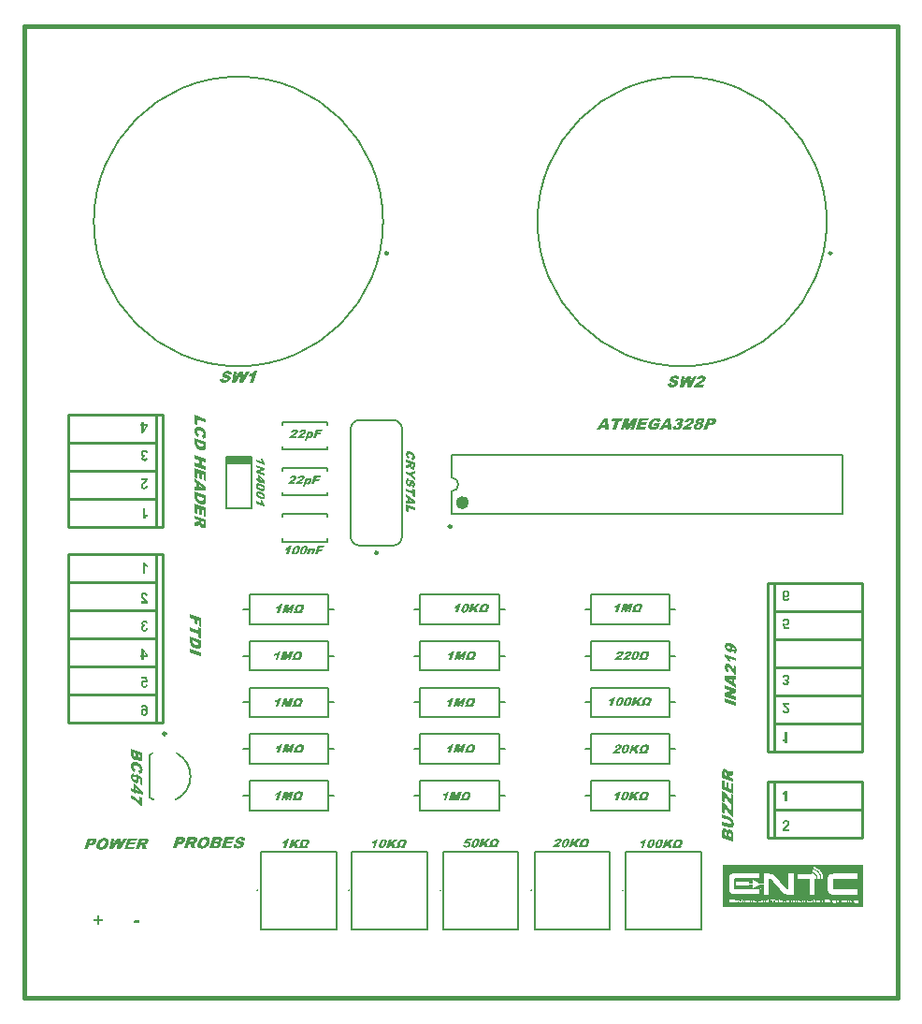
<source format=gto>
G04*
G04 #@! TF.GenerationSoftware,Altium Limited,Altium Designer,23.3.1 (30)*
G04*
G04 Layer_Color=65535*
%FSLAX44Y44*%
%MOMM*%
G71*
G04*
G04 #@! TF.SameCoordinates,649CD447-C1A0-469D-A239-E437E7B1C979*
G04*
G04*
G04 #@! TF.FilePolarity,Positive*
G04*
G01*
G75*
%ADD10C,0.2000*%
%ADD11C,0.2500*%
%ADD12C,0.6000*%
%ADD13C,0.4000*%
%ADD14C,0.2540*%
%ADD15R,2.3600X0.6660*%
G36*
X766996Y88213D02*
X639996D01*
Y126519D01*
X766996D01*
Y88213D01*
D02*
G37*
G36*
X111370Y74000D02*
X106500D01*
X106981Y76426D01*
X111851D01*
X111370Y74000D01*
D02*
G37*
G36*
X75342Y77860D02*
X78712D01*
Y75564D01*
X75342D01*
Y72250D01*
X73102D01*
Y75564D01*
X69750D01*
Y77860D01*
X73102D01*
Y81175D01*
X75342D01*
Y77860D01*
D02*
G37*
G36*
X697174Y349669D02*
X697470Y349627D01*
X697738Y349571D01*
X697992Y349486D01*
X698232Y349387D01*
X698443Y349274D01*
X698640Y349162D01*
X698824Y349035D01*
X698979Y348922D01*
X699120Y348809D01*
X699247Y348697D01*
X699345Y348598D01*
X699416Y348513D01*
X699472Y348457D01*
X699500Y348414D01*
X699514Y348400D01*
X699641Y348217D01*
X699754Y348034D01*
X699839Y347851D01*
X699923Y347653D01*
X700050Y347287D01*
X700135Y346949D01*
X700163Y346808D01*
X700177Y346666D01*
X700205Y346540D01*
Y346427D01*
X700219Y346342D01*
Y346286D01*
Y346244D01*
Y346230D01*
X700205Y345962D01*
X700177Y345708D01*
X700135Y345468D01*
X700078Y345243D01*
X700022Y345045D01*
X699937Y344848D01*
X699867Y344665D01*
X699782Y344510D01*
X699698Y344369D01*
X699627Y344242D01*
X699542Y344129D01*
X699486Y344044D01*
X699430Y343974D01*
X699388Y343918D01*
X699359Y343889D01*
X699345Y343875D01*
X699176Y343720D01*
X699007Y343579D01*
X698824Y343452D01*
X698640Y343340D01*
X698471Y343255D01*
X698288Y343185D01*
X697964Y343072D01*
X697809Y343030D01*
X697668Y343001D01*
X697541Y342987D01*
X697442Y342973D01*
X697357Y342959D01*
X697231D01*
X696991Y342973D01*
X696751Y343015D01*
X696540Y343058D01*
X696342Y343114D01*
X696188Y343185D01*
X696061Y343227D01*
X695976Y343269D01*
X695962Y343283D01*
X695948D01*
X696244Y341620D01*
X699782D01*
Y339872D01*
X694834D01*
X693876Y344961D01*
X695384Y345172D01*
X695511Y345045D01*
X695638Y344933D01*
X695764Y344834D01*
X695891Y344749D01*
X696131Y344622D01*
X696357Y344538D01*
X696554Y344496D01*
X696695Y344467D01*
X696751Y344453D01*
X696836D01*
X697061Y344467D01*
X697273Y344524D01*
X697456Y344594D01*
X697611Y344679D01*
X697724Y344777D01*
X697823Y344848D01*
X697879Y344904D01*
X697893Y344919D01*
X698034Y345102D01*
X698133Y345313D01*
X698203Y345539D01*
X698246Y345764D01*
X698288Y345962D01*
X698302Y346117D01*
Y346187D01*
Y346230D01*
Y346258D01*
Y346272D01*
X698288Y346610D01*
X698246Y346906D01*
X698175Y347146D01*
X698105Y347343D01*
X698020Y347512D01*
X697964Y347625D01*
X697907Y347682D01*
X697893Y347710D01*
X697738Y347865D01*
X697569Y347992D01*
X697400Y348076D01*
X697245Y348133D01*
X697104Y348161D01*
X696991Y348175D01*
X696920Y348189D01*
X696892D01*
X696709Y348175D01*
X696526Y348133D01*
X696371Y348076D01*
X696244Y348006D01*
X696131Y347935D01*
X696047Y347879D01*
X695990Y347837D01*
X695976Y347822D01*
X695849Y347667D01*
X695736Y347512D01*
X695652Y347343D01*
X695595Y347188D01*
X695553Y347047D01*
X695525Y346920D01*
X695511Y346850D01*
Y346822D01*
X693650Y347019D01*
X693692Y347244D01*
X693735Y347456D01*
X693876Y347837D01*
X694031Y348175D01*
X694115Y348316D01*
X694214Y348457D01*
X694298Y348570D01*
X694369Y348668D01*
X694454Y348753D01*
X694510Y348838D01*
X694566Y348894D01*
X694609Y348936D01*
X694637Y348950D01*
X694651Y348964D01*
X694820Y349091D01*
X694989Y349204D01*
X695173Y349303D01*
X695356Y349373D01*
X695736Y349514D01*
X696075Y349599D01*
X696244Y349627D01*
X696385Y349641D01*
X696526Y349655D01*
X696639Y349669D01*
X696737Y349683D01*
X696864D01*
X697174Y349669D01*
D02*
G37*
G36*
X697104Y298869D02*
X697357Y298841D01*
X697583Y298799D01*
X697809Y298742D01*
X698006Y298672D01*
X698203Y298601D01*
X698387Y298517D01*
X698542Y298432D01*
X698683Y298348D01*
X698824Y298263D01*
X698922Y298193D01*
X699021Y298122D01*
X699091Y298066D01*
X699148Y298023D01*
X699176Y297995D01*
X699190Y297981D01*
X699359Y297812D01*
X699500Y297629D01*
X699627Y297445D01*
X699740Y297262D01*
X699825Y297065D01*
X699909Y296882D01*
X700022Y296543D01*
X700050Y296388D01*
X700078Y296233D01*
X700106Y296106D01*
X700120Y295993D01*
X700135Y295909D01*
Y295838D01*
Y295796D01*
Y295782D01*
X700106Y295458D01*
X700050Y295176D01*
X699979Y294908D01*
X699881Y294697D01*
X699782Y294513D01*
X699712Y294386D01*
X699655Y294302D01*
X699627Y294274D01*
X699430Y294062D01*
X699204Y293879D01*
X698979Y293738D01*
X698767Y293625D01*
X698584Y293540D01*
X698429Y293498D01*
X698372Y293470D01*
X698330D01*
X698302Y293456D01*
X698288D01*
X698542Y293301D01*
X698753Y293146D01*
X698936Y292977D01*
X699106Y292808D01*
X699247Y292638D01*
X699359Y292469D01*
X699444Y292300D01*
X699528Y292145D01*
X699585Y291990D01*
X699627Y291849D01*
X699655Y291722D01*
X699669Y291609D01*
X699684Y291525D01*
X699698Y291454D01*
Y291412D01*
Y291398D01*
X699684Y291229D01*
X699669Y291073D01*
X699585Y290763D01*
X699486Y290481D01*
X699359Y290242D01*
X699232Y290044D01*
X699120Y289904D01*
X699077Y289847D01*
X699035Y289805D01*
X699021Y289791D01*
X699007Y289777D01*
X698852Y289622D01*
X698669Y289481D01*
X698499Y289368D01*
X698316Y289269D01*
X698119Y289170D01*
X697935Y289100D01*
X697583Y289001D01*
X697428Y288959D01*
X697273Y288931D01*
X697146Y288917D01*
X697019Y288903D01*
X696920Y288888D01*
X696794D01*
X696498Y288903D01*
X696230Y288931D01*
X695976Y288987D01*
X695764Y289044D01*
X695595Y289100D01*
X695454Y289156D01*
X695370Y289184D01*
X695356Y289199D01*
X695342D01*
X695116Y289326D01*
X694905Y289466D01*
X694735Y289607D01*
X694594Y289734D01*
X694482Y289861D01*
X694397Y289960D01*
X694341Y290016D01*
X694327Y290044D01*
X694200Y290256D01*
X694087Y290481D01*
X694002Y290721D01*
X693918Y290947D01*
X693861Y291158D01*
X693819Y291313D01*
X693805Y291384D01*
Y291426D01*
X693791Y291454D01*
Y291468D01*
X695511Y291750D01*
X695553Y291525D01*
X695610Y291327D01*
X695666Y291158D01*
X695736Y291031D01*
X695807Y290919D01*
X695863Y290834D01*
X695906Y290792D01*
X695920Y290777D01*
X696047Y290665D01*
X696188Y290580D01*
X696328Y290524D01*
X696455Y290481D01*
X696568Y290453D01*
X696653Y290439D01*
X696737D01*
X696906Y290453D01*
X697076Y290481D01*
X697202Y290538D01*
X697315Y290580D01*
X697414Y290637D01*
X697470Y290693D01*
X697513Y290721D01*
X697527Y290735D01*
X697625Y290848D01*
X697696Y290989D01*
X697752Y291116D01*
X697780Y291243D01*
X697809Y291355D01*
X697823Y291440D01*
Y291496D01*
Y291525D01*
X697809Y291736D01*
X697766Y291919D01*
X697696Y292074D01*
X697625Y292201D01*
X697541Y292314D01*
X697484Y292385D01*
X697428Y292441D01*
X697414Y292455D01*
X697245Y292568D01*
X697061Y292652D01*
X696864Y292709D01*
X696681Y292751D01*
X696512Y292765D01*
X696371Y292779D01*
X696244D01*
X696047Y294288D01*
X696230Y294245D01*
X696385Y294203D01*
X696540Y294175D01*
X696667Y294161D01*
X696765Y294147D01*
X696906D01*
X697104Y294161D01*
X697273Y294217D01*
X697428Y294274D01*
X697569Y294358D01*
X697668Y294429D01*
X697752Y294499D01*
X697809Y294555D01*
X697823Y294570D01*
X697950Y294739D01*
X698048Y294922D01*
X698119Y295105D01*
X698175Y295289D01*
X698203Y295458D01*
X698217Y295585D01*
Y295669D01*
Y295683D01*
Y295697D01*
X698203Y295965D01*
X698161Y296205D01*
X698091Y296416D01*
X698020Y296586D01*
X697935Y296712D01*
X697879Y296811D01*
X697823Y296882D01*
X697809Y296896D01*
X697654Y297037D01*
X697484Y297149D01*
X697329Y297220D01*
X697174Y297276D01*
X697033Y297304D01*
X696935Y297318D01*
X696864Y297333D01*
X696836D01*
X696639Y297318D01*
X696469Y297276D01*
X696314Y297220D01*
X696173Y297149D01*
X696075Y297093D01*
X695990Y297037D01*
X695934Y296994D01*
X695920Y296980D01*
X695793Y296825D01*
X695680Y296656D01*
X695610Y296473D01*
X695539Y296304D01*
X695497Y296148D01*
X695469Y296022D01*
X695454Y295937D01*
Y295923D01*
Y295909D01*
X693650Y296134D01*
X693678Y296360D01*
X693735Y296571D01*
X693861Y296966D01*
X694016Y297304D01*
X694115Y297445D01*
X694200Y297586D01*
X694284Y297713D01*
X694369Y297812D01*
X694439Y297911D01*
X694510Y297981D01*
X694566Y298037D01*
X694609Y298080D01*
X694637Y298108D01*
X694651Y298122D01*
X694820Y298249D01*
X695003Y298376D01*
X695173Y298475D01*
X695370Y298559D01*
X695736Y298700D01*
X696075Y298785D01*
X696244Y298813D01*
X696385Y298841D01*
X696512Y298855D01*
X696625Y298869D01*
X696723Y298883D01*
X696850D01*
X697104Y298869D01*
D02*
G37*
G36*
X697287Y375069D02*
X697527Y375041D01*
X697752Y374999D01*
X697964Y374942D01*
X698175Y374872D01*
X698358Y374801D01*
X698528Y374717D01*
X698683Y374632D01*
X698824Y374548D01*
X698936Y374463D01*
X699049Y374393D01*
X699134Y374322D01*
X699204Y374266D01*
X699247Y374223D01*
X699275Y374195D01*
X699289Y374181D01*
X699444Y374012D01*
X699585Y373815D01*
X699698Y373617D01*
X699796Y373420D01*
X699895Y373223D01*
X699966Y373025D01*
X700064Y372630D01*
X700106Y372461D01*
X700135Y372292D01*
X700149Y372151D01*
X700163Y372024D01*
X700177Y371911D01*
Y371841D01*
Y371785D01*
Y371771D01*
X700163Y371503D01*
X700135Y371263D01*
X700092Y371023D01*
X700050Y370812D01*
X699979Y370600D01*
X699909Y370417D01*
X699839Y370234D01*
X699754Y370079D01*
X699669Y369938D01*
X699599Y369811D01*
X699528Y369712D01*
X699458Y369614D01*
X699416Y369543D01*
X699373Y369501D01*
X699345Y369473D01*
X699331Y369459D01*
X699176Y369304D01*
X699007Y369162D01*
X698838Y369036D01*
X698669Y368937D01*
X698499Y368852D01*
X698330Y368782D01*
X698020Y368669D01*
X697879Y368627D01*
X697738Y368599D01*
X697625Y368585D01*
X697527Y368571D01*
X697442Y368556D01*
X697329D01*
X697132Y368571D01*
X696949Y368599D01*
X696779Y368627D01*
X696610Y368683D01*
X696314Y368824D01*
X696061Y368965D01*
X695863Y369120D01*
X695779Y369191D01*
X695708Y369261D01*
X695652Y369318D01*
X695610Y369346D01*
X695595Y369374D01*
X695581Y369388D01*
X695610Y369092D01*
X695638Y368810D01*
X695666Y368556D01*
X695708Y368331D01*
X695750Y368134D01*
X695793Y367950D01*
X695835Y367795D01*
X695891Y367654D01*
X695934Y367527D01*
X695962Y367429D01*
X696004Y367344D01*
X696032Y367288D01*
X696061Y367231D01*
X696089Y367203D01*
X696103Y367175D01*
X696258Y366992D01*
X696427Y366865D01*
X696596Y366766D01*
X696751Y366710D01*
X696892Y366667D01*
X697005Y366653D01*
X697076Y366639D01*
X697104D01*
X697259Y366653D01*
X697414Y366682D01*
X697541Y366724D01*
X697639Y366766D01*
X697724Y366822D01*
X697780Y366865D01*
X697823Y366893D01*
X697837Y366907D01*
X697935Y367020D01*
X698006Y367147D01*
X698076Y367288D01*
X698119Y367415D01*
X698147Y367541D01*
X698175Y367640D01*
X698189Y367696D01*
Y367725D01*
X699994Y367527D01*
X699895Y367104D01*
X699754Y366752D01*
X699599Y366442D01*
X699444Y366174D01*
X699289Y365977D01*
X699232Y365906D01*
X699162Y365836D01*
X699120Y365793D01*
X699077Y365751D01*
X699063Y365723D01*
X699049D01*
X698908Y365610D01*
X698767Y365511D01*
X698457Y365356D01*
X698147Y365244D01*
X697865Y365173D01*
X697611Y365117D01*
X697498Y365103D01*
X697400D01*
X697329Y365089D01*
X697216D01*
X696920Y365103D01*
X696653Y365145D01*
X696385Y365201D01*
X696145Y365272D01*
X695920Y365370D01*
X695694Y365469D01*
X695511Y365582D01*
X695328Y365681D01*
X695173Y365793D01*
X695032Y365906D01*
X694919Y366005D01*
X694820Y366104D01*
X694735Y366174D01*
X694679Y366230D01*
X694651Y366273D01*
X694637Y366287D01*
X694468Y366526D01*
X694313Y366794D01*
X694186Y367090D01*
X694073Y367386D01*
X693974Y367710D01*
X693890Y368035D01*
X693819Y368359D01*
X693777Y368669D01*
X693735Y368965D01*
X693706Y369247D01*
X693678Y369501D01*
X693664Y369726D01*
X693650Y369910D01*
Y370051D01*
Y370093D01*
Y370135D01*
Y370149D01*
Y370163D01*
X693664Y370643D01*
X693692Y371080D01*
X693735Y371488D01*
X693805Y371855D01*
X693876Y372207D01*
X693946Y372518D01*
X694031Y372785D01*
X694129Y373039D01*
X694214Y373251D01*
X694298Y373434D01*
X694369Y373589D01*
X694454Y373716D01*
X694510Y373815D01*
X694552Y373885D01*
X694580Y373927D01*
X694594Y373941D01*
X694778Y374139D01*
X694975Y374322D01*
X695173Y374477D01*
X695384Y374604D01*
X695581Y374717D01*
X695793Y374801D01*
X695990Y374886D01*
X696173Y374942D01*
X696357Y374985D01*
X696512Y375027D01*
X696667Y375041D01*
X696794Y375069D01*
X696892D01*
X696963Y375083D01*
X697033D01*
X697287Y375069D01*
D02*
G37*
G36*
X700205Y271566D02*
X696484D01*
X696596Y271383D01*
X696723Y271228D01*
X696779Y271157D01*
X696822Y271101D01*
X696850Y271073D01*
X696864Y271059D01*
X696920Y271002D01*
X696977Y270932D01*
X697146Y270777D01*
X697329Y270593D01*
X697513Y270410D01*
X697696Y270241D01*
X697851Y270100D01*
X697907Y270044D01*
X697950Y270001D01*
X697978Y269987D01*
X697992Y269973D01*
X698302Y269677D01*
X698556Y269437D01*
X698767Y269212D01*
X698936Y269043D01*
X699063Y268902D01*
X699148Y268803D01*
X699204Y268733D01*
X699218Y268718D01*
X699402Y268479D01*
X699557Y268253D01*
X699684Y268042D01*
X699782Y267859D01*
X699867Y267703D01*
X699923Y267577D01*
X699951Y267506D01*
X699966Y267478D01*
X700050Y267252D01*
X700106Y267027D01*
X700149Y266815D01*
X700177Y266618D01*
X700191Y266463D01*
X700205Y266336D01*
Y266252D01*
Y266223D01*
X700191Y266012D01*
X700163Y265800D01*
X700135Y265603D01*
X700078Y265420D01*
X699937Y265096D01*
X699796Y264814D01*
X699712Y264687D01*
X699641Y264588D01*
X699571Y264489D01*
X699500Y264419D01*
X699444Y264363D01*
X699416Y264306D01*
X699388Y264292D01*
X699373Y264278D01*
X699218Y264137D01*
X699035Y264010D01*
X698866Y263911D01*
X698669Y263827D01*
X698302Y263686D01*
X697935Y263587D01*
X697766Y263559D01*
X697611Y263531D01*
X697470Y263517D01*
X697343Y263503D01*
X697245Y263489D01*
X697104D01*
X696864Y263503D01*
X696639Y263517D01*
X696202Y263587D01*
X695835Y263700D01*
X695666Y263756D01*
X695511Y263827D01*
X695370Y263883D01*
X695257Y263954D01*
X695144Y264010D01*
X695060Y264052D01*
X694989Y264109D01*
X694947Y264137D01*
X694919Y264151D01*
X694905Y264165D01*
X694750Y264306D01*
X694609Y264447D01*
X694482Y264616D01*
X694369Y264799D01*
X694200Y265166D01*
X694059Y265518D01*
X694016Y265702D01*
X693974Y265857D01*
X693932Y265998D01*
X693918Y266125D01*
X693890Y266237D01*
Y266308D01*
X693876Y266364D01*
Y266378D01*
X695736Y266562D01*
X695764Y266280D01*
X695821Y266040D01*
X695877Y265829D01*
X695948Y265674D01*
X696004Y265547D01*
X696061Y265462D01*
X696103Y265406D01*
X696117Y265392D01*
X696258Y265279D01*
X696413Y265194D01*
X696568Y265124D01*
X696723Y265082D01*
X696850Y265053D01*
X696963Y265039D01*
X697061D01*
X697273Y265053D01*
X697456Y265096D01*
X697611Y265152D01*
X697752Y265208D01*
X697851Y265265D01*
X697935Y265321D01*
X697978Y265363D01*
X697992Y265378D01*
X698105Y265518D01*
X698189Y265674D01*
X698246Y265829D01*
X698288Y265984D01*
X698316Y266125D01*
X698330Y266252D01*
Y266322D01*
Y266336D01*
Y266350D01*
X698316Y266562D01*
X698274Y266759D01*
X698203Y266956D01*
X698133Y267125D01*
X698062Y267281D01*
X697992Y267393D01*
X697950Y267464D01*
X697935Y267492D01*
X697879Y267577D01*
X697794Y267675D01*
X697682Y267802D01*
X697569Y267915D01*
X697315Y268183D01*
X697061Y268451D01*
X696808Y268704D01*
X696695Y268817D01*
X696582Y268902D01*
X696498Y268986D01*
X696441Y269043D01*
X696399Y269085D01*
X696385Y269099D01*
X696103Y269367D01*
X695849Y269621D01*
X695610Y269860D01*
X695398Y270072D01*
X695201Y270283D01*
X695032Y270481D01*
X694876Y270650D01*
X694750Y270819D01*
X694637Y270960D01*
X694538Y271087D01*
X694454Y271185D01*
X694397Y271284D01*
X694341Y271341D01*
X694313Y271397D01*
X694284Y271425D01*
Y271439D01*
X694101Y271763D01*
X693960Y272102D01*
X693847Y272412D01*
X693763Y272694D01*
X693706Y272948D01*
X693692Y273046D01*
X693678Y273131D01*
X693664Y273201D01*
X693650Y273258D01*
Y273286D01*
Y273300D01*
X700205D01*
Y271566D01*
D02*
G37*
G36*
X697935Y236635D02*
X696413D01*
X696272Y236959D01*
X696089Y237255D01*
X695891Y237537D01*
X695694Y237762D01*
X695525Y237946D01*
X695370Y238086D01*
X695313Y238143D01*
X695271Y238185D01*
X695243Y238199D01*
X695229Y238213D01*
X694919Y238439D01*
X694623Y238636D01*
X694355Y238791D01*
X694115Y238904D01*
X693918Y238989D01*
X693777Y239059D01*
X693720Y239073D01*
X693678Y239087D01*
X693664Y239102D01*
X693650D01*
Y240793D01*
X694157Y240596D01*
X694609Y240384D01*
X694820Y240272D01*
X695017Y240145D01*
X695201Y240032D01*
X695370Y239919D01*
X695525Y239806D01*
X695666Y239708D01*
X695779Y239623D01*
X695877Y239538D01*
X695962Y239468D01*
X696018Y239426D01*
X696047Y239398D01*
X696061Y239384D01*
Y246446D01*
X697935D01*
Y236635D01*
D02*
G37*
G36*
X119124Y291589D02*
X117616Y291378D01*
X117489Y291505D01*
X117362Y291617D01*
X117235Y291716D01*
X117109Y291801D01*
X116869Y291928D01*
X116643Y292012D01*
X116446Y292054D01*
X116305Y292083D01*
X116249Y292097D01*
X116164D01*
X115939Y292083D01*
X115727Y292026D01*
X115544Y291956D01*
X115389Y291871D01*
X115276Y291772D01*
X115177Y291702D01*
X115121Y291646D01*
X115107Y291632D01*
X114966Y291448D01*
X114867Y291237D01*
X114797Y291011D01*
X114754Y290786D01*
X114712Y290588D01*
X114698Y290433D01*
Y290363D01*
Y290320D01*
Y290292D01*
Y290278D01*
X114712Y289940D01*
X114754Y289644D01*
X114825Y289404D01*
X114895Y289207D01*
X114980Y289038D01*
X115036Y288925D01*
X115093Y288869D01*
X115107Y288840D01*
X115262Y288685D01*
X115431Y288558D01*
X115600Y288474D01*
X115755Y288417D01*
X115896Y288389D01*
X116009Y288375D01*
X116080Y288361D01*
X116108D01*
X116291Y288375D01*
X116474Y288417D01*
X116629Y288474D01*
X116756Y288544D01*
X116869Y288615D01*
X116953Y288671D01*
X117010Y288713D01*
X117024Y288727D01*
X117151Y288883D01*
X117264Y289038D01*
X117348Y289207D01*
X117405Y289362D01*
X117447Y289503D01*
X117475Y289630D01*
X117489Y289700D01*
Y289728D01*
X119350Y289531D01*
X119308Y289305D01*
X119265Y289094D01*
X119124Y288713D01*
X118969Y288375D01*
X118885Y288234D01*
X118786Y288093D01*
X118701Y287980D01*
X118631Y287882D01*
X118546Y287797D01*
X118490Y287713D01*
X118434Y287656D01*
X118391Y287614D01*
X118363Y287600D01*
X118349Y287586D01*
X118180Y287459D01*
X118011Y287346D01*
X117828Y287247D01*
X117644Y287177D01*
X117264Y287036D01*
X116925Y286951D01*
X116756Y286923D01*
X116615Y286909D01*
X116474Y286895D01*
X116361Y286881D01*
X116263Y286867D01*
X116136D01*
X115826Y286881D01*
X115530Y286923D01*
X115262Y286980D01*
X115008Y287064D01*
X114768Y287163D01*
X114557Y287276D01*
X114360Y287388D01*
X114176Y287515D01*
X114021Y287628D01*
X113880Y287741D01*
X113753Y287854D01*
X113655Y287952D01*
X113584Y288037D01*
X113528Y288093D01*
X113500Y288136D01*
X113486Y288150D01*
X113359Y288333D01*
X113246Y288516D01*
X113161Y288699D01*
X113077Y288897D01*
X112950Y289263D01*
X112865Y289602D01*
X112837Y289743D01*
X112823Y289883D01*
X112795Y290010D01*
Y290123D01*
X112781Y290208D01*
Y290264D01*
Y290306D01*
Y290320D01*
X112795Y290588D01*
X112823Y290842D01*
X112865Y291082D01*
X112922Y291307D01*
X112978Y291505D01*
X113063Y291702D01*
X113133Y291885D01*
X113218Y292040D01*
X113302Y292181D01*
X113373Y292308D01*
X113457Y292421D01*
X113514Y292505D01*
X113570Y292576D01*
X113612Y292632D01*
X113641Y292661D01*
X113655Y292675D01*
X113824Y292830D01*
X113993Y292971D01*
X114176Y293098D01*
X114360Y293210D01*
X114529Y293295D01*
X114712Y293365D01*
X115036Y293478D01*
X115191Y293521D01*
X115332Y293549D01*
X115459Y293563D01*
X115558Y293577D01*
X115642Y293591D01*
X115769D01*
X116009Y293577D01*
X116249Y293535D01*
X116460Y293492D01*
X116657Y293436D01*
X116812Y293365D01*
X116939Y293323D01*
X117024Y293281D01*
X117038Y293267D01*
X117052D01*
X116756Y294930D01*
X113218D01*
Y296678D01*
X118166D01*
X119124Y291589D01*
D02*
G37*
G36*
X119350Y316031D02*
Y314410D01*
X115346D01*
Y312450D01*
X113542D01*
Y314410D01*
X112330D01*
Y316045D01*
X113542D01*
Y322247D01*
X115121D01*
X119350Y316031D01*
D02*
G37*
G36*
X116502Y347647D02*
X116770Y347619D01*
X117024Y347563D01*
X117235Y347506D01*
X117405Y347450D01*
X117546Y347394D01*
X117630Y347365D01*
X117644Y347351D01*
X117658D01*
X117884Y347225D01*
X118095Y347084D01*
X118265Y346943D01*
X118406Y346816D01*
X118518Y346689D01*
X118603Y346590D01*
X118659Y346534D01*
X118673Y346506D01*
X118800Y346294D01*
X118913Y346068D01*
X118998Y345829D01*
X119082Y345603D01*
X119138Y345392D01*
X119181Y345237D01*
X119195Y345166D01*
Y345124D01*
X119209Y345096D01*
Y345082D01*
X117489Y344800D01*
X117447Y345025D01*
X117390Y345223D01*
X117334Y345392D01*
X117264Y345519D01*
X117193Y345631D01*
X117137Y345716D01*
X117094Y345758D01*
X117080Y345773D01*
X116953Y345885D01*
X116812Y345970D01*
X116672Y346026D01*
X116545Y346068D01*
X116432Y346097D01*
X116347Y346111D01*
X116263D01*
X116094Y346097D01*
X115924Y346068D01*
X115798Y346012D01*
X115685Y345970D01*
X115586Y345914D01*
X115530Y345857D01*
X115487Y345829D01*
X115473Y345815D01*
X115375Y345702D01*
X115304Y345561D01*
X115248Y345434D01*
X115220Y345307D01*
X115191Y345195D01*
X115177Y345110D01*
Y345054D01*
Y345025D01*
X115191Y344814D01*
X115234Y344631D01*
X115304Y344476D01*
X115375Y344349D01*
X115459Y344236D01*
X115516Y344165D01*
X115572Y344109D01*
X115586Y344095D01*
X115755Y343982D01*
X115939Y343898D01*
X116136Y343841D01*
X116319Y343799D01*
X116488Y343785D01*
X116629Y343771D01*
X116756D01*
X116953Y342262D01*
X116770Y342305D01*
X116615Y342347D01*
X116460Y342375D01*
X116333Y342389D01*
X116235Y342403D01*
X116094D01*
X115896Y342389D01*
X115727Y342333D01*
X115572Y342276D01*
X115431Y342192D01*
X115332Y342121D01*
X115248Y342051D01*
X115191Y341995D01*
X115177Y341980D01*
X115050Y341811D01*
X114952Y341628D01*
X114881Y341445D01*
X114825Y341261D01*
X114797Y341092D01*
X114783Y340965D01*
Y340881D01*
Y340867D01*
Y340853D01*
X114797Y340585D01*
X114839Y340345D01*
X114909Y340134D01*
X114980Y339964D01*
X115064Y339838D01*
X115121Y339739D01*
X115177Y339669D01*
X115191Y339654D01*
X115346Y339513D01*
X115516Y339401D01*
X115671Y339330D01*
X115826Y339274D01*
X115967Y339246D01*
X116065Y339231D01*
X116136Y339217D01*
X116164D01*
X116361Y339231D01*
X116531Y339274D01*
X116686Y339330D01*
X116827Y339401D01*
X116925Y339457D01*
X117010Y339513D01*
X117066Y339556D01*
X117080Y339570D01*
X117207Y339725D01*
X117320Y339894D01*
X117390Y340077D01*
X117461Y340247D01*
X117503Y340402D01*
X117531Y340528D01*
X117546Y340613D01*
Y340627D01*
Y340641D01*
X119350Y340416D01*
X119322Y340190D01*
X119265Y339979D01*
X119138Y339584D01*
X118983Y339246D01*
X118885Y339105D01*
X118800Y338964D01*
X118716Y338837D01*
X118631Y338738D01*
X118561Y338639D01*
X118490Y338569D01*
X118434Y338513D01*
X118391Y338470D01*
X118363Y338442D01*
X118349Y338428D01*
X118180Y338301D01*
X117997Y338174D01*
X117828Y338075D01*
X117630Y337991D01*
X117264Y337850D01*
X116925Y337765D01*
X116756Y337737D01*
X116615Y337709D01*
X116488Y337695D01*
X116376Y337681D01*
X116277Y337667D01*
X116150D01*
X115896Y337681D01*
X115642Y337709D01*
X115417Y337751D01*
X115191Y337808D01*
X114994Y337878D01*
X114797Y337949D01*
X114613Y338033D01*
X114458Y338118D01*
X114317Y338202D01*
X114176Y338287D01*
X114078Y338358D01*
X113979Y338428D01*
X113909Y338484D01*
X113852Y338527D01*
X113824Y338555D01*
X113810Y338569D01*
X113641Y338738D01*
X113500Y338921D01*
X113373Y339105D01*
X113260Y339288D01*
X113175Y339485D01*
X113091Y339669D01*
X112978Y340007D01*
X112950Y340162D01*
X112922Y340317D01*
X112894Y340444D01*
X112879Y340557D01*
X112865Y340641D01*
Y340712D01*
Y340754D01*
Y340768D01*
X112894Y341092D01*
X112950Y341374D01*
X113020Y341642D01*
X113119Y341853D01*
X113218Y342037D01*
X113288Y342164D01*
X113345Y342248D01*
X113373Y342276D01*
X113570Y342488D01*
X113796Y342671D01*
X114021Y342812D01*
X114233Y342925D01*
X114416Y343009D01*
X114571Y343052D01*
X114628Y343080D01*
X114670D01*
X114698Y343094D01*
X114712D01*
X114458Y343249D01*
X114247Y343404D01*
X114064Y343573D01*
X113895Y343742D01*
X113753Y343912D01*
X113641Y344081D01*
X113556Y344250D01*
X113472Y344405D01*
X113415Y344560D01*
X113373Y344701D01*
X113345Y344828D01*
X113331Y344941D01*
X113316Y345025D01*
X113302Y345096D01*
Y345138D01*
Y345152D01*
X113316Y345321D01*
X113331Y345476D01*
X113415Y345787D01*
X113514Y346068D01*
X113641Y346308D01*
X113768Y346506D01*
X113880Y346646D01*
X113923Y346703D01*
X113965Y346745D01*
X113979Y346759D01*
X113993Y346773D01*
X114148Y346928D01*
X114332Y347069D01*
X114501Y347182D01*
X114684Y347281D01*
X114881Y347380D01*
X115064Y347450D01*
X115417Y347549D01*
X115572Y347591D01*
X115727Y347619D01*
X115854Y347633D01*
X115981Y347647D01*
X116080Y347662D01*
X116206D01*
X116502Y347647D01*
D02*
G37*
G36*
X116080Y271447D02*
X116347Y271405D01*
X116615Y271349D01*
X116855Y271278D01*
X117080Y271180D01*
X117306Y271081D01*
X117489Y270968D01*
X117673Y270869D01*
X117828Y270757D01*
X117969Y270644D01*
X118081Y270545D01*
X118180Y270446D01*
X118265Y270376D01*
X118321Y270320D01*
X118349Y270277D01*
X118363Y270263D01*
X118532Y270024D01*
X118687Y269756D01*
X118814Y269460D01*
X118927Y269164D01*
X119026Y268839D01*
X119110Y268515D01*
X119181Y268191D01*
X119223Y267881D01*
X119265Y267585D01*
X119294Y267303D01*
X119322Y267049D01*
X119336Y266824D01*
X119350Y266640D01*
Y266499D01*
Y266457D01*
Y266415D01*
Y266401D01*
Y266387D01*
X119336Y265907D01*
X119308Y265470D01*
X119265Y265061D01*
X119195Y264695D01*
X119124Y264342D01*
X119054Y264032D01*
X118969Y263764D01*
X118871Y263511D01*
X118786Y263299D01*
X118701Y263116D01*
X118631Y262961D01*
X118546Y262834D01*
X118490Y262736D01*
X118448Y262665D01*
X118420Y262623D01*
X118406Y262609D01*
X118222Y262411D01*
X118025Y262228D01*
X117828Y262073D01*
X117616Y261946D01*
X117419Y261833D01*
X117207Y261749D01*
X117010Y261664D01*
X116827Y261608D01*
X116643Y261565D01*
X116488Y261523D01*
X116333Y261509D01*
X116206Y261481D01*
X116108D01*
X116037Y261467D01*
X115967D01*
X115713Y261481D01*
X115473Y261509D01*
X115248Y261551D01*
X115036Y261608D01*
X114825Y261678D01*
X114642Y261749D01*
X114472Y261833D01*
X114317Y261918D01*
X114176Y262002D01*
X114064Y262087D01*
X113951Y262157D01*
X113866Y262228D01*
X113796Y262284D01*
X113753Y262327D01*
X113725Y262355D01*
X113711Y262369D01*
X113556Y262538D01*
X113415Y262736D01*
X113302Y262933D01*
X113204Y263130D01*
X113105Y263328D01*
X113034Y263525D01*
X112936Y263920D01*
X112894Y264089D01*
X112865Y264258D01*
X112851Y264399D01*
X112837Y264526D01*
X112823Y264639D01*
Y264709D01*
Y264765D01*
Y264779D01*
X112837Y265047D01*
X112865Y265287D01*
X112908Y265527D01*
X112950Y265738D01*
X113020Y265950D01*
X113091Y266133D01*
X113161Y266316D01*
X113246Y266471D01*
X113331Y266612D01*
X113401Y266739D01*
X113472Y266838D01*
X113542Y266936D01*
X113584Y267007D01*
X113627Y267049D01*
X113655Y267077D01*
X113669Y267091D01*
X113824Y267246D01*
X113993Y267388D01*
X114162Y267514D01*
X114332Y267613D01*
X114501Y267698D01*
X114670Y267768D01*
X114980Y267881D01*
X115121Y267923D01*
X115262Y267951D01*
X115375Y267966D01*
X115473Y267980D01*
X115558Y267994D01*
X115671D01*
X115868Y267980D01*
X116051Y267951D01*
X116221Y267923D01*
X116390Y267867D01*
X116686Y267726D01*
X116939Y267585D01*
X117137Y267430D01*
X117221Y267359D01*
X117292Y267289D01*
X117348Y267232D01*
X117390Y267204D01*
X117405Y267176D01*
X117419Y267162D01*
X117390Y267458D01*
X117362Y267740D01*
X117334Y267994D01*
X117292Y268219D01*
X117249Y268417D01*
X117207Y268600D01*
X117165Y268755D01*
X117109Y268896D01*
X117066Y269023D01*
X117038Y269121D01*
X116996Y269206D01*
X116968Y269262D01*
X116939Y269319D01*
X116911Y269347D01*
X116897Y269375D01*
X116742Y269558D01*
X116573Y269685D01*
X116404Y269784D01*
X116249Y269840D01*
X116108Y269883D01*
X115995Y269897D01*
X115924Y269911D01*
X115896D01*
X115741Y269897D01*
X115586Y269869D01*
X115459Y269826D01*
X115361Y269784D01*
X115276Y269728D01*
X115220Y269685D01*
X115177Y269657D01*
X115163Y269643D01*
X115064Y269530D01*
X114994Y269403D01*
X114923Y269262D01*
X114881Y269135D01*
X114853Y269009D01*
X114825Y268910D01*
X114811Y268854D01*
Y268825D01*
X113006Y269023D01*
X113105Y269446D01*
X113246Y269798D01*
X113401Y270108D01*
X113556Y270376D01*
X113711Y270573D01*
X113768Y270644D01*
X113838Y270714D01*
X113880Y270757D01*
X113923Y270799D01*
X113937Y270827D01*
X113951D01*
X114092Y270940D01*
X114233Y271039D01*
X114543Y271194D01*
X114853Y271306D01*
X115135Y271377D01*
X115389Y271433D01*
X115501Y271447D01*
X115600D01*
X115671Y271462D01*
X115784D01*
X116080Y271447D01*
D02*
G37*
G36*
X116136Y373047D02*
X116361Y373033D01*
X116798Y372963D01*
X117165Y372850D01*
X117334Y372794D01*
X117489Y372723D01*
X117630Y372667D01*
X117743Y372596D01*
X117856Y372540D01*
X117940Y372498D01*
X118011Y372441D01*
X118053Y372413D01*
X118081Y372399D01*
X118095Y372385D01*
X118250Y372244D01*
X118391Y372103D01*
X118518Y371934D01*
X118631Y371750D01*
X118800Y371384D01*
X118941Y371031D01*
X118983Y370848D01*
X119026Y370693D01*
X119068Y370552D01*
X119082Y370425D01*
X119110Y370313D01*
Y370242D01*
X119124Y370186D01*
Y370172D01*
X117264Y369988D01*
X117235Y370270D01*
X117179Y370510D01*
X117123Y370721D01*
X117052Y370877D01*
X116996Y371003D01*
X116939Y371088D01*
X116897Y371144D01*
X116883Y371158D01*
X116742Y371271D01*
X116587Y371356D01*
X116432Y371426D01*
X116277Y371469D01*
X116150Y371497D01*
X116037Y371511D01*
X115939D01*
X115727Y371497D01*
X115544Y371455D01*
X115389Y371398D01*
X115248Y371342D01*
X115149Y371285D01*
X115064Y371229D01*
X115022Y371187D01*
X115008Y371172D01*
X114895Y371031D01*
X114811Y370877D01*
X114754Y370721D01*
X114712Y370566D01*
X114684Y370425D01*
X114670Y370299D01*
Y370228D01*
Y370214D01*
Y370200D01*
X114684Y369988D01*
X114726Y369791D01*
X114797Y369594D01*
X114867Y369425D01*
X114938Y369269D01*
X115008Y369157D01*
X115050Y369086D01*
X115064Y369058D01*
X115121Y368973D01*
X115205Y368875D01*
X115318Y368748D01*
X115431Y368635D01*
X115685Y368367D01*
X115939Y368099D01*
X116192Y367846D01*
X116305Y367733D01*
X116418Y367648D01*
X116502Y367564D01*
X116559Y367507D01*
X116601Y367465D01*
X116615Y367451D01*
X116897Y367183D01*
X117151Y366929D01*
X117390Y366690D01*
X117602Y366478D01*
X117799Y366267D01*
X117969Y366069D01*
X118124Y365900D01*
X118250Y365731D01*
X118363Y365590D01*
X118462Y365463D01*
X118546Y365364D01*
X118603Y365266D01*
X118659Y365210D01*
X118687Y365153D01*
X118716Y365125D01*
Y365111D01*
X118899Y364787D01*
X119040Y364448D01*
X119153Y364138D01*
X119237Y363856D01*
X119294Y363602D01*
X119308Y363504D01*
X119322Y363419D01*
X119336Y363349D01*
X119350Y363292D01*
Y363264D01*
Y363250D01*
X112795D01*
Y364984D01*
X116517D01*
X116404Y365167D01*
X116277Y365322D01*
X116221Y365393D01*
X116178Y365449D01*
X116150Y365477D01*
X116136Y365491D01*
X116080Y365548D01*
X116023Y365618D01*
X115854Y365773D01*
X115671Y365957D01*
X115487Y366140D01*
X115304Y366309D01*
X115149Y366450D01*
X115093Y366506D01*
X115050Y366549D01*
X115022Y366563D01*
X115008Y366577D01*
X114698Y366873D01*
X114444Y367113D01*
X114233Y367338D01*
X114064Y367507D01*
X113937Y367648D01*
X113852Y367747D01*
X113796Y367817D01*
X113782Y367831D01*
X113598Y368071D01*
X113443Y368297D01*
X113316Y368508D01*
X113218Y368691D01*
X113133Y368847D01*
X113077Y368973D01*
X113049Y369044D01*
X113034Y369072D01*
X112950Y369298D01*
X112894Y369523D01*
X112851Y369735D01*
X112823Y369932D01*
X112809Y370087D01*
X112795Y370214D01*
Y370299D01*
Y370327D01*
X112809Y370538D01*
X112837Y370750D01*
X112865Y370947D01*
X112922Y371130D01*
X113063Y371455D01*
X113204Y371736D01*
X113288Y371863D01*
X113359Y371962D01*
X113429Y372061D01*
X113500Y372131D01*
X113556Y372188D01*
X113584Y372244D01*
X113612Y372258D01*
X113627Y372272D01*
X113782Y372413D01*
X113965Y372540D01*
X114134Y372639D01*
X114332Y372723D01*
X114698Y372864D01*
X115064Y372963D01*
X115234Y372991D01*
X115389Y373019D01*
X115530Y373033D01*
X115657Y373047D01*
X115755Y373061D01*
X115896D01*
X116136Y373047D01*
D02*
G37*
G36*
X116728Y399591D02*
X116911Y399295D01*
X117109Y399013D01*
X117306Y398788D01*
X117475Y398604D01*
X117630Y398464D01*
X117687Y398407D01*
X117729Y398365D01*
X117757Y398351D01*
X117771Y398337D01*
X118081Y398111D01*
X118377Y397914D01*
X118645Y397759D01*
X118885Y397646D01*
X119082Y397561D01*
X119223Y397491D01*
X119279Y397477D01*
X119322Y397463D01*
X119336Y397449D01*
X119350D01*
Y395757D01*
X118842Y395954D01*
X118391Y396166D01*
X118180Y396278D01*
X117983Y396405D01*
X117799Y396518D01*
X117630Y396631D01*
X117475Y396744D01*
X117334Y396842D01*
X117221Y396927D01*
X117123Y397011D01*
X117038Y397082D01*
X116982Y397124D01*
X116953Y397152D01*
X116939Y397166D01*
Y390104D01*
X115064D01*
Y399916D01*
X116587D01*
X116728Y399591D01*
D02*
G37*
G36*
X697935Y184104D02*
X696061D01*
Y191166D01*
X696047Y191152D01*
X696018Y191124D01*
X695962Y191082D01*
X695877Y191012D01*
X695779Y190927D01*
X695666Y190842D01*
X695525Y190744D01*
X695370Y190631D01*
X695201Y190518D01*
X695017Y190405D01*
X694820Y190278D01*
X694609Y190166D01*
X694157Y189954D01*
X693650Y189757D01*
Y191448D01*
X693664D01*
X693678Y191463D01*
X693720Y191477D01*
X693777Y191491D01*
X693918Y191561D01*
X694115Y191646D01*
X694355Y191759D01*
X694623Y191914D01*
X694919Y192111D01*
X695229Y192337D01*
X695243Y192351D01*
X695271Y192365D01*
X695313Y192407D01*
X695370Y192463D01*
X695525Y192604D01*
X695694Y192788D01*
X695891Y193013D01*
X696089Y193295D01*
X696272Y193591D01*
X696413Y193916D01*
X697935D01*
Y184104D01*
D02*
G37*
G36*
X697343Y167047D02*
X697470Y167033D01*
X697611Y167019D01*
X697766Y166991D01*
X697935Y166963D01*
X698302Y166864D01*
X698669Y166723D01*
X698866Y166639D01*
X699035Y166540D01*
X699218Y166413D01*
X699373Y166272D01*
X699388Y166258D01*
X699416Y166244D01*
X699444Y166187D01*
X699500Y166131D01*
X699571Y166061D01*
X699641Y165962D01*
X699712Y165863D01*
X699796Y165736D01*
X699937Y165455D01*
X700078Y165130D01*
X700135Y164947D01*
X700163Y164750D01*
X700191Y164538D01*
X700205Y164327D01*
Y164298D01*
Y164214D01*
X700191Y164087D01*
X700177Y163932D01*
X700149Y163735D01*
X700106Y163523D01*
X700050Y163298D01*
X699966Y163072D01*
X699951Y163044D01*
X699923Y162973D01*
X699867Y162847D01*
X699782Y162691D01*
X699684Y162508D01*
X699557Y162297D01*
X699402Y162071D01*
X699218Y161831D01*
X699204Y161817D01*
X699148Y161747D01*
X699063Y161648D01*
X698936Y161507D01*
X698767Y161338D01*
X698556Y161113D01*
X698302Y160873D01*
X697992Y160577D01*
X697978Y160563D01*
X697950Y160549D01*
X697907Y160506D01*
X697851Y160450D01*
X697696Y160309D01*
X697513Y160140D01*
X697329Y159957D01*
X697146Y159773D01*
X696977Y159618D01*
X696920Y159548D01*
X696864Y159491D01*
X696850Y159477D01*
X696822Y159449D01*
X696779Y159393D01*
X696723Y159322D01*
X696596Y159167D01*
X696484Y158984D01*
X700205D01*
Y157250D01*
X693650D01*
Y157264D01*
Y157292D01*
X693664Y157349D01*
X693678Y157419D01*
X693692Y157504D01*
X693706Y157602D01*
X693763Y157856D01*
X693847Y158138D01*
X693960Y158448D01*
X694101Y158787D01*
X694284Y159111D01*
Y159125D01*
X694313Y159153D01*
X694341Y159209D01*
X694397Y159266D01*
X694454Y159365D01*
X694538Y159463D01*
X694637Y159590D01*
X694750Y159731D01*
X694876Y159900D01*
X695032Y160069D01*
X695201Y160267D01*
X695398Y160478D01*
X695610Y160690D01*
X695849Y160929D01*
X696103Y161183D01*
X696385Y161451D01*
X696399Y161465D01*
X696441Y161507D01*
X696498Y161564D01*
X696582Y161648D01*
X696695Y161733D01*
X696808Y161846D01*
X697061Y162099D01*
X697315Y162367D01*
X697569Y162635D01*
X697682Y162748D01*
X697794Y162875D01*
X697879Y162973D01*
X697935Y163058D01*
X697950Y163086D01*
X697992Y163157D01*
X698062Y163269D01*
X698133Y163424D01*
X698203Y163594D01*
X698274Y163791D01*
X698316Y163988D01*
X698330Y164200D01*
Y164214D01*
Y164228D01*
Y164298D01*
X698316Y164425D01*
X698288Y164566D01*
X698246Y164721D01*
X698189Y164876D01*
X698105Y165032D01*
X697992Y165173D01*
X697978Y165187D01*
X697935Y165229D01*
X697851Y165285D01*
X697752Y165342D01*
X697611Y165398D01*
X697456Y165455D01*
X697273Y165497D01*
X697061Y165511D01*
X696963D01*
X696850Y165497D01*
X696723Y165469D01*
X696568Y165426D01*
X696413Y165356D01*
X696258Y165271D01*
X696117Y165158D01*
X696103Y165144D01*
X696061Y165088D01*
X696004Y165003D01*
X695948Y164876D01*
X695877Y164721D01*
X695821Y164510D01*
X695764Y164270D01*
X695736Y163988D01*
X693876Y164172D01*
Y164186D01*
X693890Y164242D01*
Y164313D01*
X693918Y164425D01*
X693932Y164552D01*
X693974Y164693D01*
X694016Y164848D01*
X694059Y165032D01*
X694200Y165384D01*
X694369Y165751D01*
X694482Y165934D01*
X694609Y166103D01*
X694750Y166244D01*
X694905Y166385D01*
X694919Y166399D01*
X694947Y166413D01*
X694989Y166441D01*
X695060Y166498D01*
X695144Y166540D01*
X695257Y166596D01*
X695370Y166667D01*
X695511Y166723D01*
X695666Y166794D01*
X695835Y166850D01*
X696202Y166963D01*
X696639Y167033D01*
X696864Y167047D01*
X697104Y167062D01*
X697245D01*
X697343Y167047D01*
D02*
G37*
G36*
X116939Y442383D02*
X116953Y442398D01*
X116982Y442426D01*
X117038Y442468D01*
X117123Y442538D01*
X117221Y442623D01*
X117334Y442708D01*
X117475Y442806D01*
X117630Y442919D01*
X117799Y443032D01*
X117983Y443145D01*
X118180Y443272D01*
X118391Y443384D01*
X118842Y443596D01*
X119350Y443793D01*
Y442102D01*
X119336D01*
X119322Y442087D01*
X119279Y442073D01*
X119223Y442059D01*
X119082Y441989D01*
X118885Y441904D01*
X118645Y441791D01*
X118377Y441636D01*
X118081Y441439D01*
X117771Y441213D01*
X117757Y441199D01*
X117729Y441185D01*
X117687Y441143D01*
X117630Y441087D01*
X117475Y440946D01*
X117306Y440762D01*
X117109Y440537D01*
X116911Y440255D01*
X116728Y439959D01*
X116587Y439635D01*
X115064D01*
Y449446D01*
X116939D01*
Y442383D01*
D02*
G37*
G36*
X119350Y476286D02*
Y476258D01*
X119336Y476201D01*
X119322Y476131D01*
X119308Y476046D01*
X119294Y475948D01*
X119237Y475694D01*
X119153Y475412D01*
X119040Y475102D01*
X118899Y474763D01*
X118716Y474439D01*
Y474425D01*
X118687Y474397D01*
X118659Y474341D01*
X118603Y474284D01*
X118546Y474185D01*
X118462Y474087D01*
X118363Y473960D01*
X118250Y473819D01*
X118124Y473650D01*
X117969Y473481D01*
X117799Y473283D01*
X117602Y473072D01*
X117390Y472860D01*
X117151Y472621D01*
X116897Y472367D01*
X116615Y472099D01*
X116601Y472085D01*
X116559Y472043D01*
X116502Y471986D01*
X116418Y471902D01*
X116305Y471817D01*
X116192Y471704D01*
X115939Y471451D01*
X115685Y471183D01*
X115431Y470915D01*
X115318Y470802D01*
X115205Y470675D01*
X115121Y470577D01*
X115064Y470492D01*
X115050Y470464D01*
X115008Y470393D01*
X114938Y470281D01*
X114867Y470126D01*
X114797Y469956D01*
X114726Y469759D01*
X114684Y469562D01*
X114670Y469350D01*
Y469336D01*
Y469322D01*
Y469252D01*
X114684Y469125D01*
X114712Y468984D01*
X114754Y468829D01*
X114811Y468674D01*
X114895Y468518D01*
X115008Y468377D01*
X115022Y468363D01*
X115064Y468321D01*
X115149Y468265D01*
X115248Y468208D01*
X115389Y468152D01*
X115544Y468096D01*
X115727Y468053D01*
X115939Y468039D01*
X116037D01*
X116150Y468053D01*
X116277Y468082D01*
X116432Y468124D01*
X116587Y468194D01*
X116742Y468279D01*
X116883Y468392D01*
X116897Y468406D01*
X116939Y468462D01*
X116996Y468547D01*
X117052Y468674D01*
X117123Y468829D01*
X117179Y469040D01*
X117235Y469280D01*
X117264Y469562D01*
X119124Y469378D01*
Y469364D01*
X119110Y469308D01*
Y469237D01*
X119082Y469125D01*
X119068Y468998D01*
X119026Y468857D01*
X118983Y468702D01*
X118941Y468518D01*
X118800Y468166D01*
X118631Y467799D01*
X118518Y467616D01*
X118391Y467447D01*
X118250Y467306D01*
X118095Y467165D01*
X118081Y467151D01*
X118053Y467137D01*
X118011Y467109D01*
X117940Y467052D01*
X117856Y467010D01*
X117743Y466954D01*
X117630Y466883D01*
X117489Y466827D01*
X117334Y466756D01*
X117165Y466700D01*
X116798Y466587D01*
X116361Y466517D01*
X116136Y466503D01*
X115896Y466488D01*
X115755D01*
X115657Y466503D01*
X115530Y466517D01*
X115389Y466531D01*
X115234Y466559D01*
X115064Y466587D01*
X114698Y466686D01*
X114332Y466827D01*
X114134Y466911D01*
X113965Y467010D01*
X113782Y467137D01*
X113627Y467278D01*
X113612Y467292D01*
X113584Y467306D01*
X113556Y467363D01*
X113500Y467419D01*
X113429Y467489D01*
X113359Y467588D01*
X113288Y467687D01*
X113204Y467814D01*
X113063Y468096D01*
X112922Y468420D01*
X112865Y468603D01*
X112837Y468800D01*
X112809Y469012D01*
X112795Y469223D01*
Y469252D01*
Y469336D01*
X112809Y469463D01*
X112823Y469618D01*
X112851Y469815D01*
X112894Y470027D01*
X112950Y470252D01*
X113034Y470478D01*
X113049Y470506D01*
X113077Y470577D01*
X113133Y470704D01*
X113218Y470859D01*
X113316Y471042D01*
X113443Y471253D01*
X113598Y471479D01*
X113782Y471718D01*
X113796Y471733D01*
X113852Y471803D01*
X113937Y471902D01*
X114064Y472043D01*
X114233Y472212D01*
X114444Y472437D01*
X114698Y472677D01*
X115008Y472973D01*
X115022Y472987D01*
X115050Y473001D01*
X115093Y473044D01*
X115149Y473100D01*
X115304Y473241D01*
X115487Y473410D01*
X115671Y473593D01*
X115854Y473777D01*
X116023Y473932D01*
X116080Y474002D01*
X116136Y474059D01*
X116150Y474073D01*
X116178Y474101D01*
X116221Y474157D01*
X116277Y474228D01*
X116404Y474383D01*
X116517Y474566D01*
X112795D01*
Y476300D01*
X119350D01*
Y476286D01*
D02*
G37*
G36*
X116376Y501869D02*
X116488Y501855D01*
X116615Y501841D01*
X116756Y501813D01*
X116925Y501785D01*
X117264Y501700D01*
X117630Y501559D01*
X117828Y501474D01*
X117997Y501376D01*
X118180Y501249D01*
X118349Y501122D01*
X118363Y501108D01*
X118391Y501080D01*
X118434Y501037D01*
X118490Y500981D01*
X118561Y500911D01*
X118631Y500812D01*
X118716Y500713D01*
X118800Y500586D01*
X118885Y500445D01*
X118983Y500304D01*
X119138Y499966D01*
X119265Y499571D01*
X119322Y499360D01*
X119350Y499134D01*
X117546Y498909D01*
Y498923D01*
Y498937D01*
X117531Y499022D01*
X117503Y499148D01*
X117461Y499304D01*
X117390Y499473D01*
X117320Y499656D01*
X117207Y499825D01*
X117080Y499980D01*
X117066Y499994D01*
X117010Y500037D01*
X116925Y500093D01*
X116827Y500149D01*
X116686Y500220D01*
X116531Y500276D01*
X116361Y500318D01*
X116164Y500333D01*
X116136D01*
X116065Y500318D01*
X115967Y500304D01*
X115826Y500276D01*
X115671Y500220D01*
X115516Y500149D01*
X115346Y500037D01*
X115191Y499896D01*
X115177Y499882D01*
X115121Y499811D01*
X115064Y499712D01*
X114980Y499585D01*
X114909Y499416D01*
X114839Y499205D01*
X114797Y498965D01*
X114783Y498697D01*
Y498683D01*
Y498669D01*
Y498585D01*
X114797Y498458D01*
X114825Y498288D01*
X114881Y498105D01*
X114952Y497922D01*
X115050Y497739D01*
X115177Y497570D01*
X115191Y497556D01*
X115248Y497499D01*
X115332Y497429D01*
X115431Y497358D01*
X115572Y497274D01*
X115727Y497217D01*
X115896Y497161D01*
X116094Y497147D01*
X116235D01*
X116333Y497161D01*
X116460Y497175D01*
X116615Y497203D01*
X116770Y497245D01*
X116953Y497288D01*
X116756Y495779D01*
X116629D01*
X116488Y495765D01*
X116319Y495751D01*
X116136Y495709D01*
X115939Y495652D01*
X115755Y495568D01*
X115586Y495455D01*
X115572Y495441D01*
X115516Y495385D01*
X115459Y495314D01*
X115375Y495201D01*
X115304Y495074D01*
X115234Y494919D01*
X115191Y494736D01*
X115177Y494525D01*
Y494496D01*
Y494440D01*
X115191Y494356D01*
X115220Y494243D01*
X115248Y494116D01*
X115304Y493989D01*
X115375Y493848D01*
X115473Y493735D01*
X115487Y493721D01*
X115530Y493693D01*
X115586Y493637D01*
X115685Y493580D01*
X115798Y493538D01*
X115924Y493481D01*
X116094Y493453D01*
X116263Y493439D01*
X116347D01*
X116432Y493453D01*
X116545Y493481D01*
X116672Y493524D01*
X116812Y493580D01*
X116953Y493665D01*
X117080Y493778D01*
X117094Y493792D01*
X117137Y493834D01*
X117193Y493918D01*
X117264Y494031D01*
X117334Y494158D01*
X117390Y494327D01*
X117447Y494525D01*
X117489Y494750D01*
X119209Y494468D01*
Y494454D01*
X119195Y494426D01*
Y494384D01*
X119181Y494313D01*
X119138Y494158D01*
X119082Y493947D01*
X118998Y493721D01*
X118913Y493481D01*
X118800Y493256D01*
X118673Y493045D01*
X118659Y493016D01*
X118603Y492960D01*
X118518Y492861D01*
X118406Y492734D01*
X118265Y492607D01*
X118095Y492467D01*
X117884Y492326D01*
X117658Y492199D01*
X117644D01*
X117630Y492184D01*
X117546Y492156D01*
X117405Y492100D01*
X117235Y492044D01*
X117024Y491987D01*
X116770Y491931D01*
X116502Y491903D01*
X116206Y491889D01*
X116080D01*
X115981Y491903D01*
X115854Y491917D01*
X115727Y491931D01*
X115572Y491959D01*
X115417Y492001D01*
X115064Y492100D01*
X114881Y492170D01*
X114684Y492269D01*
X114501Y492368D01*
X114332Y492481D01*
X114148Y492621D01*
X113993Y492777D01*
X113979Y492791D01*
X113965Y492805D01*
X113923Y492847D01*
X113880Y492904D01*
X113768Y493045D01*
X113641Y493242D01*
X113514Y493481D01*
X113415Y493763D01*
X113331Y494073D01*
X113316Y494229D01*
X113302Y494398D01*
Y494412D01*
Y494454D01*
X113316Y494525D01*
X113331Y494609D01*
X113345Y494722D01*
X113373Y494849D01*
X113415Y494990D01*
X113472Y495145D01*
X113556Y495300D01*
X113641Y495469D01*
X113753Y495638D01*
X113895Y495807D01*
X114064Y495977D01*
X114247Y496146D01*
X114458Y496301D01*
X114712Y496456D01*
X114698D01*
X114670Y496470D01*
X114628D01*
X114571Y496498D01*
X114416Y496540D01*
X114233Y496625D01*
X114021Y496738D01*
X113796Y496879D01*
X113570Y497062D01*
X113373Y497274D01*
X113345Y497302D01*
X113288Y497386D01*
X113218Y497513D01*
X113119Y497696D01*
X113020Y497908D01*
X112950Y498176D01*
X112894Y498458D01*
X112865Y498782D01*
Y498796D01*
Y498838D01*
Y498909D01*
X112879Y498993D01*
X112894Y499106D01*
X112922Y499233D01*
X112950Y499388D01*
X112978Y499543D01*
X113091Y499882D01*
X113175Y500065D01*
X113260Y500262D01*
X113373Y500445D01*
X113500Y500629D01*
X113641Y500812D01*
X113810Y500981D01*
X113824Y500995D01*
X113852Y501023D01*
X113909Y501066D01*
X113979Y501122D01*
X114078Y501193D01*
X114176Y501263D01*
X114317Y501348D01*
X114458Y501432D01*
X114613Y501517D01*
X114797Y501601D01*
X114994Y501672D01*
X115191Y501742D01*
X115417Y501799D01*
X115642Y501841D01*
X115896Y501869D01*
X116150Y501883D01*
X116277D01*
X116376Y501869D01*
D02*
G37*
G36*
X115346Y525140D02*
X119350D01*
Y523519D01*
X115121Y517303D01*
X113542D01*
Y523505D01*
X112330D01*
Y525140D01*
X113542D01*
Y527100D01*
X115346D01*
Y525140D01*
D02*
G37*
G36*
X556010Y355000D02*
X554050D01*
X556052Y360892D01*
X552542Y355000D01*
X550766D01*
X551273Y360892D01*
X549272Y355000D01*
X547312D01*
X549934Y362725D01*
X553092D01*
X552683Y358017D01*
X555488Y362725D01*
X558632D01*
X556010Y355000D01*
D02*
G37*
G36*
X564214Y362838D02*
X564370Y362824D01*
X564553Y362810D01*
X564750Y362781D01*
X564962Y362739D01*
X565413Y362626D01*
X565638Y362556D01*
X565850Y362471D01*
X566061Y362359D01*
X566259Y362232D01*
X566428Y362091D01*
X566569Y361936D01*
X566583Y361922D01*
X566597Y361893D01*
X566625Y361837D01*
X566667Y361767D01*
X566724Y361668D01*
X566766Y361555D01*
X566808Y361414D01*
X566851Y361259D01*
X566893Y361090D01*
X566921Y360892D01*
X566935Y360681D01*
Y360441D01*
X566907Y360188D01*
X566865Y359920D01*
X566808Y359624D01*
X566710Y359314D01*
Y359300D01*
X566696Y359286D01*
X566681Y359243D01*
X566653Y359187D01*
X566597Y359032D01*
X566498Y358834D01*
X566371Y358609D01*
X566216Y358341D01*
X566019Y358073D01*
X565793Y357777D01*
Y357763D01*
X565765Y357749D01*
X565737Y357707D01*
X565681Y357650D01*
X565568Y357509D01*
X565413Y357354D01*
X565229Y357171D01*
X565018Y356988D01*
X564807Y356819D01*
X564595Y356678D01*
X565737D01*
X565173Y355000D01*
X561691D01*
X562255Y356678D01*
X562269Y356692D01*
X562325Y356720D01*
X562396Y356762D01*
X562495Y356833D01*
X562607Y356917D01*
X562748Y357016D01*
X562889Y357143D01*
X563059Y357284D01*
X563214Y357453D01*
X563383Y357636D01*
X563552Y357834D01*
X563721Y358059D01*
X563876Y358313D01*
X564017Y358567D01*
X564158Y358848D01*
X564271Y359159D01*
X564285Y359187D01*
X564299Y359243D01*
X564327Y359328D01*
X564341Y359455D01*
X564370Y359596D01*
X564384Y359765D01*
X564398Y359934D01*
Y360117D01*
X564370Y360286D01*
X564313Y360456D01*
X564243Y360625D01*
X564130Y360766D01*
X563989Y360892D01*
X563792Y360977D01*
X563566Y361048D01*
X563284Y361062D01*
X563214D01*
X563157Y361048D01*
X563002Y361034D01*
X562819Y361005D01*
X562593Y360935D01*
X562368Y360850D01*
X562128Y360723D01*
X561903Y360554D01*
X561874Y360526D01*
X561804Y360456D01*
X561705Y360343D01*
X561578Y360188D01*
X561437Y359990D01*
X561296Y359751D01*
X561155Y359469D01*
X561029Y359159D01*
Y359145D01*
X561014Y359088D01*
X560986Y359003D01*
X560958Y358905D01*
X560930Y358764D01*
X560902Y358609D01*
X560887Y358440D01*
X560873Y358256D01*
X560859Y358073D01*
X560873Y357862D01*
X560902Y357664D01*
X560944Y357453D01*
X561000Y357241D01*
X561099Y357044D01*
X561212Y356861D01*
X561353Y356678D01*
X560789Y355000D01*
X557293D01*
X557857Y356678D01*
X559013D01*
X558999Y356692D01*
X558956Y356734D01*
X558900Y356819D01*
X558829Y356931D01*
X558745Y357086D01*
X558674Y357284D01*
X558604Y357509D01*
X558547Y357777D01*
Y357791D01*
Y357819D01*
X558533Y357848D01*
Y357904D01*
Y358059D01*
X558519Y358256D01*
X558533Y358496D01*
X558562Y358750D01*
X558618Y359032D01*
X558703Y359314D01*
Y359328D01*
X558731Y359384D01*
X558759Y359469D01*
X558815Y359581D01*
X558872Y359723D01*
X558942Y359878D01*
X559041Y360061D01*
X559154Y360244D01*
X559266Y360456D01*
X559407Y360667D01*
X559562Y360878D01*
X559732Y361090D01*
X559929Y361301D01*
X560140Y361513D01*
X560366Y361710D01*
X560606Y361893D01*
X560620Y361908D01*
X560662Y361936D01*
X560747Y361978D01*
X560845Y362048D01*
X560986Y362119D01*
X561141Y362204D01*
X561325Y362288D01*
X561536Y362373D01*
X561762Y362457D01*
X562015Y362556D01*
X562283Y362626D01*
X562565Y362697D01*
X562875Y362767D01*
X563200Y362810D01*
X563538Y362838D01*
X563890Y362852D01*
X564073D01*
X564214Y362838D01*
D02*
G37*
G36*
X544662Y355000D02*
X542491D01*
X544225Y360131D01*
X544211D01*
X544197Y360117D01*
X544112Y360061D01*
X543985Y359990D01*
X543816Y359892D01*
X543633Y359793D01*
X543421Y359680D01*
X543210Y359567D01*
X542984Y359469D01*
X542956Y359455D01*
X542886Y359426D01*
X542759Y359384D01*
X542590Y359328D01*
X542392Y359257D01*
X542153Y359173D01*
X541885Y359102D01*
X541589Y359018D01*
X542195Y360766D01*
X542209D01*
X542251Y360780D01*
X542308Y360808D01*
X542392Y360822D01*
X542505Y360864D01*
X542618Y360907D01*
X542900Y361005D01*
X543210Y361132D01*
X543548Y361273D01*
X543872Y361428D01*
X544183Y361612D01*
X544197D01*
X544211Y361640D01*
X544253Y361668D01*
X544310Y361696D01*
X544464Y361809D01*
X544648Y361964D01*
X544859Y362133D01*
X545085Y362345D01*
X545325Y362584D01*
X545550Y362852D01*
X547326D01*
X544662Y355000D01*
D02*
G37*
G36*
X94474Y140597D02*
X91382D01*
X91771Y146985D01*
X87827Y140597D01*
X84753D01*
X85957Y150744D01*
X88938D01*
X88068Y145077D01*
X91567Y150744D01*
X94530D01*
X94178Y145059D01*
X97196Y150744D01*
X100159D01*
X94474Y140597D01*
D02*
G37*
G36*
X117176Y150725D02*
X117491Y150707D01*
X117842Y150688D01*
X118194Y150632D01*
X118527Y150577D01*
X118824Y150484D01*
X118861Y150466D01*
X118935Y150429D01*
X119046Y150373D01*
X119194Y150281D01*
X119342Y150151D01*
X119509Y149984D01*
X119639Y149799D01*
X119750Y149558D01*
X119768Y149522D01*
X119787Y149447D01*
X119805Y149299D01*
X119824Y149096D01*
X119842Y148855D01*
X119805Y148577D01*
X119750Y148262D01*
X119657Y147910D01*
X119639Y147873D01*
X119601Y147762D01*
X119527Y147614D01*
X119435Y147411D01*
X119324Y147188D01*
X119157Y146948D01*
X118990Y146688D01*
X118787Y146448D01*
X118768Y146429D01*
X118694Y146355D01*
X118565Y146244D01*
X118416Y146096D01*
X118231Y145948D01*
X117991Y145781D01*
X117750Y145615D01*
X117472Y145466D01*
X117453Y145448D01*
X117379Y145429D01*
X117287Y145374D01*
X117139Y145318D01*
X116954Y145263D01*
X116750Y145189D01*
X116509Y145133D01*
X116231Y145059D01*
X116250D01*
X116306Y145022D01*
X116398Y144985D01*
X116509Y144948D01*
X116731Y144818D01*
X116842Y144763D01*
X116917Y144689D01*
X116935Y144670D01*
X116972Y144633D01*
X117009Y144578D01*
X117046Y144503D01*
X117102Y144411D01*
X117157Y144300D01*
X117231Y144152D01*
X117250Y144133D01*
X117268Y144078D01*
X117305Y144003D01*
X117342Y143930D01*
X117416Y143707D01*
X117472Y143522D01*
X118009Y140597D01*
X114454D01*
X113824Y143689D01*
Y143707D01*
X113806Y143781D01*
X113769Y143892D01*
X113732Y144003D01*
X113639Y144263D01*
X113583Y144374D01*
X113510Y144466D01*
X113491Y144485D01*
X113454Y144503D01*
X113398Y144541D01*
X113324Y144596D01*
X113232Y144633D01*
X113121Y144670D01*
X112972Y144689D01*
X112824Y144707D01*
X112547D01*
X111158Y140597D01*
X108010D01*
X111454Y150744D01*
X117028D01*
X117176Y150725D01*
D02*
G37*
G36*
X108843Y148577D02*
X103585D01*
X103029Y146966D01*
X107899D01*
X107195Y144892D01*
X102325D01*
X101659Y142893D01*
X107066D01*
X106288Y140597D01*
X97733D01*
X101177Y150744D01*
X109584D01*
X108843Y148577D01*
D02*
G37*
G36*
X70403Y150725D02*
X70532D01*
X70699Y150707D01*
X71051Y150651D01*
X71421Y150540D01*
X71810Y150392D01*
X72143Y150207D01*
X72291Y150077D01*
X72403Y149929D01*
X72421Y149892D01*
X72458Y149836D01*
X72477Y149781D01*
X72551Y149595D01*
X72625Y149336D01*
X72680Y149003D01*
Y148614D01*
X72662Y148392D01*
X72625Y148151D01*
X72551Y147910D01*
X72477Y147633D01*
Y147614D01*
X72458Y147559D01*
X72421Y147485D01*
X72384Y147374D01*
X72329Y147244D01*
X72255Y147096D01*
X72069Y146763D01*
X71829Y146374D01*
X71532Y145966D01*
X71162Y145577D01*
X70736Y145226D01*
X70718D01*
X70681Y145189D01*
X70606Y145152D01*
X70514Y145096D01*
X70403Y145022D01*
X70255Y144948D01*
X70088Y144874D01*
X69884Y144800D01*
X69681Y144726D01*
X69440Y144652D01*
X69181Y144578D01*
X68903Y144503D01*
X68607Y144448D01*
X68310Y144411D01*
X67977Y144392D01*
X67625Y144374D01*
X65903D01*
X64626Y140597D01*
X61478D01*
X64922Y150744D01*
X70292D01*
X70403Y150725D01*
D02*
G37*
G36*
X80494Y150892D02*
X80698Y150873D01*
X80939Y150836D01*
X81198Y150799D01*
X81476Y150744D01*
X81754Y150669D01*
X82050Y150577D01*
X82327Y150466D01*
X82605Y150336D01*
X82883Y150169D01*
X83124Y149984D01*
X83346Y149781D01*
X83531Y149540D01*
X83550Y149522D01*
X83568Y149484D01*
X83605Y149392D01*
X83661Y149299D01*
X83716Y149151D01*
X83772Y148984D01*
X83827Y148781D01*
X83883Y148559D01*
X83920Y148299D01*
X83957Y148022D01*
Y147707D01*
X83939Y147374D01*
X83901Y147003D01*
X83846Y146614D01*
X83735Y146188D01*
X83605Y145744D01*
Y145726D01*
X83587Y145670D01*
X83550Y145577D01*
X83494Y145448D01*
X83439Y145300D01*
X83364Y145114D01*
X83272Y144929D01*
X83179Y144707D01*
X82957Y144244D01*
X82679Y143763D01*
X82365Y143281D01*
X82013Y142818D01*
X81994Y142800D01*
X81976Y142763D01*
X81920Y142707D01*
X81846Y142633D01*
X81754Y142541D01*
X81624Y142430D01*
X81346Y142170D01*
X81013Y141893D01*
X80624Y141596D01*
X80161Y141319D01*
X79680Y141059D01*
X79661D01*
X79624Y141041D01*
X79550Y141004D01*
X79439Y140967D01*
X79309Y140911D01*
X79161Y140856D01*
X78994Y140800D01*
X78791Y140745D01*
X78587Y140689D01*
X78347Y140633D01*
X77828Y140522D01*
X77254Y140448D01*
X76643Y140430D01*
X76365D01*
X76217Y140448D01*
X76050Y140467D01*
X75680Y140504D01*
X75254Y140559D01*
X74810Y140652D01*
X74384Y140782D01*
X73995Y140967D01*
X73976D01*
X73958Y140985D01*
X73847Y141078D01*
X73680Y141208D01*
X73495Y141393D01*
X73273Y141615D01*
X73069Y141930D01*
X72903Y142282D01*
X72754Y142689D01*
Y142707D01*
X72736Y142744D01*
Y142818D01*
X72717Y142911D01*
X72699Y143022D01*
Y143152D01*
X72680Y143318D01*
Y143504D01*
Y143707D01*
X72699Y143930D01*
X72717Y144170D01*
X72754Y144448D01*
X72866Y145022D01*
X72958Y145318D01*
X73051Y145652D01*
X73069Y145688D01*
X73088Y145763D01*
X73143Y145892D01*
X73217Y146059D01*
X73310Y146263D01*
X73421Y146503D01*
X73551Y146781D01*
X73717Y147059D01*
X73884Y147374D01*
X74088Y147688D01*
X74310Y148003D01*
X74550Y148336D01*
X74810Y148651D01*
X75106Y148966D01*
X75421Y149244D01*
X75754Y149522D01*
X75773Y149540D01*
X75847Y149577D01*
X75939Y149651D01*
X76087Y149744D01*
X76254Y149836D01*
X76476Y149966D01*
X76717Y150096D01*
X76995Y150225D01*
X77291Y150355D01*
X77624Y150466D01*
X77976Y150595D01*
X78365Y150688D01*
X78772Y150781D01*
X79198Y150855D01*
X79624Y150892D01*
X80087Y150910D01*
X80328D01*
X80494Y150892D01*
D02*
G37*
G36*
X167574Y349776D02*
Y342018D01*
X165389Y342758D01*
Y347369D01*
X163629Y347980D01*
Y344036D01*
X161574Y344721D01*
Y348665D01*
X157426Y350072D01*
Y353220D01*
X167574Y349776D01*
D02*
G37*
G36*
Y341055D02*
Y331519D01*
X165074Y332371D01*
Y335574D01*
X157426Y338166D01*
Y341296D01*
X165074Y338703D01*
Y341907D01*
X167574Y341055D01*
D02*
G37*
G36*
Y330056D02*
Y325168D01*
X167555Y325056D01*
Y324908D01*
X167518Y324612D01*
X167481Y324279D01*
X167407Y323927D01*
X167314Y323594D01*
X167185Y323297D01*
X167166Y323260D01*
X167111Y323186D01*
X167036Y323057D01*
X166907Y322890D01*
X166759Y322723D01*
X166574Y322557D01*
X166351Y322390D01*
X166111Y322261D01*
X166074Y322242D01*
X165981Y322205D01*
X165851Y322168D01*
X165648Y322112D01*
X165407Y322057D01*
X165129Y322020D01*
X164815Y322001D01*
X164481Y322020D01*
X164463D01*
X164444D01*
X164389D01*
X164315Y322038D01*
X164129Y322057D01*
X163889Y322094D01*
X163592Y322149D01*
X163259Y322224D01*
X162907Y322316D01*
X162519Y322427D01*
X162500D01*
X162444Y322446D01*
X162370Y322483D01*
X162259Y322520D01*
X162111Y322575D01*
X161963Y322631D01*
X161593Y322798D01*
X161204Y322983D01*
X160778Y323186D01*
X160371Y323409D01*
X160000Y323668D01*
X159982D01*
X159963Y323705D01*
X159852Y323779D01*
X159685Y323927D01*
X159482Y324112D01*
X159241Y324334D01*
X159000Y324594D01*
X158741Y324890D01*
X158500Y325205D01*
X158482Y325242D01*
X158408Y325353D01*
X158297Y325519D01*
X158167Y325723D01*
X158038Y325982D01*
X157908Y326260D01*
X157778Y326556D01*
X157686Y326871D01*
Y326890D01*
X157667Y326927D01*
Y326982D01*
X157649Y327056D01*
X157612Y327279D01*
X157556Y327538D01*
X157500Y327853D01*
X157464Y328186D01*
X157445Y328519D01*
X157426Y328852D01*
Y333500D01*
X167574Y330056D01*
D02*
G37*
G36*
Y318927D02*
Y315780D01*
X157426Y319224D01*
Y322372D01*
X167574Y318927D01*
D02*
G37*
G36*
X644760Y327580D02*
X644963Y327562D01*
X645185Y327543D01*
X645445Y327506D01*
X645704Y327451D01*
X646000Y327395D01*
X646296Y327321D01*
X646630Y327229D01*
X646963Y327118D01*
X647000Y327099D01*
X647074Y327080D01*
X647222Y327025D01*
X647407Y326951D01*
X647630Y326858D01*
X647889Y326729D01*
X648185Y326599D01*
X648500Y326451D01*
X648815Y326266D01*
X649148Y326081D01*
X649815Y325655D01*
X650129Y325414D01*
X650444Y325155D01*
X650722Y324877D01*
X650981Y324581D01*
X651000Y324562D01*
X651037Y324507D01*
X651092Y324414D01*
X651185Y324303D01*
X651277Y324155D01*
X651370Y323970D01*
X651499Y323766D01*
X651611Y323544D01*
X651722Y323284D01*
X651833Y323007D01*
X651944Y322710D01*
X652037Y322377D01*
X652129Y322044D01*
X652185Y321692D01*
X652222Y321340D01*
X652240Y320951D01*
Y320748D01*
X652222Y320544D01*
X652203Y320266D01*
X652166Y319989D01*
X652129Y319674D01*
X652055Y319396D01*
X651963Y319137D01*
X651944Y319118D01*
X651907Y319044D01*
X651851Y318933D01*
X651759Y318804D01*
X651648Y318655D01*
X651499Y318526D01*
X651333Y318378D01*
X651148Y318267D01*
X651129Y318248D01*
X651055Y318230D01*
X650926Y318174D01*
X650777Y318137D01*
X650574Y318081D01*
X650351Y318044D01*
X650092Y318026D01*
X649796D01*
X649426Y320933D01*
X649444D01*
X649518Y320914D01*
X649629D01*
X649759D01*
X650018Y320933D01*
X650148Y320970D01*
X650259Y321026D01*
X650277Y321044D01*
X650296Y321063D01*
X650370Y321174D01*
X650463Y321340D01*
X650481Y321451D01*
X650500Y321581D01*
Y321618D01*
X650481Y321692D01*
X650463Y321822D01*
X650407Y322007D01*
X650333Y322192D01*
X650222Y322414D01*
X650055Y322655D01*
X649833Y322877D01*
X649815Y322896D01*
X649722Y322951D01*
X649574Y323062D01*
X649481Y323118D01*
X649370Y323192D01*
X649240Y323266D01*
X649074Y323340D01*
X648907Y323433D01*
X648704Y323544D01*
X648481Y323655D01*
X648241Y323766D01*
X647981Y323877D01*
X647685Y324007D01*
X647704Y323970D01*
X647778Y323896D01*
X647870Y323766D01*
X647981Y323581D01*
X648092Y323396D01*
X648222Y323173D01*
X648333Y322951D01*
X648444Y322710D01*
X648463Y322692D01*
X648481Y322599D01*
X648518Y322488D01*
X648555Y322322D01*
X648611Y322118D01*
X648648Y321896D01*
X648667Y321655D01*
X648685Y321396D01*
Y321266D01*
X648667Y321174D01*
X648648Y321063D01*
X648630Y320933D01*
X648555Y320637D01*
X648444Y320322D01*
X648278Y320007D01*
X648167Y319841D01*
X648037Y319692D01*
X647889Y319563D01*
X647722Y319433D01*
X647704D01*
X647685Y319415D01*
X647630Y319377D01*
X647555Y319340D01*
X647444Y319303D01*
X647333Y319266D01*
X647204Y319229D01*
X647056Y319192D01*
X646704Y319137D01*
X646278D01*
X646056Y319155D01*
X645815Y319192D01*
X645556Y319248D01*
X645278Y319322D01*
X645259D01*
X645241Y319340D01*
X645185Y319359D01*
X645111Y319396D01*
X644926Y319470D01*
X644667Y319600D01*
X644389Y319748D01*
X644074Y319933D01*
X643760Y320174D01*
X643445Y320433D01*
X643426Y320452D01*
X643408Y320470D01*
X643315Y320563D01*
X643167Y320729D01*
X642982Y320933D01*
X642778Y321192D01*
X642556Y321488D01*
X642352Y321822D01*
X642186Y322174D01*
Y322192D01*
X642167Y322211D01*
X642149Y322266D01*
X642112Y322340D01*
X642093Y322433D01*
X642056Y322544D01*
X641964Y322822D01*
X641889Y323155D01*
X641834Y323525D01*
X641778Y323951D01*
X641760Y324414D01*
Y324655D01*
X641778Y324784D01*
Y324933D01*
X641834Y325266D01*
X641889Y325636D01*
X641982Y326007D01*
X642112Y326358D01*
X642297Y326673D01*
X642315Y326710D01*
X642389Y326784D01*
X642519Y326914D01*
X642704Y327062D01*
X642926Y327229D01*
X643223Y327377D01*
X643556Y327488D01*
X643963Y327580D01*
X643982D01*
X644019D01*
X644074Y327599D01*
X644167D01*
X644278D01*
X644426D01*
X644574D01*
X644760Y327580D01*
D02*
G37*
G36*
X652074Y314045D02*
Y311193D01*
X645333Y313471D01*
Y313452D01*
X645352Y313434D01*
X645426Y313323D01*
X645519Y313156D01*
X645648Y312934D01*
X645778Y312693D01*
X645926Y312415D01*
X646074Y312138D01*
X646204Y311841D01*
X646222Y311804D01*
X646259Y311712D01*
X646315Y311545D01*
X646389Y311323D01*
X646481Y311064D01*
X646593Y310749D01*
X646685Y310397D01*
X646796Y310008D01*
X644500Y310804D01*
Y310823D01*
X644482Y310878D01*
X644445Y310952D01*
X644426Y311064D01*
X644371Y311212D01*
X644315Y311360D01*
X644185Y311730D01*
X644019Y312138D01*
X643834Y312582D01*
X643630Y313008D01*
X643389Y313415D01*
Y313434D01*
X643352Y313452D01*
X643315Y313508D01*
X643278Y313582D01*
X643130Y313785D01*
X642926Y314026D01*
X642704Y314304D01*
X642426Y314600D01*
X642112Y314915D01*
X641760Y315211D01*
Y317544D01*
X652074Y314045D01*
D02*
G37*
G36*
X644111Y309008D02*
X644408Y308971D01*
X644723Y308879D01*
X644741D01*
X644760Y308860D01*
X644815Y308842D01*
X644871Y308823D01*
X645056Y308731D01*
X645296Y308619D01*
X645556Y308453D01*
X645871Y308268D01*
X646185Y308027D01*
X646500Y307731D01*
X646537Y307694D01*
X646574Y307638D01*
X646648Y307582D01*
X646722Y307490D01*
X646815Y307379D01*
X646926Y307249D01*
X647037Y307101D01*
X647167Y306916D01*
X647315Y306731D01*
X647463Y306509D01*
X647630Y306286D01*
X647796Y306027D01*
X647981Y305749D01*
X648167Y305434D01*
X648352Y305120D01*
Y305101D01*
X648370Y305083D01*
X648407Y305027D01*
X648444Y304953D01*
X648555Y304768D01*
X648685Y304546D01*
X648815Y304305D01*
X648944Y304083D01*
X649074Y303861D01*
X649185Y303694D01*
X649203Y303675D01*
X649222Y303620D01*
X649277Y303546D01*
X649333Y303453D01*
X649426Y303324D01*
X649537Y303157D01*
X649648Y302990D01*
X649778Y302805D01*
Y307231D01*
X652074Y306453D01*
Y297972D01*
X652055D01*
X652018Y297991D01*
X651944Y298028D01*
X651870Y298083D01*
X651759Y298139D01*
X651629Y298213D01*
X651314Y298398D01*
X650963Y298620D01*
X650574Y298917D01*
X650148Y299250D01*
X649741Y299639D01*
X649722Y299657D01*
X649685Y299694D01*
X649629Y299769D01*
X649537Y299861D01*
X649444Y299972D01*
X649315Y300139D01*
X649166Y300305D01*
X649000Y300528D01*
X648815Y300768D01*
X648611Y301028D01*
X648407Y301324D01*
X648167Y301657D01*
X647926Y302027D01*
X647667Y302416D01*
X647407Y302842D01*
X647130Y303305D01*
X647111Y303324D01*
X647093Y303379D01*
X647037Y303453D01*
X646982Y303564D01*
X646907Y303675D01*
X646815Y303824D01*
X646611Y304138D01*
X646370Y304490D01*
X646148Y304823D01*
X645926Y305138D01*
X645815Y305249D01*
X645722Y305361D01*
X645704Y305379D01*
X645648Y305453D01*
X645556Y305527D01*
X645426Y305638D01*
X645296Y305749D01*
X645130Y305860D01*
X644982Y305953D01*
X644815Y306027D01*
X644797D01*
X644741Y306046D01*
X644648Y306064D01*
X644537D01*
X644408D01*
X644278Y306046D01*
X644148Y306009D01*
X644019Y305935D01*
X644000Y305916D01*
X643963Y305898D01*
X643908Y305842D01*
X643852Y305768D01*
X643797Y305657D01*
X643741Y305527D01*
X643704Y305379D01*
X643686Y305194D01*
Y305101D01*
X643704Y305009D01*
X643723Y304860D01*
X643778Y304712D01*
X643834Y304546D01*
X643926Y304379D01*
X644037Y304194D01*
X644056Y304175D01*
X644093Y304120D01*
X644185Y304027D01*
X644315Y303916D01*
X644482Y303787D01*
X644685Y303638D01*
X644926Y303472D01*
X645222Y303324D01*
X645000Y300565D01*
X644982D01*
X644945Y300583D01*
X644889Y300620D01*
X644797Y300657D01*
X644593Y300787D01*
X644315Y300935D01*
X644019Y301120D01*
X643723Y301324D01*
X643426Y301565D01*
X643148Y301805D01*
X643111Y301842D01*
X643037Y301935D01*
X642926Y302064D01*
X642778Y302268D01*
X642612Y302509D01*
X642445Y302768D01*
X642278Y303083D01*
X642130Y303416D01*
Y303435D01*
X642112Y303453D01*
X642093Y303509D01*
X642075Y303583D01*
X642038Y303675D01*
X642019Y303787D01*
X641945Y304064D01*
X641871Y304398D01*
X641815Y304805D01*
X641778Y305249D01*
X641760Y305768D01*
Y306009D01*
X641778Y306138D01*
Y306286D01*
X641797Y306601D01*
X641852Y306971D01*
X641908Y307323D01*
X642001Y307675D01*
X642056Y307823D01*
X642112Y307971D01*
X642130Y308008D01*
X642167Y308082D01*
X642260Y308212D01*
X642371Y308360D01*
X642519Y308527D01*
X642686Y308675D01*
X642908Y308823D01*
X643148Y308934D01*
X643186Y308953D01*
X643278Y308971D01*
X643408Y308990D01*
X643612Y309027D01*
X643834D01*
X644111Y309008D01*
D02*
G37*
G36*
X652074Y294343D02*
X650407Y294399D01*
Y290862D01*
X652074Y289788D01*
Y286585D01*
X641926Y293825D01*
Y297269D01*
X652074Y297639D01*
Y294343D01*
D02*
G37*
G36*
Y285529D02*
Y282567D01*
X646481Y280641D01*
X652074Y278752D01*
Y275808D01*
X641926Y279252D01*
Y282178D01*
X647555Y284103D01*
X641926Y286011D01*
Y288973D01*
X652074Y285529D01*
D02*
G37*
G36*
Y273549D02*
Y270401D01*
X641926Y273845D01*
Y276993D01*
X652074Y273549D01*
D02*
G37*
G36*
X171824Y530051D02*
Y526921D01*
X164176Y529532D01*
Y524625D01*
X161677Y525458D01*
Y533495D01*
X171824Y530051D01*
D02*
G37*
G36*
X164954Y523051D02*
X165213Y523033D01*
X165491Y522996D01*
X165787Y522940D01*
X166102Y522885D01*
X166417Y522792D01*
X166768Y522681D01*
X166806Y522663D01*
X166880Y522644D01*
X167009Y522588D01*
X167176Y522514D01*
X167398Y522422D01*
X167639Y522311D01*
X167898Y522181D01*
X168194Y522033D01*
X168509Y521848D01*
X168824Y521663D01*
X169139Y521440D01*
X169472Y521200D01*
X169787Y520940D01*
X170083Y520663D01*
X170379Y520366D01*
X170639Y520033D01*
X170657Y520015D01*
X170694Y519940D01*
X170768Y519848D01*
X170842Y519718D01*
X170953Y519533D01*
X171064Y519329D01*
X171194Y519089D01*
X171324Y518811D01*
X171435Y518515D01*
X171564Y518200D01*
X171675Y517848D01*
X171786Y517478D01*
X171861Y517070D01*
X171935Y516663D01*
X171972Y516219D01*
X171990Y515774D01*
Y515589D01*
X171972Y515460D01*
Y515293D01*
X171953Y515126D01*
X171935Y514922D01*
X171898Y514700D01*
X171805Y514256D01*
X171657Y513793D01*
X171472Y513367D01*
X171342Y513182D01*
X171213Y513015D01*
Y512997D01*
X171175Y512978D01*
X171138Y512941D01*
X171064Y512886D01*
X170990Y512830D01*
X170879Y512756D01*
X170768Y512682D01*
X170620Y512589D01*
X170472Y512515D01*
X170287Y512441D01*
X170102Y512367D01*
X169879Y512312D01*
X169639Y512256D01*
X169398Y512219D01*
X169120Y512182D01*
X168824D01*
X168213Y515182D01*
X168231D01*
X168287D01*
X168379D01*
X168472D01*
X168694Y515200D01*
X168787Y515219D01*
X168879Y515256D01*
X168898D01*
X168935Y515274D01*
X169009Y515311D01*
X169083Y515367D01*
X169268Y515496D01*
X169435Y515700D01*
X169453Y515719D01*
X169472Y515756D01*
X169509Y515830D01*
X169546Y515922D01*
X169583Y516034D01*
X169602Y516163D01*
X169639Y516330D01*
Y516608D01*
X169620Y516682D01*
X169602Y516867D01*
X169527Y517126D01*
X169435Y517422D01*
X169268Y517756D01*
X169065Y518089D01*
X168916Y518256D01*
X168768Y518422D01*
X168731Y518459D01*
X168657Y518533D01*
X168491Y518644D01*
X168287Y518811D01*
X168009Y518978D01*
X167676Y519163D01*
X167269Y519348D01*
X166787Y519533D01*
X166768D01*
X166713Y519552D01*
X166620Y519589D01*
X166509Y519607D01*
X166380Y519644D01*
X166213Y519700D01*
X165861Y519774D01*
X165491Y519848D01*
X165102Y519885D01*
X164750Y519866D01*
X164602Y519829D01*
X164473Y519792D01*
X164454Y519774D01*
X164380Y519737D01*
X164287Y519644D01*
X164176Y519533D01*
X164047Y519366D01*
X163954Y519144D01*
X163880Y518867D01*
X163861Y518552D01*
Y518404D01*
X163880Y518237D01*
X163917Y518033D01*
X163991Y517793D01*
X164065Y517533D01*
X164195Y517274D01*
X164361Y517033D01*
X164380Y516996D01*
X164454Y516922D01*
X164565Y516793D01*
X164732Y516645D01*
X164935Y516459D01*
X165195Y516256D01*
X165491Y516052D01*
X165843Y515848D01*
X164991Y513386D01*
X164972D01*
X164935Y513423D01*
X164880Y513460D01*
X164806Y513497D01*
X164584Y513645D01*
X164324Y513830D01*
X164010Y514052D01*
X163695Y514330D01*
X163380Y514608D01*
X163065Y514922D01*
X163028Y514959D01*
X162936Y515071D01*
X162806Y515237D01*
X162621Y515478D01*
X162436Y515756D01*
X162250Y516071D01*
X162065Y516422D01*
X161899Y516793D01*
Y516811D01*
X161880Y516830D01*
X161862Y516904D01*
X161843Y516978D01*
X161806Y517070D01*
X161769Y517182D01*
X161714Y517478D01*
X161639Y517830D01*
X161565Y518237D01*
X161528Y518681D01*
X161510Y519181D01*
Y519459D01*
X161528Y519589D01*
Y519755D01*
X161565Y520126D01*
X161621Y520533D01*
X161714Y520959D01*
X161825Y521366D01*
X161973Y521737D01*
Y521755D01*
X161991Y521774D01*
X162065Y521885D01*
X162195Y522033D01*
X162362Y522218D01*
X162602Y522422D01*
X162880Y522625D01*
X163232Y522829D01*
X163658Y522977D01*
X163676D01*
X163713Y522996D01*
X163787D01*
X163880Y523014D01*
X163991Y523033D01*
X164139Y523051D01*
X164306Y523070D01*
X164510D01*
X164713D01*
X164954Y523051D01*
D02*
G37*
G36*
X171824Y509516D02*
Y504627D01*
X171805Y504516D01*
Y504368D01*
X171768Y504072D01*
X171731Y503739D01*
X171657Y503387D01*
X171564Y503053D01*
X171435Y502757D01*
X171416Y502720D01*
X171361Y502646D01*
X171287Y502516D01*
X171157Y502350D01*
X171009Y502183D01*
X170824Y502016D01*
X170602Y501850D01*
X170361Y501720D01*
X170324Y501702D01*
X170231Y501665D01*
X170102Y501628D01*
X169898Y501572D01*
X169657Y501516D01*
X169379Y501479D01*
X169065Y501461D01*
X168731Y501479D01*
X168713D01*
X168694D01*
X168639D01*
X168565Y501498D01*
X168379Y501516D01*
X168139Y501553D01*
X167843Y501609D01*
X167509Y501683D01*
X167157Y501776D01*
X166768Y501887D01*
X166750D01*
X166695Y501905D01*
X166620Y501942D01*
X166509Y501979D01*
X166361Y502035D01*
X166213Y502090D01*
X165843Y502257D01*
X165454Y502442D01*
X165028Y502646D01*
X164621Y502868D01*
X164250Y503127D01*
X164232D01*
X164213Y503164D01*
X164102Y503238D01*
X163936Y503387D01*
X163732Y503572D01*
X163491Y503794D01*
X163250Y504053D01*
X162991Y504350D01*
X162750Y504664D01*
X162732Y504701D01*
X162658Y504813D01*
X162547Y504979D01*
X162417Y505183D01*
X162288Y505442D01*
X162158Y505720D01*
X162028Y506016D01*
X161936Y506331D01*
Y506349D01*
X161917Y506386D01*
Y506442D01*
X161899Y506516D01*
X161862Y506738D01*
X161806Y506997D01*
X161751Y507312D01*
X161714Y507645D01*
X161695Y507979D01*
X161677Y508312D01*
Y512960D01*
X171824Y509516D01*
D02*
G37*
G36*
Y493777D02*
Y490647D01*
X168287Y491851D01*
Y488407D01*
X171824Y487203D01*
Y484055D01*
X161677Y487499D01*
Y490647D01*
X165787Y489258D01*
Y492703D01*
X161677Y494091D01*
Y497221D01*
X171824Y493777D01*
D02*
G37*
G36*
Y481982D02*
Y473575D01*
X169657Y474316D01*
Y479574D01*
X168046Y480130D01*
Y475260D01*
X165972Y475964D01*
Y480834D01*
X163972Y481500D01*
Y476093D01*
X161677Y476871D01*
Y485426D01*
X171824Y481982D01*
D02*
G37*
G36*
Y468964D02*
Y465520D01*
X161677Y465150D01*
Y468446D01*
X163343Y468390D01*
Y471927D01*
X161677Y473001D01*
Y476204D01*
X171824Y468964D01*
D02*
G37*
G36*
Y460669D02*
Y455780D01*
X171805Y455669D01*
Y455521D01*
X171768Y455225D01*
X171731Y454892D01*
X171657Y454540D01*
X171564Y454207D01*
X171435Y453910D01*
X171416Y453873D01*
X171361Y453799D01*
X171287Y453670D01*
X171157Y453503D01*
X171009Y453336D01*
X170824Y453170D01*
X170602Y453003D01*
X170361Y452873D01*
X170324Y452855D01*
X170231Y452818D01*
X170102Y452781D01*
X169898Y452725D01*
X169657Y452670D01*
X169379Y452633D01*
X169065Y452614D01*
X168731Y452633D01*
X168713D01*
X168694D01*
X168639D01*
X168565Y452651D01*
X168379Y452670D01*
X168139Y452707D01*
X167843Y452762D01*
X167509Y452836D01*
X167157Y452929D01*
X166768Y453040D01*
X166750D01*
X166695Y453059D01*
X166620Y453096D01*
X166509Y453133D01*
X166361Y453188D01*
X166213Y453244D01*
X165843Y453410D01*
X165454Y453596D01*
X165028Y453799D01*
X164621Y454021D01*
X164250Y454281D01*
X164232D01*
X164213Y454318D01*
X164102Y454392D01*
X163936Y454540D01*
X163732Y454725D01*
X163491Y454947D01*
X163250Y455206D01*
X162991Y455503D01*
X162750Y455817D01*
X162732Y455855D01*
X162658Y455966D01*
X162547Y456132D01*
X162417Y456336D01*
X162288Y456595D01*
X162158Y456873D01*
X162028Y457169D01*
X161936Y457484D01*
Y457503D01*
X161917Y457540D01*
Y457595D01*
X161899Y457669D01*
X161862Y457891D01*
X161806Y458151D01*
X161751Y458465D01*
X161714Y458799D01*
X161695Y459132D01*
X161677Y459465D01*
Y464113D01*
X171824Y460669D01*
D02*
G37*
G36*
Y449670D02*
Y441264D01*
X169657Y442004D01*
Y447263D01*
X168046Y447818D01*
Y442948D01*
X165972Y443652D01*
Y448522D01*
X163972Y449189D01*
Y443782D01*
X161677Y444559D01*
Y453114D01*
X171824Y449670D01*
D02*
G37*
G36*
Y439393D02*
Y433820D01*
X171805Y433672D01*
X171786Y433357D01*
X171768Y433005D01*
X171712Y432653D01*
X171657Y432320D01*
X171564Y432024D01*
X171546Y431987D01*
X171509Y431913D01*
X171453Y431801D01*
X171361Y431653D01*
X171231Y431505D01*
X171064Y431339D01*
X170879Y431209D01*
X170639Y431098D01*
X170602Y431079D01*
X170527Y431061D01*
X170379Y431042D01*
X170176Y431024D01*
X169935Y431005D01*
X169657Y431042D01*
X169342Y431098D01*
X168990Y431190D01*
X168953Y431209D01*
X168842Y431246D01*
X168694Y431320D01*
X168491Y431413D01*
X168268Y431524D01*
X168028Y431690D01*
X167768Y431857D01*
X167528Y432061D01*
X167509Y432079D01*
X167435Y432153D01*
X167324Y432283D01*
X167176Y432431D01*
X167028Y432616D01*
X166861Y432857D01*
X166695Y433098D01*
X166546Y433375D01*
X166528Y433394D01*
X166509Y433468D01*
X166454Y433561D01*
X166398Y433709D01*
X166343Y433894D01*
X166269Y434098D01*
X166213Y434338D01*
X166139Y434616D01*
Y434598D01*
X166102Y434542D01*
X166065Y434449D01*
X166028Y434338D01*
X165898Y434116D01*
X165843Y434005D01*
X165769Y433931D01*
X165750Y433912D01*
X165713Y433875D01*
X165658Y433838D01*
X165583Y433801D01*
X165491Y433746D01*
X165380Y433690D01*
X165232Y433616D01*
X165213Y433598D01*
X165158Y433579D01*
X165084Y433542D01*
X165009Y433505D01*
X164787Y433431D01*
X164602Y433375D01*
X161677Y432838D01*
Y436394D01*
X164769Y437023D01*
X164787D01*
X164861Y437042D01*
X164972Y437079D01*
X165084Y437116D01*
X165343Y437208D01*
X165454Y437264D01*
X165546Y437338D01*
X165565Y437356D01*
X165583Y437393D01*
X165620Y437449D01*
X165676Y437523D01*
X165713Y437616D01*
X165750Y437727D01*
X165769Y437875D01*
X165787Y438023D01*
Y438301D01*
X161677Y439690D01*
Y442837D01*
X171824Y439393D01*
D02*
G37*
G36*
X641510Y213432D02*
X641824Y213376D01*
X642176Y213284D01*
X642213Y213265D01*
X642324Y213228D01*
X642472Y213154D01*
X642676Y213062D01*
X642898Y212950D01*
X643139Y212784D01*
X643398Y212617D01*
X643639Y212413D01*
X643658Y212395D01*
X643732Y212321D01*
X643843Y212191D01*
X643991Y212043D01*
X644139Y211858D01*
X644306Y211617D01*
X644472Y211376D01*
X644620Y211099D01*
X644639Y211080D01*
X644657Y211006D01*
X644713Y210914D01*
X644769Y210765D01*
X644824Y210580D01*
X644898Y210377D01*
X644954Y210136D01*
X645028Y209858D01*
Y209877D01*
X645065Y209932D01*
X645102Y210025D01*
X645139Y210136D01*
X645268Y210358D01*
X645324Y210469D01*
X645398Y210543D01*
X645417Y210562D01*
X645454Y210599D01*
X645509Y210636D01*
X645583Y210673D01*
X645676Y210728D01*
X645787Y210784D01*
X645935Y210858D01*
X645954Y210877D01*
X646009Y210895D01*
X646083Y210932D01*
X646157Y210969D01*
X646379Y211043D01*
X646565Y211099D01*
X649490Y211636D01*
Y208081D01*
X646398Y207451D01*
X646379D01*
X646305Y207432D01*
X646194Y207395D01*
X646083Y207358D01*
X645824Y207266D01*
X645713Y207210D01*
X645620Y207136D01*
X645602Y207118D01*
X645583Y207081D01*
X645546Y207025D01*
X645491Y206951D01*
X645454Y206858D01*
X645417Y206747D01*
X645398Y206599D01*
X645379Y206451D01*
Y206173D01*
X649490Y204785D01*
Y201637D01*
X639343Y205081D01*
Y210654D01*
X639362Y210802D01*
X639380Y211117D01*
X639399Y211469D01*
X639454Y211821D01*
X639510Y212154D01*
X639602Y212450D01*
X639621Y212488D01*
X639658Y212561D01*
X639714Y212673D01*
X639806Y212821D01*
X639936Y212969D01*
X640102Y213136D01*
X640287Y213265D01*
X640528Y213376D01*
X640565Y213395D01*
X640639Y213413D01*
X640787Y213432D01*
X640991Y213450D01*
X641232Y213469D01*
X641510Y213432D01*
D02*
G37*
G36*
Y202470D02*
Y197211D01*
X643120Y196656D01*
Y201526D01*
X645194Y200822D01*
Y195952D01*
X647194Y195285D01*
Y200692D01*
X649490Y199915D01*
Y191360D01*
X639343Y194804D01*
Y203211D01*
X641510Y202470D01*
D02*
G37*
G36*
X641380Y192508D02*
X647305Y184787D01*
Y190693D01*
X649490Y189953D01*
Y180324D01*
X647398Y181028D01*
X641510Y188657D01*
Y183583D01*
X639343Y184324D01*
Y193193D01*
X641380Y192508D01*
D02*
G37*
G36*
Y182268D02*
X647305Y174547D01*
Y180454D01*
X649490Y179713D01*
Y170084D01*
X647398Y170788D01*
X641510Y178417D01*
Y173343D01*
X639343Y174084D01*
Y182953D01*
X641380Y182268D01*
D02*
G37*
G36*
X645398Y170196D02*
X645417D01*
X645435Y170177D01*
X645546Y170140D01*
X645713Y170066D01*
X645935Y169973D01*
X646213Y169844D01*
X646490Y169696D01*
X646787Y169529D01*
X647102Y169325D01*
X647139Y169307D01*
X647231Y169233D01*
X647379Y169122D01*
X647564Y168955D01*
X647787Y168751D01*
X648027Y168529D01*
X648268Y168270D01*
X648490Y167974D01*
X648509Y167936D01*
X648583Y167844D01*
X648694Y167677D01*
X648824Y167492D01*
X648953Y167251D01*
X649083Y166992D01*
X649212Y166714D01*
X649324Y166437D01*
Y166418D01*
X649342Y166381D01*
X649361Y166326D01*
X649379Y166252D01*
X649398Y166159D01*
X649435Y166048D01*
X649490Y165752D01*
X649546Y165418D01*
X649601Y165029D01*
X649638Y164585D01*
X649657Y164122D01*
Y163844D01*
X649638Y163641D01*
Y163400D01*
X649601Y163141D01*
X649583Y162845D01*
X649546Y162530D01*
Y162493D01*
X649527Y162400D01*
X649509Y162233D01*
X649453Y162048D01*
X649416Y161845D01*
X649342Y161622D01*
X649249Y161419D01*
X649157Y161215D01*
X649138Y161196D01*
X649101Y161141D01*
X649027Y161048D01*
X648935Y160937D01*
X648805Y160808D01*
X648657Y160678D01*
X648490Y160548D01*
X648287Y160437D01*
X648268Y160419D01*
X648194Y160400D01*
X648064Y160345D01*
X647916Y160289D01*
X647750Y160234D01*
X647546Y160197D01*
X647324Y160159D01*
X647102D01*
X647083D01*
X647065D01*
X647009D01*
X646935Y160178D01*
X646750D01*
X646528Y160215D01*
X646268Y160252D01*
X645972Y160308D01*
X645676Y160363D01*
X645398Y160456D01*
X639343Y162511D01*
Y165641D01*
X645528Y163530D01*
X645565Y163511D01*
X645657Y163493D01*
X645824Y163456D01*
X646009Y163437D01*
X646213Y163419D01*
X646416D01*
X646639Y163456D01*
X646824Y163548D01*
X646842Y163567D01*
X646898Y163604D01*
X646972Y163696D01*
X647046Y163807D01*
X647139Y163955D01*
X647213Y164159D01*
X647268Y164400D01*
X647287Y164678D01*
Y164807D01*
X647268Y164974D01*
X647231Y165159D01*
X647176Y165381D01*
X647102Y165622D01*
X646991Y165863D01*
X646842Y166103D01*
X646824Y166140D01*
X646750Y166215D01*
X646657Y166326D01*
X646509Y166455D01*
X646324Y166603D01*
X646083Y166751D01*
X645824Y166900D01*
X645528Y167011D01*
X639343Y169122D01*
Y172251D01*
X645398Y170196D01*
D02*
G37*
G36*
X641491Y159623D02*
X641676Y159586D01*
X641880Y159530D01*
X641898D01*
X641917Y159511D01*
X642028Y159474D01*
X642195Y159400D01*
X642398Y159289D01*
X642639Y159141D01*
X642898Y158956D01*
X643158Y158734D01*
X643417Y158456D01*
X643435Y158438D01*
X643491Y158363D01*
X643565Y158252D01*
X643658Y158104D01*
X643769Y157900D01*
X643880Y157678D01*
X643991Y157419D01*
X644102Y157123D01*
Y157141D01*
X644120Y157160D01*
X644157Y157289D01*
X644213Y157456D01*
X644306Y157660D01*
X644435Y157882D01*
X644602Y158086D01*
X644787Y158271D01*
X645009Y158419D01*
X645046Y158438D01*
X645120Y158456D01*
X645268Y158493D01*
X645454Y158530D01*
X645676Y158549D01*
X645954Y158530D01*
X646268Y158475D01*
X646620Y158382D01*
X646657Y158363D01*
X646750Y158326D01*
X646898Y158271D01*
X647083Y158178D01*
X647305Y158067D01*
X647546Y157919D01*
X647787Y157734D01*
X648027Y157530D01*
X648046Y157512D01*
X648139Y157438D01*
X648250Y157308D01*
X648379Y157141D01*
X648546Y156956D01*
X648712Y156734D01*
X648879Y156475D01*
X649027Y156197D01*
Y156179D01*
X649064Y156104D01*
X649101Y156012D01*
X649157Y155864D01*
X649212Y155679D01*
X649268Y155456D01*
X649305Y155197D01*
X649361Y154901D01*
Y154845D01*
X649379Y154790D01*
Y154716D01*
X649398Y154530D01*
X649416Y154308D01*
X649453Y154049D01*
X649472Y153808D01*
X649490Y153605D01*
Y148031D01*
X639343Y151475D01*
Y157493D01*
X639362Y157586D01*
Y157697D01*
X639380Y157845D01*
X639436Y158160D01*
X639528Y158493D01*
X639658Y158826D01*
X639843Y159123D01*
X639954Y159252D01*
X640084Y159363D01*
X640121Y159382D01*
X640213Y159437D01*
X640361Y159511D01*
X640584Y159586D01*
X640843Y159641D01*
X641139Y159660D01*
X641491Y159623D01*
D02*
G37*
G36*
X580417Y530722D02*
X580768Y530703D01*
X581176Y530666D01*
X581565Y530611D01*
X581935Y530536D01*
X582102Y530481D01*
X582250Y530425D01*
X582287Y530407D01*
X582379Y530370D01*
X582509Y530296D01*
X582657Y530203D01*
X582842Y530074D01*
X583009Y529907D01*
X583176Y529703D01*
X583324Y529481D01*
X583342Y529444D01*
X583379Y529370D01*
X583435Y529222D01*
X583490Y529037D01*
X583546Y528815D01*
X583583Y528537D01*
X583601Y528222D01*
Y527870D01*
X580398Y527333D01*
Y527352D01*
Y527426D01*
X580380Y527537D01*
X580361Y527666D01*
X580324Y527796D01*
X580269Y527944D01*
X580176Y528074D01*
X580065Y528203D01*
X580046Y528222D01*
X579991Y528259D01*
X579917Y528296D01*
X579805Y528370D01*
X579657Y528426D01*
X579472Y528463D01*
X579269Y528500D01*
X579028Y528518D01*
X578935D01*
X578861Y528500D01*
X578657Y528481D01*
X578398Y528426D01*
X578102Y528352D01*
X577787Y528222D01*
X577454Y528037D01*
X577121Y527796D01*
X577084Y527759D01*
X576973Y527666D01*
X576824Y527481D01*
X576621Y527241D01*
X576417Y526926D01*
X576287Y526741D01*
X576176Y526537D01*
X576065Y526315D01*
X575954Y526074D01*
X575843Y525815D01*
X575732Y525537D01*
Y525518D01*
X575713Y525463D01*
X575676Y525389D01*
X575658Y525278D01*
X575621Y525130D01*
X575584Y524981D01*
X575510Y524630D01*
X575436Y524241D01*
X575417Y523852D01*
X575454Y523482D01*
X575491Y523334D01*
X575547Y523185D01*
X575565Y523148D01*
X575621Y523074D01*
X575732Y522963D01*
X575880Y522834D01*
X576084Y522704D01*
X576343Y522593D01*
X576658Y522519D01*
X577047Y522482D01*
X577250D01*
X577380Y522500D01*
X577547Y522519D01*
X577713Y522537D01*
X578102Y522630D01*
X578120D01*
X578195Y522667D01*
X578306Y522704D01*
X578472Y522760D01*
X578657Y522815D01*
X578880Y522908D01*
X579120Y523019D01*
X579398Y523148D01*
X579713Y524111D01*
X577602D01*
X578324Y526222D01*
X583176D01*
X581694Y521889D01*
X581676Y521871D01*
X581620Y521852D01*
X581528Y521797D01*
X581417Y521741D01*
X581268Y521667D01*
X581083Y521575D01*
X580898Y521482D01*
X580694Y521371D01*
X580231Y521167D01*
X579750Y520945D01*
X579250Y520741D01*
X578787Y520593D01*
X578769D01*
X578732Y520575D01*
X578676Y520556D01*
X578583Y520537D01*
X578472Y520519D01*
X578343Y520482D01*
X578176Y520463D01*
X578009Y520426D01*
X577621Y520371D01*
X577176Y520315D01*
X576676Y520278D01*
X576139Y520260D01*
X575973D01*
X575843Y520278D01*
X575695D01*
X575510Y520297D01*
X575325Y520315D01*
X575121Y520334D01*
X574676Y520408D01*
X574213Y520519D01*
X573788Y520667D01*
X573584Y520760D01*
X573399Y520871D01*
X573380D01*
X573362Y520908D01*
X573251Y520982D01*
X573102Y521130D01*
X572917Y521334D01*
X572714Y521575D01*
X572528Y521889D01*
X572362Y522260D01*
X572251Y522686D01*
Y522704D01*
Y522741D01*
X572232Y522815D01*
Y522908D01*
X572214Y523019D01*
Y523148D01*
Y523315D01*
Y523500D01*
X572232Y523685D01*
X572251Y523908D01*
X572306Y524389D01*
X572417Y524926D01*
X572584Y525500D01*
Y525518D01*
X572603Y525574D01*
X572640Y525667D01*
X572695Y525778D01*
X572751Y525926D01*
X572825Y526092D01*
X572899Y526278D01*
X572991Y526481D01*
X573232Y526926D01*
X573510Y527407D01*
X573843Y527889D01*
X574232Y528370D01*
X574251Y528389D01*
X574288Y528426D01*
X574343Y528481D01*
X574436Y528574D01*
X574547Y528685D01*
X574658Y528796D01*
X574806Y528926D01*
X574991Y529074D01*
X575380Y529370D01*
X575825Y529685D01*
X576343Y529981D01*
X576898Y530240D01*
X576917D01*
X576954Y530259D01*
X577028Y530296D01*
X577121Y530314D01*
X577232Y530351D01*
X577361Y530407D01*
X577528Y530444D01*
X577713Y530499D01*
X577917Y530536D01*
X578139Y530574D01*
X578380Y530629D01*
X578639Y530666D01*
X579213Y530722D01*
X579843Y530740D01*
X580250D01*
X580417Y530722D01*
D02*
G37*
G36*
X601488D02*
X601655D01*
X601840Y530703D01*
X602248Y530648D01*
X602673Y530555D01*
X603118Y530425D01*
X603303Y530351D01*
X603488Y530240D01*
X603655Y530129D01*
X603784Y530000D01*
X603803Y529963D01*
X603877Y529870D01*
X603970Y529703D01*
X604062Y529481D01*
X604136Y529222D01*
X604173Y528907D01*
Y528722D01*
X604136Y528537D01*
X604099Y528333D01*
X604044Y528129D01*
X604025Y528092D01*
X604007Y528018D01*
X603951Y527889D01*
X603859Y527741D01*
X603766Y527555D01*
X603636Y527352D01*
X603470Y527148D01*
X603285Y526944D01*
X603266Y526926D01*
X603192Y526852D01*
X603062Y526759D01*
X602914Y526629D01*
X602711Y526500D01*
X602470Y526333D01*
X602192Y526167D01*
X601877Y526018D01*
X601896D01*
X601970Y526000D01*
X602062Y525963D01*
X602174Y525926D01*
X602433Y525815D01*
X602562Y525759D01*
X602673Y525685D01*
X602692Y525667D01*
X602729Y525630D01*
X602803Y525555D01*
X602877Y525463D01*
X602970Y525352D01*
X603044Y525204D01*
X603118Y525037D01*
X603173Y524852D01*
Y524833D01*
X603192Y524759D01*
Y524648D01*
Y524519D01*
Y524333D01*
X603173Y524130D01*
X603118Y523908D01*
X603044Y523648D01*
Y523630D01*
X603025Y523611D01*
X602988Y523500D01*
X602914Y523334D01*
X602803Y523111D01*
X602655Y522834D01*
X602470Y522556D01*
X602248Y522260D01*
X601988Y521945D01*
X601951Y521908D01*
X601859Y521815D01*
X601692Y521667D01*
X601488Y521482D01*
X601229Y521278D01*
X600933Y521074D01*
X600600Y520871D01*
X600229Y520686D01*
X600211D01*
X600192Y520667D01*
X600118Y520649D01*
X600044Y520612D01*
X599952Y520593D01*
X599841Y520556D01*
X599544Y520482D01*
X599192Y520389D01*
X598767Y520334D01*
X598304Y520278D01*
X597785Y520260D01*
X597563D01*
X597452Y520278D01*
X597322D01*
X597007Y520297D01*
X596674Y520334D01*
X596341Y520389D01*
X596008Y520463D01*
X595711Y520575D01*
X595674Y520593D01*
X595600Y520630D01*
X595471Y520704D01*
X595322Y520815D01*
X595174Y520945D01*
X595008Y521112D01*
X594841Y521297D01*
X594711Y521519D01*
X594693Y521556D01*
X594674Y521630D01*
X594619Y521760D01*
X594563Y521945D01*
X594526Y522186D01*
X594489Y522445D01*
X594471Y522760D01*
Y523093D01*
X597415Y523482D01*
Y523445D01*
X597396Y523352D01*
Y523204D01*
X597378Y523019D01*
Y522815D01*
X597415Y522630D01*
X597452Y522445D01*
X597526Y522297D01*
X597544Y522278D01*
X597581Y522241D01*
X597637Y522204D01*
X597711Y522149D01*
X597822Y522074D01*
X597952Y522037D01*
X598119Y522000D01*
X598304Y521982D01*
X598396D01*
X598507Y522000D01*
X598655Y522037D01*
X598822Y522074D01*
X599007Y522149D01*
X599192Y522260D01*
X599396Y522389D01*
X599415Y522408D01*
X599489Y522463D01*
X599581Y522556D01*
X599692Y522686D01*
X599804Y522834D01*
X599933Y523037D01*
X600063Y523260D01*
X600155Y523500D01*
X600174Y523537D01*
X600192Y523611D01*
X600211Y523741D01*
X600248Y523908D01*
X600266Y524074D01*
Y524259D01*
X600229Y524426D01*
X600155Y524593D01*
X600137Y524611D01*
X600118Y524648D01*
X600044Y524722D01*
X599970Y524796D01*
X599859Y524852D01*
X599711Y524926D01*
X599526Y524963D01*
X599304Y524981D01*
X599155D01*
X599063Y524963D01*
X598915Y524944D01*
X598748Y524907D01*
X598544Y524870D01*
X598322Y524815D01*
X599155Y526815D01*
X599285D01*
X599396Y526796D01*
X599600D01*
X599711Y526815D01*
X599841Y526833D01*
X600007Y526870D01*
X600174Y526944D01*
X600359Y527018D01*
X600544Y527130D01*
X600563Y527148D01*
X600618Y527185D01*
X600711Y527259D01*
X600822Y527370D01*
X600933Y527481D01*
X601044Y527629D01*
X601137Y527796D01*
X601211Y527963D01*
Y527981D01*
X601229Y528037D01*
X601248Y528129D01*
X601266Y528222D01*
Y528352D01*
Y528463D01*
X601229Y528592D01*
X601174Y528703D01*
Y528722D01*
X601137Y528740D01*
X601100Y528796D01*
X601026Y528852D01*
X600933Y528889D01*
X600822Y528944D01*
X600674Y528963D01*
X600507Y528981D01*
X600415D01*
X600322Y528963D01*
X600211Y528944D01*
X600063Y528907D01*
X599915Y528852D01*
X599748Y528777D01*
X599600Y528666D01*
X599581Y528648D01*
X599526Y528611D01*
X599452Y528537D01*
X599359Y528426D01*
X599230Y528278D01*
X599100Y528111D01*
X598970Y527889D01*
X598822Y527629D01*
X596304Y528092D01*
X596322Y528111D01*
X596341Y528148D01*
X596378Y528222D01*
X596452Y528296D01*
X596526Y528407D01*
X596619Y528537D01*
X596841Y528815D01*
X597119Y529129D01*
X597452Y529463D01*
X597822Y529777D01*
X598248Y530055D01*
X598267D01*
X598304Y530092D01*
X598378Y530111D01*
X598470Y530166D01*
X598581Y530222D01*
X598711Y530277D01*
X598878Y530333D01*
X599063Y530407D01*
X599267Y530462D01*
X599489Y530518D01*
X599729Y530574D01*
X599989Y530629D01*
X600544Y530703D01*
X601174Y530740D01*
X601359D01*
X601488Y530722D01*
D02*
G37*
G36*
X559011Y520426D02*
X556438D01*
X559067Y528166D01*
X554456Y520426D01*
X552123D01*
X552790Y528166D01*
X550160Y520426D01*
X547587D01*
X551031Y530574D01*
X555178D01*
X554641Y524389D01*
X558326Y530574D01*
X562455D01*
X559011Y520426D01*
D02*
G37*
G36*
X631393Y530555D02*
X631522D01*
X631689Y530536D01*
X632041Y530481D01*
X632411Y530370D01*
X632800Y530222D01*
X633133Y530037D01*
X633282Y529907D01*
X633393Y529759D01*
X633411Y529722D01*
X633448Y529666D01*
X633467Y529611D01*
X633541Y529426D01*
X633615Y529166D01*
X633670Y528833D01*
Y528444D01*
X633652Y528222D01*
X633615Y527981D01*
X633541Y527741D01*
X633467Y527463D01*
Y527444D01*
X633448Y527389D01*
X633411Y527315D01*
X633374Y527203D01*
X633318Y527074D01*
X633245Y526926D01*
X633059Y526592D01*
X632819Y526204D01*
X632522Y525796D01*
X632152Y525407D01*
X631726Y525056D01*
X631708D01*
X631670Y525019D01*
X631596Y524981D01*
X631504Y524926D01*
X631393Y524852D01*
X631245Y524778D01*
X631078Y524704D01*
X630874Y524630D01*
X630671Y524556D01*
X630430Y524482D01*
X630171Y524408D01*
X629893Y524333D01*
X629597Y524278D01*
X629300Y524241D01*
X628967Y524222D01*
X628615Y524204D01*
X626893D01*
X625616Y520426D01*
X622468D01*
X625912Y530574D01*
X631282D01*
X631393Y530555D01*
D02*
G37*
G36*
X611062Y530722D02*
X611210D01*
X611525Y530703D01*
X611895Y530648D01*
X612247Y530592D01*
X612598Y530499D01*
X612747Y530444D01*
X612895Y530388D01*
X612932Y530370D01*
X613006Y530333D01*
X613135Y530240D01*
X613284Y530129D01*
X613450Y529981D01*
X613598Y529814D01*
X613746Y529592D01*
X613858Y529351D01*
X613876Y529314D01*
X613895Y529222D01*
X613913Y529092D01*
X613950Y528889D01*
Y528666D01*
X613932Y528389D01*
X613895Y528092D01*
X613802Y527777D01*
Y527759D01*
X613783Y527741D01*
X613765Y527685D01*
X613746Y527629D01*
X613654Y527444D01*
X613543Y527203D01*
X613376Y526944D01*
X613191Y526629D01*
X612950Y526315D01*
X612654Y526000D01*
X612617Y525963D01*
X612561Y525926D01*
X612506Y525852D01*
X612413Y525778D01*
X612302Y525685D01*
X612173Y525574D01*
X612024Y525463D01*
X611839Y525333D01*
X611654Y525185D01*
X611432Y525037D01*
X611210Y524870D01*
X610951Y524704D01*
X610673Y524519D01*
X610358Y524333D01*
X610043Y524148D01*
X610025D01*
X610006Y524130D01*
X609951Y524093D01*
X609877Y524056D01*
X609691Y523945D01*
X609469Y523815D01*
X609228Y523685D01*
X609006Y523556D01*
X608784Y523426D01*
X608617Y523315D01*
X608599Y523297D01*
X608543Y523278D01*
X608469Y523222D01*
X608377Y523167D01*
X608247Y523074D01*
X608080Y522963D01*
X607914Y522852D01*
X607729Y522723D01*
X612154D01*
X611376Y520426D01*
X602896D01*
Y520445D01*
X602914Y520482D01*
X602951Y520556D01*
X603007Y520630D01*
X603062Y520741D01*
X603136Y520871D01*
X603322Y521186D01*
X603544Y521537D01*
X603840Y521926D01*
X604173Y522352D01*
X604562Y522760D01*
X604581Y522778D01*
X604618Y522815D01*
X604692Y522871D01*
X604784Y522963D01*
X604896Y523056D01*
X605062Y523185D01*
X605229Y523334D01*
X605451Y523500D01*
X605692Y523685D01*
X605951Y523889D01*
X606247Y524093D01*
X606581Y524333D01*
X606951Y524574D01*
X607340Y524833D01*
X607766Y525093D01*
X608228Y525370D01*
X608247Y525389D01*
X608303Y525407D01*
X608377Y525463D01*
X608488Y525518D01*
X608599Y525593D01*
X608747Y525685D01*
X609062Y525889D01*
X609414Y526130D01*
X609747Y526352D01*
X610062Y526574D01*
X610173Y526685D01*
X610284Y526778D01*
X610302Y526796D01*
X610377Y526852D01*
X610451Y526944D01*
X610562Y527074D01*
X610673Y527203D01*
X610784Y527370D01*
X610876Y527518D01*
X610951Y527685D01*
Y527704D01*
X610969Y527759D01*
X610988Y527852D01*
Y527963D01*
Y528092D01*
X610969Y528222D01*
X610932Y528352D01*
X610858Y528481D01*
X610839Y528500D01*
X610821Y528537D01*
X610765Y528592D01*
X610691Y528648D01*
X610580Y528703D01*
X610451Y528759D01*
X610302Y528796D01*
X610117Y528815D01*
X610025D01*
X609932Y528796D01*
X609784Y528777D01*
X609636Y528722D01*
X609469Y528666D01*
X609302Y528574D01*
X609117Y528463D01*
X609099Y528444D01*
X609043Y528407D01*
X608951Y528315D01*
X608840Y528185D01*
X608710Y528018D01*
X608562Y527815D01*
X608395Y527574D01*
X608247Y527278D01*
X605488Y527500D01*
Y527518D01*
X605507Y527555D01*
X605544Y527611D01*
X605581Y527704D01*
X605710Y527907D01*
X605858Y528185D01*
X606044Y528481D01*
X606247Y528777D01*
X606488Y529074D01*
X606729Y529351D01*
X606766Y529389D01*
X606858Y529463D01*
X606988Y529574D01*
X607192Y529722D01*
X607432Y529888D01*
X607691Y530055D01*
X608006Y530222D01*
X608340Y530370D01*
X608358D01*
X608377Y530388D01*
X608432Y530407D01*
X608506Y530425D01*
X608599Y530462D01*
X608710Y530481D01*
X608988Y530555D01*
X609321Y530629D01*
X609728Y530685D01*
X610173Y530722D01*
X610691Y530740D01*
X610932D01*
X611062Y530722D01*
D02*
G37*
G36*
X593101Y520426D02*
X589804D01*
X589860Y522093D01*
X586323D01*
X585249Y520426D01*
X582046D01*
X589286Y530574D01*
X592730D01*
X593101Y520426D01*
D02*
G37*
G36*
X572121Y528407D02*
X566862D01*
X566307Y526796D01*
X571177D01*
X570473Y524722D01*
X565603D01*
X564937Y522723D01*
X570344D01*
X569566Y520426D01*
X561011D01*
X564455Y530574D01*
X572862D01*
X572121Y528407D01*
D02*
G37*
G36*
X548790Y528074D02*
X545587D01*
X542994Y520426D01*
X539865D01*
X542458Y528074D01*
X539254D01*
X540106Y530574D01*
X549642D01*
X548790Y528074D01*
D02*
G37*
G36*
X536384Y520426D02*
X533088D01*
X533144Y522093D01*
X529607D01*
X528533Y520426D01*
X525330D01*
X532570Y530574D01*
X536014D01*
X536384Y520426D01*
D02*
G37*
G36*
X620375Y530722D02*
X620542D01*
X620727Y530703D01*
X621153Y530648D01*
X621616Y530555D01*
X622079Y530407D01*
X622283Y530333D01*
X622486Y530222D01*
X622653Y530092D01*
X622801Y529963D01*
X622838Y529925D01*
X622912Y529814D01*
X623005Y529648D01*
X623097Y529426D01*
X623190Y529148D01*
X623227Y528815D01*
Y528629D01*
X623209Y528444D01*
X623171Y528240D01*
X623116Y528018D01*
X623097Y527981D01*
X623079Y527907D01*
X623005Y527777D01*
X622931Y527611D01*
X622820Y527407D01*
X622672Y527185D01*
X622505Y526963D01*
X622301Y526741D01*
X622283Y526722D01*
X622227Y526666D01*
X622116Y526574D01*
X621986Y526463D01*
X621820Y526333D01*
X621598Y526204D01*
X621375Y526037D01*
X621098Y525889D01*
X621135Y525870D01*
X621209Y525815D01*
X621320Y525722D01*
X621468Y525611D01*
X621616Y525463D01*
X621746Y525278D01*
X621875Y525074D01*
X621968Y524833D01*
Y524796D01*
X621986Y524722D01*
X622005Y524593D01*
X622023Y524408D01*
Y524204D01*
X622005Y523945D01*
X621968Y523685D01*
X621875Y523389D01*
X621857Y523352D01*
X621820Y523260D01*
X621764Y523111D01*
X621672Y522926D01*
X621561Y522704D01*
X621412Y522463D01*
X621246Y522223D01*
X621042Y521963D01*
X621023Y521926D01*
X620949Y521852D01*
X620820Y521741D01*
X620672Y521593D01*
X620505Y521426D01*
X620301Y521260D01*
X620079Y521093D01*
X619838Y520945D01*
X619801Y520926D01*
X619727Y520889D01*
X619598Y520834D01*
X619413Y520741D01*
X619209Y520667D01*
X618950Y520575D01*
X618672Y520500D01*
X618376Y520426D01*
X618339D01*
X618228Y520408D01*
X618079Y520371D01*
X617857Y520352D01*
X617616Y520315D01*
X617339Y520278D01*
X617024Y520260D01*
X616450D01*
X616320Y520278D01*
X616154D01*
X615820Y520315D01*
X615432Y520352D01*
X615043Y520408D01*
X614672Y520500D01*
X614506Y520575D01*
X614357Y520630D01*
X614320Y520649D01*
X614246Y520704D01*
X614117Y520797D01*
X613969Y520926D01*
X613820Y521074D01*
X613672Y521278D01*
X613543Y521500D01*
X613450Y521760D01*
Y521797D01*
X613432Y521889D01*
X613413Y522037D01*
X613395Y522241D01*
Y522482D01*
X613413Y522760D01*
X613469Y523074D01*
X613561Y523408D01*
Y523426D01*
X613580Y523445D01*
X613617Y523556D01*
X613691Y523722D01*
X613802Y523945D01*
X613932Y524185D01*
X614098Y524426D01*
X614283Y524685D01*
X614506Y524926D01*
X614543Y524963D01*
X614617Y525037D01*
X614765Y525148D01*
X614950Y525278D01*
X615172Y525444D01*
X615450Y525593D01*
X615765Y525759D01*
X616117Y525889D01*
X616098Y525907D01*
X616024Y525944D01*
X615931Y526018D01*
X615820Y526111D01*
X615709Y526241D01*
X615580Y526370D01*
X615487Y526518D01*
X615413Y526666D01*
Y526685D01*
X615376Y526778D01*
X615357Y526889D01*
X615339Y527055D01*
X615320Y527259D01*
X615339Y527500D01*
X615376Y527759D01*
X615450Y528037D01*
Y528055D01*
X615468Y528092D01*
X615506Y528166D01*
X615543Y528240D01*
X615598Y528352D01*
X615672Y528481D01*
X615857Y528777D01*
X615969Y528926D01*
X616117Y529092D01*
X616265Y529277D01*
X616450Y529444D01*
X616635Y529611D01*
X616857Y529796D01*
X617098Y529963D01*
X617357Y530111D01*
X617376D01*
X617413Y530129D01*
X617468Y530166D01*
X617561Y530203D01*
X617672Y530259D01*
X617802Y530314D01*
X617950Y530370D01*
X618116Y530425D01*
X618524Y530536D01*
X618968Y530648D01*
X619487Y530722D01*
X620042Y530740D01*
X620246D01*
X620375Y530722D01*
D02*
G37*
G36*
X570540Y319975D02*
X570695Y319961D01*
X570878Y319947D01*
X571075Y319919D01*
X571287Y319877D01*
X571738Y319764D01*
X571964Y319693D01*
X572175Y319609D01*
X572386Y319496D01*
X572584Y319369D01*
X572753Y319228D01*
X572894Y319073D01*
X572908Y319059D01*
X572922Y319031D01*
X572950Y318974D01*
X572993Y318904D01*
X573049Y318805D01*
X573091Y318692D01*
X573134Y318552D01*
X573176Y318396D01*
X573218Y318227D01*
X573246Y318030D01*
X573260Y317819D01*
Y317579D01*
X573232Y317325D01*
X573190Y317057D01*
X573134Y316761D01*
X573035Y316451D01*
Y316437D01*
X573021Y316423D01*
X573007Y316381D01*
X572979Y316324D01*
X572922Y316169D01*
X572823Y315972D01*
X572697Y315746D01*
X572542Y315478D01*
X572344Y315211D01*
X572119Y314914D01*
Y314900D01*
X572090Y314886D01*
X572062Y314844D01*
X572006Y314788D01*
X571893Y314647D01*
X571738Y314492D01*
X571555Y314308D01*
X571343Y314125D01*
X571132Y313956D01*
X570920Y313815D01*
X572062D01*
X571498Y312137D01*
X568016D01*
X568580Y313815D01*
X568594Y313829D01*
X568651Y313857D01*
X568721Y313900D01*
X568820Y313970D01*
X568933Y314055D01*
X569074Y314153D01*
X569215Y314280D01*
X569384Y314421D01*
X569539Y314590D01*
X569708Y314774D01*
X569877Y314971D01*
X570046Y315196D01*
X570201Y315450D01*
X570342Y315704D01*
X570483Y315986D01*
X570596Y316296D01*
X570610Y316324D01*
X570624Y316381D01*
X570653Y316465D01*
X570667Y316592D01*
X570695Y316733D01*
X570709Y316902D01*
X570723Y317071D01*
Y317255D01*
X570695Y317424D01*
X570638Y317593D01*
X570568Y317762D01*
X570455Y317903D01*
X570314Y318030D01*
X570117Y318115D01*
X569891Y318185D01*
X569609Y318199D01*
X569539D01*
X569482Y318185D01*
X569327Y318171D01*
X569144Y318143D01*
X568919Y318072D01*
X568693Y317988D01*
X568453Y317861D01*
X568228Y317692D01*
X568200Y317663D01*
X568129Y317593D01*
X568031Y317480D01*
X567904Y317325D01*
X567763Y317128D01*
X567622Y316888D01*
X567481Y316606D01*
X567354Y316296D01*
Y316282D01*
X567340Y316226D01*
X567312Y316141D01*
X567283Y316042D01*
X567255Y315901D01*
X567227Y315746D01*
X567213Y315577D01*
X567199Y315394D01*
X567185Y315211D01*
X567199Y314999D01*
X567227Y314802D01*
X567269Y314590D01*
X567326Y314379D01*
X567424Y314181D01*
X567537Y313998D01*
X567678Y313815D01*
X567114Y312137D01*
X563618D01*
X564182Y313815D01*
X565338D01*
X565324Y313829D01*
X565281Y313871D01*
X565225Y313956D01*
X565155Y314069D01*
X565070Y314224D01*
X565000Y314421D01*
X564929Y314647D01*
X564873Y314914D01*
Y314929D01*
Y314957D01*
X564859Y314985D01*
Y315041D01*
Y315196D01*
X564845Y315394D01*
X564859Y315634D01*
X564887Y315887D01*
X564943Y316169D01*
X565028Y316451D01*
Y316465D01*
X565056Y316522D01*
X565084Y316606D01*
X565141Y316719D01*
X565197Y316860D01*
X565267Y317015D01*
X565366Y317198D01*
X565479Y317381D01*
X565592Y317593D01*
X565733Y317804D01*
X565888Y318016D01*
X566057Y318227D01*
X566254Y318439D01*
X566466Y318650D01*
X566691Y318848D01*
X566931Y319031D01*
X566945Y319045D01*
X566987Y319073D01*
X567072Y319115D01*
X567170Y319186D01*
X567312Y319256D01*
X567467Y319341D01*
X567650Y319426D01*
X567861Y319510D01*
X568087Y319595D01*
X568341Y319693D01*
X568608Y319764D01*
X568890Y319834D01*
X569201Y319905D01*
X569525Y319947D01*
X569863Y319975D01*
X570215Y319989D01*
X570399D01*
X570540Y319975D01*
D02*
G37*
G36*
X555160D02*
X555273D01*
X555512Y319961D01*
X555794Y319919D01*
X556062Y319877D01*
X556330Y319806D01*
X556443Y319764D01*
X556555Y319722D01*
X556584Y319708D01*
X556640Y319679D01*
X556739Y319609D01*
X556852Y319524D01*
X556978Y319412D01*
X557091Y319285D01*
X557204Y319115D01*
X557289Y318932D01*
X557303Y318904D01*
X557317Y318834D01*
X557331Y318735D01*
X557359Y318580D01*
Y318411D01*
X557345Y318199D01*
X557317Y317974D01*
X557246Y317734D01*
Y317720D01*
X557232Y317706D01*
X557218Y317663D01*
X557204Y317621D01*
X557133Y317480D01*
X557049Y317297D01*
X556922Y317100D01*
X556781Y316860D01*
X556598Y316620D01*
X556372Y316381D01*
X556344Y316352D01*
X556302Y316324D01*
X556259Y316268D01*
X556189Y316211D01*
X556104Y316141D01*
X556006Y316056D01*
X555893Y315972D01*
X555752Y315873D01*
X555611Y315760D01*
X555442Y315648D01*
X555273Y315521D01*
X555075Y315394D01*
X554864Y315253D01*
X554624Y315112D01*
X554385Y314971D01*
X554370D01*
X554356Y314957D01*
X554314Y314929D01*
X554258Y314900D01*
X554117Y314816D01*
X553948Y314717D01*
X553764Y314618D01*
X553595Y314520D01*
X553426Y314421D01*
X553299Y314337D01*
X553285Y314322D01*
X553243Y314308D01*
X553186Y314266D01*
X553116Y314224D01*
X553017Y314153D01*
X552890Y314069D01*
X552763Y313984D01*
X552622Y313885D01*
X555992D01*
X555400Y312137D01*
X548943D01*
Y312152D01*
X548957Y312180D01*
X548985Y312236D01*
X549028Y312292D01*
X549070Y312377D01*
X549126Y312476D01*
X549267Y312715D01*
X549436Y312983D01*
X549662Y313279D01*
X549916Y313603D01*
X550212Y313914D01*
X550226Y313928D01*
X550254Y313956D01*
X550311Y313998D01*
X550381Y314069D01*
X550466Y314139D01*
X550592Y314238D01*
X550719Y314351D01*
X550888Y314478D01*
X551072Y314618D01*
X551269Y314774D01*
X551495Y314929D01*
X551748Y315112D01*
X552030Y315295D01*
X552326Y315492D01*
X552651Y315690D01*
X553003Y315901D01*
X553017Y315915D01*
X553059Y315930D01*
X553116Y315972D01*
X553200Y316014D01*
X553285Y316070D01*
X553398Y316141D01*
X553637Y316296D01*
X553905Y316479D01*
X554159Y316649D01*
X554399Y316818D01*
X554483Y316902D01*
X554568Y316973D01*
X554582Y316987D01*
X554638Y317029D01*
X554695Y317100D01*
X554779Y317198D01*
X554864Y317297D01*
X554948Y317424D01*
X555019Y317537D01*
X555075Y317663D01*
Y317677D01*
X555089Y317720D01*
X555103Y317790D01*
Y317875D01*
Y317974D01*
X555089Y318072D01*
X555061Y318171D01*
X555005Y318270D01*
X554991Y318284D01*
X554977Y318312D01*
X554934Y318354D01*
X554878Y318396D01*
X554793Y318439D01*
X554695Y318481D01*
X554582Y318509D01*
X554441Y318523D01*
X554370D01*
X554300Y318509D01*
X554187Y318495D01*
X554074Y318453D01*
X553948Y318411D01*
X553821Y318340D01*
X553680Y318256D01*
X553666Y318241D01*
X553623Y318213D01*
X553553Y318143D01*
X553468Y318044D01*
X553370Y317917D01*
X553257Y317762D01*
X553130Y317579D01*
X553017Y317353D01*
X550917Y317523D01*
Y317537D01*
X550931Y317565D01*
X550959Y317607D01*
X550987Y317677D01*
X551086Y317833D01*
X551199Y318044D01*
X551340Y318270D01*
X551495Y318495D01*
X551678Y318721D01*
X551861Y318932D01*
X551889Y318960D01*
X551960Y319017D01*
X552059Y319101D01*
X552214Y319214D01*
X552397Y319341D01*
X552594Y319468D01*
X552834Y319595D01*
X553088Y319708D01*
X553102D01*
X553116Y319722D01*
X553158Y319736D01*
X553214Y319750D01*
X553285Y319778D01*
X553370Y319792D01*
X553581Y319848D01*
X553835Y319905D01*
X554145Y319947D01*
X554483Y319975D01*
X554878Y319989D01*
X555061D01*
X555160Y319975D01*
D02*
G37*
G36*
X547956D02*
X548069D01*
X548309Y319961D01*
X548591Y319919D01*
X548858Y319877D01*
X549126Y319806D01*
X549239Y319764D01*
X549352Y319722D01*
X549380Y319708D01*
X549436Y319679D01*
X549535Y319609D01*
X549648Y319524D01*
X549775Y319412D01*
X549888Y319285D01*
X550000Y319115D01*
X550085Y318932D01*
X550099Y318904D01*
X550113Y318834D01*
X550127Y318735D01*
X550155Y318580D01*
Y318411D01*
X550141Y318199D01*
X550113Y317974D01*
X550043Y317734D01*
Y317720D01*
X550029Y317706D01*
X550014Y317663D01*
X550000Y317621D01*
X549930Y317480D01*
X549845Y317297D01*
X549719Y317100D01*
X549577Y316860D01*
X549394Y316620D01*
X549169Y316381D01*
X549141Y316352D01*
X549098Y316324D01*
X549056Y316268D01*
X548985Y316211D01*
X548901Y316141D01*
X548802Y316056D01*
X548689Y315972D01*
X548548Y315873D01*
X548407Y315760D01*
X548238Y315648D01*
X548069Y315521D01*
X547872Y315394D01*
X547660Y315253D01*
X547421Y315112D01*
X547181Y314971D01*
X547167D01*
X547153Y314957D01*
X547110Y314929D01*
X547054Y314900D01*
X546913Y314816D01*
X546744Y314717D01*
X546561Y314618D01*
X546392Y314520D01*
X546222Y314421D01*
X546096Y314337D01*
X546081Y314322D01*
X546039Y314308D01*
X545983Y314266D01*
X545912Y314224D01*
X545814Y314153D01*
X545687Y314069D01*
X545560Y313984D01*
X545419Y313885D01*
X548788D01*
X548196Y312137D01*
X541740D01*
Y312152D01*
X541754Y312180D01*
X541782Y312236D01*
X541824Y312292D01*
X541866Y312377D01*
X541923Y312476D01*
X542064Y312715D01*
X542233Y312983D01*
X542458Y313279D01*
X542712Y313603D01*
X543008Y313914D01*
X543022Y313928D01*
X543051Y313956D01*
X543107Y313998D01*
X543177Y314069D01*
X543262Y314139D01*
X543389Y314238D01*
X543516Y314351D01*
X543685Y314478D01*
X543868Y314618D01*
X544066Y314774D01*
X544291Y314929D01*
X544545Y315112D01*
X544827Y315295D01*
X545123Y315492D01*
X545447Y315690D01*
X545799Y315901D01*
X545814Y315915D01*
X545856Y315930D01*
X545912Y315972D01*
X545997Y316014D01*
X546081Y316070D01*
X546194Y316141D01*
X546434Y316296D01*
X546702Y316479D01*
X546955Y316649D01*
X547195Y316818D01*
X547280Y316902D01*
X547364Y316973D01*
X547378Y316987D01*
X547435Y317029D01*
X547491Y317100D01*
X547576Y317198D01*
X547660Y317297D01*
X547745Y317424D01*
X547815Y317537D01*
X547872Y317663D01*
Y317677D01*
X547886Y317720D01*
X547900Y317790D01*
Y317875D01*
Y317974D01*
X547886Y318072D01*
X547858Y318171D01*
X547801Y318270D01*
X547787Y318284D01*
X547773Y318312D01*
X547731Y318354D01*
X547674Y318396D01*
X547590Y318439D01*
X547491Y318481D01*
X547378Y318509D01*
X547237Y318523D01*
X547167D01*
X547096Y318509D01*
X546984Y318495D01*
X546871Y318453D01*
X546744Y318411D01*
X546617Y318340D01*
X546476Y318256D01*
X546462Y318241D01*
X546420Y318213D01*
X546349Y318143D01*
X546265Y318044D01*
X546166Y317917D01*
X546053Y317762D01*
X545926Y317579D01*
X545814Y317353D01*
X543713Y317523D01*
Y317537D01*
X543727Y317565D01*
X543755Y317607D01*
X543784Y317677D01*
X543882Y317833D01*
X543995Y318044D01*
X544136Y318270D01*
X544291Y318495D01*
X544474Y318721D01*
X544658Y318932D01*
X544686Y318960D01*
X544756Y319017D01*
X544855Y319101D01*
X545010Y319214D01*
X545193Y319341D01*
X545391Y319468D01*
X545630Y319595D01*
X545884Y319708D01*
X545898D01*
X545912Y319722D01*
X545955Y319736D01*
X546011Y319750D01*
X546081Y319778D01*
X546166Y319792D01*
X546377Y319848D01*
X546631Y319905D01*
X546941Y319947D01*
X547280Y319975D01*
X547674Y319989D01*
X547858D01*
X547956Y319975D01*
D02*
G37*
G36*
X562448D02*
X562631Y319961D01*
X562829Y319947D01*
X563026Y319905D01*
X563223Y319863D01*
X563392Y319792D01*
X563407Y319778D01*
X563463Y319764D01*
X563548Y319708D01*
X563632Y319651D01*
X563745Y319581D01*
X563858Y319496D01*
X563956Y319397D01*
X564041Y319285D01*
X564055Y319270D01*
X564083Y319228D01*
X564112Y319172D01*
X564168Y319087D01*
X564210Y319003D01*
X564253Y318890D01*
X564295Y318763D01*
X564323Y318636D01*
Y318622D01*
X564337Y318580D01*
Y318509D01*
X564351Y318411D01*
X564365Y318298D01*
Y318157D01*
Y318016D01*
X564351Y317847D01*
Y317833D01*
Y317804D01*
X564337Y317762D01*
Y317692D01*
X564323Y317621D01*
X564309Y317523D01*
X564281Y317297D01*
X564224Y317029D01*
X564154Y316733D01*
X564069Y316395D01*
X563956Y316056D01*
X563942Y316028D01*
X563928Y315958D01*
X563886Y315859D01*
X563830Y315718D01*
X563759Y315535D01*
X563675Y315337D01*
X563576Y315126D01*
X563463Y314886D01*
X563209Y314379D01*
X562913Y313871D01*
X562744Y313632D01*
X562575Y313392D01*
X562392Y313181D01*
X562194Y312983D01*
X562180Y312969D01*
X562152Y312941D01*
X562081Y312899D01*
X562011Y312828D01*
X561898Y312758D01*
X561771Y312673D01*
X561630Y312589D01*
X561461Y312504D01*
X561264Y312405D01*
X561052Y312321D01*
X560827Y312236D01*
X560587Y312166D01*
X560319Y312095D01*
X560037Y312053D01*
X559741Y312025D01*
X559417Y312011D01*
X559262D01*
X559178Y312025D01*
X559079D01*
X558867Y312053D01*
X558628Y312081D01*
X558374Y312137D01*
X558148Y312222D01*
X557937Y312321D01*
X557923Y312335D01*
X557852Y312377D01*
X557768Y312448D01*
X557669Y312546D01*
X557556Y312673D01*
X557444Y312828D01*
X557345Y313011D01*
X557260Y313223D01*
Y313237D01*
X557246Y313307D01*
X557218Y313392D01*
X557204Y313533D01*
X557190Y313688D01*
Y313885D01*
Y314125D01*
X557218Y314379D01*
Y314393D01*
Y314407D01*
X557232Y314449D01*
Y314506D01*
X557260Y314661D01*
X557303Y314872D01*
X557359Y315112D01*
X557430Y315394D01*
X557514Y315704D01*
X557613Y316028D01*
X557627Y316056D01*
X557641Y316127D01*
X557683Y316240D01*
X557754Y316381D01*
X557824Y316564D01*
X557909Y316775D01*
X558008Y317001D01*
X558120Y317241D01*
X558388Y317748D01*
X558712Y318256D01*
X558881Y318495D01*
X559065Y318721D01*
X559262Y318918D01*
X559459Y319101D01*
X559474Y319115D01*
X559516Y319144D01*
X559572Y319186D01*
X559657Y319242D01*
X559770Y319313D01*
X559897Y319383D01*
X560037Y319468D01*
X560207Y319552D01*
X560404Y319623D01*
X560601Y319708D01*
X560827Y319778D01*
X561067Y319848D01*
X561334Y319905D01*
X561602Y319947D01*
X561884Y319975D01*
X562180Y319989D01*
X562307D01*
X562448Y319975D01*
D02*
G37*
G36*
X563760Y275194D02*
X565085Y270387D01*
X562139D01*
X561590Y273545D01*
X559912Y272262D01*
X559278Y270387D01*
X556895D01*
X559517Y278113D01*
X561900D01*
X560899Y275180D01*
X564395Y278113D01*
X567581D01*
X563760Y275194D01*
D02*
G37*
G36*
X572557Y278225D02*
X572712Y278211D01*
X572895Y278197D01*
X573093Y278169D01*
X573304Y278127D01*
X573755Y278014D01*
X573981Y277943D01*
X574192Y277859D01*
X574404Y277746D01*
X574601Y277619D01*
X574770Y277478D01*
X574911Y277323D01*
X574925Y277309D01*
X574939Y277281D01*
X574967Y277225D01*
X575010Y277154D01*
X575066Y277055D01*
X575108Y276943D01*
X575151Y276802D01*
X575193Y276646D01*
X575235Y276477D01*
X575264Y276280D01*
X575278Y276068D01*
Y275829D01*
X575249Y275575D01*
X575207Y275307D01*
X575151Y275011D01*
X575052Y274701D01*
Y274687D01*
X575038Y274673D01*
X575024Y274631D01*
X574996Y274574D01*
X574939Y274419D01*
X574841Y274222D01*
X574714Y273996D01*
X574559Y273728D01*
X574361Y273461D01*
X574136Y273165D01*
Y273150D01*
X574108Y273136D01*
X574079Y273094D01*
X574023Y273038D01*
X573910Y272897D01*
X573755Y272742D01*
X573572Y272558D01*
X573360Y272375D01*
X573149Y272206D01*
X572938Y272065D01*
X574079D01*
X573516Y270387D01*
X570034D01*
X570597Y272065D01*
X570612Y272079D01*
X570668Y272107D01*
X570738Y272150D01*
X570837Y272220D01*
X570950Y272305D01*
X571091Y272403D01*
X571232Y272530D01*
X571401Y272671D01*
X571556Y272840D01*
X571725Y273024D01*
X571894Y273221D01*
X572063Y273447D01*
X572219Y273700D01*
X572360Y273954D01*
X572501Y274236D01*
X572613Y274546D01*
X572627Y274574D01*
X572641Y274631D01*
X572670Y274715D01*
X572684Y274842D01*
X572712Y274983D01*
X572726Y275152D01*
X572740Y275321D01*
Y275505D01*
X572712Y275674D01*
X572656Y275843D01*
X572585Y276012D01*
X572472Y276153D01*
X572331Y276280D01*
X572134Y276364D01*
X571908Y276435D01*
X571627Y276449D01*
X571556D01*
X571500Y276435D01*
X571345Y276421D01*
X571161Y276393D01*
X570936Y276322D01*
X570710Y276238D01*
X570471Y276111D01*
X570245Y275942D01*
X570217Y275913D01*
X570146Y275843D01*
X570048Y275730D01*
X569921Y275575D01*
X569780Y275378D01*
X569639Y275138D01*
X569498Y274856D01*
X569371Y274546D01*
Y274532D01*
X569357Y274475D01*
X569329Y274391D01*
X569300Y274292D01*
X569272Y274151D01*
X569244Y273996D01*
X569230Y273827D01*
X569216Y273644D01*
X569202Y273461D01*
X569216Y273249D01*
X569244Y273052D01*
X569286Y272840D01*
X569343Y272629D01*
X569441Y272432D01*
X569554Y272248D01*
X569695Y272065D01*
X569131Y270387D01*
X565635D01*
X566199Y272065D01*
X567355D01*
X567341Y272079D01*
X567299Y272121D01*
X567242Y272206D01*
X567172Y272319D01*
X567087Y272474D01*
X567017Y272671D01*
X566946Y272897D01*
X566890Y273165D01*
Y273179D01*
Y273207D01*
X566876Y273235D01*
Y273291D01*
Y273447D01*
X566862Y273644D01*
X566876Y273883D01*
X566904Y274137D01*
X566960Y274419D01*
X567045Y274701D01*
Y274715D01*
X567073Y274772D01*
X567101Y274856D01*
X567158Y274969D01*
X567214Y275110D01*
X567285Y275265D01*
X567383Y275448D01*
X567496Y275632D01*
X567609Y275843D01*
X567750Y276054D01*
X567905Y276266D01*
X568074Y276477D01*
X568271Y276689D01*
X568483Y276900D01*
X568708Y277098D01*
X568948Y277281D01*
X568962Y277295D01*
X569005Y277323D01*
X569089Y277365D01*
X569188Y277436D01*
X569329Y277506D01*
X569484Y277591D01*
X569667Y277676D01*
X569879Y277760D01*
X570104Y277845D01*
X570358Y277943D01*
X570626Y278014D01*
X570908Y278084D01*
X571218Y278155D01*
X571542Y278197D01*
X571880Y278225D01*
X572233Y278239D01*
X572416D01*
X572557Y278225D01*
D02*
G37*
G36*
X539795Y270387D02*
X537625D01*
X539358Y275519D01*
X539344D01*
X539330Y275505D01*
X539246Y275448D01*
X539119Y275378D01*
X538950Y275279D01*
X538766Y275180D01*
X538555Y275068D01*
X538344Y274955D01*
X538118Y274856D01*
X538090Y274842D01*
X538019Y274814D01*
X537892Y274772D01*
X537723Y274715D01*
X537526Y274645D01*
X537286Y274560D01*
X537018Y274490D01*
X536722Y274405D01*
X537328Y276153D01*
X537343D01*
X537385Y276167D01*
X537441Y276195D01*
X537526Y276210D01*
X537639Y276252D01*
X537752Y276294D01*
X538033Y276393D01*
X538344Y276520D01*
X538682Y276661D01*
X539006Y276816D01*
X539316Y276999D01*
X539330D01*
X539344Y277027D01*
X539387Y277055D01*
X539443Y277083D01*
X539598Y277196D01*
X539781Y277351D01*
X539993Y277521D01*
X540218Y277732D01*
X540458Y277972D01*
X540684Y278239D01*
X542460D01*
X539795Y270387D01*
D02*
G37*
G36*
X555471Y278225D02*
X555655Y278211D01*
X555852Y278197D01*
X556049Y278155D01*
X556247Y278113D01*
X556416Y278042D01*
X556430Y278028D01*
X556486Y278014D01*
X556571Y277957D01*
X556656Y277901D01*
X556768Y277831D01*
X556881Y277746D01*
X556980Y277647D01*
X557064Y277535D01*
X557078Y277521D01*
X557107Y277478D01*
X557135Y277422D01*
X557191Y277337D01*
X557234Y277253D01*
X557276Y277140D01*
X557318Y277013D01*
X557346Y276886D01*
Y276872D01*
X557360Y276830D01*
Y276759D01*
X557374Y276661D01*
X557389Y276548D01*
Y276407D01*
Y276266D01*
X557374Y276097D01*
Y276083D01*
Y276054D01*
X557360Y276012D01*
Y275942D01*
X557346Y275871D01*
X557332Y275772D01*
X557304Y275547D01*
X557248Y275279D01*
X557177Y274983D01*
X557093Y274645D01*
X556980Y274306D01*
X556966Y274278D01*
X556952Y274208D01*
X556909Y274109D01*
X556853Y273968D01*
X556782Y273785D01*
X556698Y273587D01*
X556599Y273376D01*
X556486Y273136D01*
X556233Y272629D01*
X555937Y272121D01*
X555767Y271882D01*
X555598Y271642D01*
X555415Y271431D01*
X555218Y271233D01*
X555204Y271219D01*
X555175Y271191D01*
X555105Y271149D01*
X555034Y271078D01*
X554922Y271008D01*
X554795Y270923D01*
X554654Y270839D01*
X554485Y270754D01*
X554287Y270655D01*
X554076Y270571D01*
X553850Y270486D01*
X553611Y270416D01*
X553343Y270345D01*
X553061Y270303D01*
X552765Y270275D01*
X552440Y270261D01*
X552285D01*
X552201Y270275D01*
X552102D01*
X551891Y270303D01*
X551651Y270331D01*
X551397Y270387D01*
X551172Y270472D01*
X550960Y270571D01*
X550946Y270585D01*
X550876Y270627D01*
X550791Y270698D01*
X550692Y270796D01*
X550580Y270923D01*
X550467Y271078D01*
X550368Y271261D01*
X550284Y271473D01*
Y271487D01*
X550270Y271558D01*
X550241Y271642D01*
X550227Y271783D01*
X550213Y271938D01*
Y272135D01*
Y272375D01*
X550241Y272629D01*
Y272643D01*
Y272657D01*
X550256Y272699D01*
Y272756D01*
X550284Y272911D01*
X550326Y273122D01*
X550382Y273362D01*
X550453Y273644D01*
X550537Y273954D01*
X550636Y274278D01*
X550650Y274306D01*
X550664Y274377D01*
X550707Y274490D01*
X550777Y274631D01*
X550848Y274814D01*
X550932Y275025D01*
X551031Y275251D01*
X551144Y275490D01*
X551411Y275998D01*
X551736Y276506D01*
X551905Y276745D01*
X552088Y276971D01*
X552285Y277168D01*
X552483Y277351D01*
X552497Y277365D01*
X552539Y277394D01*
X552596Y277436D01*
X552680Y277492D01*
X552793Y277563D01*
X552920Y277633D01*
X553061Y277718D01*
X553230Y277802D01*
X553427Y277873D01*
X553625Y277957D01*
X553850Y278028D01*
X554090Y278099D01*
X554358Y278155D01*
X554626Y278197D01*
X554907Y278225D01*
X555204Y278239D01*
X555330D01*
X555471Y278225D01*
D02*
G37*
G36*
X548268D02*
X548451Y278211D01*
X548648Y278197D01*
X548846Y278155D01*
X549043Y278113D01*
X549212Y278042D01*
X549226Y278028D01*
X549283Y278014D01*
X549367Y277957D01*
X549452Y277901D01*
X549565Y277831D01*
X549678Y277746D01*
X549776Y277647D01*
X549861Y277535D01*
X549875Y277521D01*
X549903Y277478D01*
X549931Y277422D01*
X549988Y277337D01*
X550030Y277253D01*
X550072Y277140D01*
X550115Y277013D01*
X550143Y276886D01*
Y276872D01*
X550157Y276830D01*
Y276759D01*
X550171Y276661D01*
X550185Y276548D01*
Y276407D01*
Y276266D01*
X550171Y276097D01*
Y276083D01*
Y276054D01*
X550157Y276012D01*
Y275942D01*
X550143Y275871D01*
X550129Y275772D01*
X550100Y275547D01*
X550044Y275279D01*
X549974Y274983D01*
X549889Y274645D01*
X549776Y274306D01*
X549762Y274278D01*
X549748Y274208D01*
X549706Y274109D01*
X549649Y273968D01*
X549579Y273785D01*
X549494Y273587D01*
X549396Y273376D01*
X549283Y273136D01*
X549029Y272629D01*
X548733Y272121D01*
X548564Y271882D01*
X548395Y271642D01*
X548211Y271431D01*
X548014Y271233D01*
X548000Y271219D01*
X547972Y271191D01*
X547901Y271149D01*
X547831Y271078D01*
X547718Y271008D01*
X547591Y270923D01*
X547450Y270839D01*
X547281Y270754D01*
X547084Y270655D01*
X546872Y270571D01*
X546647Y270486D01*
X546407Y270416D01*
X546139Y270345D01*
X545857Y270303D01*
X545561Y270275D01*
X545237Y270261D01*
X545082D01*
X544997Y270275D01*
X544899D01*
X544687Y270303D01*
X544448Y270331D01*
X544194Y270387D01*
X543968Y270472D01*
X543757Y270571D01*
X543743Y270585D01*
X543672Y270627D01*
X543588Y270698D01*
X543489Y270796D01*
X543376Y270923D01*
X543263Y271078D01*
X543165Y271261D01*
X543080Y271473D01*
Y271487D01*
X543066Y271558D01*
X543038Y271642D01*
X543024Y271783D01*
X543010Y271938D01*
Y272135D01*
Y272375D01*
X543038Y272629D01*
Y272643D01*
Y272657D01*
X543052Y272699D01*
Y272756D01*
X543080Y272911D01*
X543122Y273122D01*
X543179Y273362D01*
X543249Y273644D01*
X543334Y273954D01*
X543433Y274278D01*
X543447Y274306D01*
X543461Y274377D01*
X543503Y274490D01*
X543573Y274631D01*
X543644Y274814D01*
X543729Y275025D01*
X543827Y275251D01*
X543940Y275490D01*
X544208Y275998D01*
X544532Y276506D01*
X544701Y276745D01*
X544884Y276971D01*
X545082Y277168D01*
X545279Y277351D01*
X545293Y277365D01*
X545336Y277394D01*
X545392Y277436D01*
X545477Y277492D01*
X545589Y277563D01*
X545716Y277633D01*
X545857Y277718D01*
X546026Y277802D01*
X546224Y277873D01*
X546421Y277957D01*
X546647Y278028D01*
X546886Y278099D01*
X547154Y278155D01*
X547422Y278197D01*
X547704Y278225D01*
X548000Y278239D01*
X548127D01*
X548268Y278225D01*
D02*
G37*
G36*
X561638Y232444D02*
X562963Y227637D01*
X560017D01*
X559467Y230795D01*
X557790Y229512D01*
X557155Y227637D01*
X554773D01*
X557395Y235363D01*
X559778D01*
X558777Y232430D01*
X562273Y235363D01*
X565459D01*
X561638Y232444D01*
D02*
G37*
G36*
X570435Y235475D02*
X570590Y235461D01*
X570773Y235447D01*
X570971Y235419D01*
X571182Y235377D01*
X571633Y235264D01*
X571859Y235193D01*
X572070Y235109D01*
X572282Y234996D01*
X572479Y234869D01*
X572648Y234728D01*
X572789Y234573D01*
X572803Y234559D01*
X572817Y234531D01*
X572845Y234475D01*
X572888Y234404D01*
X572944Y234305D01*
X572986Y234193D01*
X573029Y234052D01*
X573071Y233897D01*
X573113Y233727D01*
X573142Y233530D01*
X573156Y233319D01*
Y233079D01*
X573127Y232825D01*
X573085Y232557D01*
X573029Y232261D01*
X572930Y231951D01*
Y231937D01*
X572916Y231923D01*
X572902Y231881D01*
X572874Y231824D01*
X572817Y231669D01*
X572719Y231472D01*
X572592Y231246D01*
X572437Y230978D01*
X572239Y230711D01*
X572014Y230415D01*
Y230400D01*
X571986Y230386D01*
X571957Y230344D01*
X571901Y230288D01*
X571788Y230147D01*
X571633Y229992D01*
X571450Y229808D01*
X571238Y229625D01*
X571027Y229456D01*
X570816Y229315D01*
X571957D01*
X571394Y227637D01*
X567911D01*
X568475Y229315D01*
X568489Y229329D01*
X568546Y229357D01*
X568616Y229400D01*
X568715Y229470D01*
X568828Y229555D01*
X568969Y229653D01*
X569110Y229780D01*
X569279Y229921D01*
X569434Y230090D01*
X569603Y230274D01*
X569772Y230471D01*
X569941Y230697D01*
X570097Y230950D01*
X570238Y231204D01*
X570378Y231486D01*
X570491Y231796D01*
X570505Y231824D01*
X570519Y231881D01*
X570548Y231965D01*
X570562Y232092D01*
X570590Y232233D01*
X570604Y232402D01*
X570618Y232571D01*
Y232755D01*
X570590Y232924D01*
X570534Y233093D01*
X570463Y233262D01*
X570350Y233403D01*
X570209Y233530D01*
X570012Y233615D01*
X569786Y233685D01*
X569505Y233699D01*
X569434D01*
X569378Y233685D01*
X569223Y233671D01*
X569039Y233643D01*
X568814Y233572D01*
X568588Y233488D01*
X568349Y233361D01*
X568123Y233192D01*
X568095Y233163D01*
X568024Y233093D01*
X567926Y232980D01*
X567799Y232825D01*
X567658Y232628D01*
X567517Y232388D01*
X567376Y232106D01*
X567249Y231796D01*
Y231782D01*
X567235Y231726D01*
X567207Y231641D01*
X567178Y231542D01*
X567150Y231401D01*
X567122Y231246D01*
X567108Y231077D01*
X567094Y230894D01*
X567080Y230711D01*
X567094Y230499D01*
X567122Y230302D01*
X567164Y230090D01*
X567221Y229879D01*
X567319Y229681D01*
X567432Y229498D01*
X567573Y229315D01*
X567009Y227637D01*
X563513D01*
X564077Y229315D01*
X565233D01*
X565219Y229329D01*
X565177Y229371D01*
X565120Y229456D01*
X565050Y229569D01*
X564965Y229724D01*
X564895Y229921D01*
X564824Y230147D01*
X564768Y230415D01*
Y230429D01*
Y230457D01*
X564754Y230485D01*
Y230541D01*
Y230697D01*
X564740Y230894D01*
X564754Y231133D01*
X564782Y231387D01*
X564838Y231669D01*
X564923Y231951D01*
Y231965D01*
X564951Y232022D01*
X564979Y232106D01*
X565036Y232219D01*
X565092Y232360D01*
X565163Y232515D01*
X565261Y232698D01*
X565374Y232882D01*
X565487Y233093D01*
X565628Y233304D01*
X565783Y233516D01*
X565952Y233727D01*
X566149Y233939D01*
X566361Y234150D01*
X566586Y234348D01*
X566826Y234531D01*
X566840Y234545D01*
X566883Y234573D01*
X566967Y234615D01*
X567066Y234686D01*
X567207Y234756D01*
X567362Y234841D01*
X567545Y234926D01*
X567757Y235010D01*
X567982Y235095D01*
X568236Y235193D01*
X568504Y235264D01*
X568786Y235334D01*
X569096Y235405D01*
X569420Y235447D01*
X569758Y235475D01*
X570111Y235489D01*
X570294D01*
X570435Y235475D01*
D02*
G37*
G36*
X546061D02*
X546174D01*
X546414Y235461D01*
X546696Y235419D01*
X546963Y235377D01*
X547231Y235306D01*
X547344Y235264D01*
X547457Y235222D01*
X547485Y235208D01*
X547541Y235179D01*
X547640Y235109D01*
X547753Y235024D01*
X547880Y234911D01*
X547993Y234785D01*
X548105Y234615D01*
X548190Y234432D01*
X548204Y234404D01*
X548218Y234333D01*
X548232Y234235D01*
X548260Y234080D01*
Y233911D01*
X548246Y233699D01*
X548218Y233474D01*
X548148Y233234D01*
Y233220D01*
X548133Y233206D01*
X548119Y233163D01*
X548105Y233121D01*
X548035Y232980D01*
X547950Y232797D01*
X547823Y232600D01*
X547682Y232360D01*
X547499Y232120D01*
X547273Y231881D01*
X547245Y231852D01*
X547203Y231824D01*
X547161Y231768D01*
X547090Y231711D01*
X547006Y231641D01*
X546907Y231556D01*
X546794Y231472D01*
X546653Y231373D01*
X546512Y231260D01*
X546343Y231148D01*
X546174Y231021D01*
X545977Y230894D01*
X545765Y230753D01*
X545526Y230612D01*
X545286Y230471D01*
X545272D01*
X545258Y230457D01*
X545215Y230429D01*
X545159Y230400D01*
X545018Y230316D01*
X544849Y230217D01*
X544666Y230119D01*
X544496Y230020D01*
X544327Y229921D01*
X544200Y229837D01*
X544186Y229823D01*
X544144Y229808D01*
X544088Y229766D01*
X544017Y229724D01*
X543918Y229653D01*
X543792Y229569D01*
X543665Y229484D01*
X543524Y229385D01*
X546893D01*
X546301Y227637D01*
X539844D01*
Y227652D01*
X539859Y227680D01*
X539887Y227736D01*
X539929Y227792D01*
X539971Y227877D01*
X540028Y227976D01*
X540169Y228215D01*
X540338Y228483D01*
X540563Y228779D01*
X540817Y229104D01*
X541113Y229414D01*
X541127Y229428D01*
X541155Y229456D01*
X541212Y229498D01*
X541282Y229569D01*
X541367Y229639D01*
X541494Y229738D01*
X541621Y229851D01*
X541790Y229977D01*
X541973Y230119D01*
X542170Y230274D01*
X542396Y230429D01*
X542650Y230612D01*
X542932Y230795D01*
X543228Y230993D01*
X543552Y231190D01*
X543904Y231401D01*
X543918Y231415D01*
X543961Y231430D01*
X544017Y231472D01*
X544102Y231514D01*
X544186Y231570D01*
X544299Y231641D01*
X544539Y231796D01*
X544807Y231979D01*
X545060Y232148D01*
X545300Y232318D01*
X545384Y232402D01*
X545469Y232473D01*
X545483Y232487D01*
X545540Y232529D01*
X545596Y232600D01*
X545681Y232698D01*
X545765Y232797D01*
X545850Y232924D01*
X545920Y233037D01*
X545977Y233163D01*
Y233178D01*
X545991Y233220D01*
X546005Y233290D01*
Y233375D01*
Y233474D01*
X545991Y233572D01*
X545962Y233671D01*
X545906Y233770D01*
X545892Y233784D01*
X545878Y233812D01*
X545836Y233854D01*
X545779Y233897D01*
X545695Y233939D01*
X545596Y233981D01*
X545483Y234009D01*
X545342Y234023D01*
X545272D01*
X545201Y234009D01*
X545089Y233995D01*
X544976Y233953D01*
X544849Y233911D01*
X544722Y233840D01*
X544581Y233755D01*
X544567Y233741D01*
X544525Y233713D01*
X544454Y233643D01*
X544370Y233544D01*
X544271Y233417D01*
X544158Y233262D01*
X544031Y233079D01*
X543918Y232853D01*
X541818Y233022D01*
Y233037D01*
X541832Y233065D01*
X541860Y233107D01*
X541889Y233178D01*
X541987Y233333D01*
X542100Y233544D01*
X542241Y233770D01*
X542396Y233995D01*
X542579Y234221D01*
X542762Y234432D01*
X542791Y234460D01*
X542861Y234517D01*
X542960Y234601D01*
X543115Y234714D01*
X543298Y234841D01*
X543495Y234968D01*
X543735Y235095D01*
X543989Y235208D01*
X544003D01*
X544017Y235222D01*
X544059Y235236D01*
X544116Y235250D01*
X544186Y235278D01*
X544271Y235292D01*
X544482Y235348D01*
X544736Y235405D01*
X545046Y235447D01*
X545384Y235475D01*
X545779Y235489D01*
X545962D01*
X546061Y235475D01*
D02*
G37*
G36*
X553349D02*
X553533Y235461D01*
X553730Y235447D01*
X553927Y235405D01*
X554125Y235363D01*
X554294Y235292D01*
X554308Y235278D01*
X554364Y235264D01*
X554449Y235208D01*
X554534Y235151D01*
X554646Y235081D01*
X554759Y234996D01*
X554858Y234897D01*
X554942Y234785D01*
X554956Y234771D01*
X554985Y234728D01*
X555013Y234672D01*
X555069Y234587D01*
X555112Y234503D01*
X555154Y234390D01*
X555196Y234263D01*
X555224Y234136D01*
Y234122D01*
X555238Y234080D01*
Y234009D01*
X555252Y233911D01*
X555266Y233798D01*
Y233657D01*
Y233516D01*
X555252Y233347D01*
Y233333D01*
Y233304D01*
X555238Y233262D01*
Y233192D01*
X555224Y233121D01*
X555210Y233022D01*
X555182Y232797D01*
X555126Y232529D01*
X555055Y232233D01*
X554971Y231895D01*
X554858Y231556D01*
X554844Y231528D01*
X554829Y231458D01*
X554787Y231359D01*
X554731Y231218D01*
X554660Y231035D01*
X554576Y230837D01*
X554477Y230626D01*
X554364Y230386D01*
X554111Y229879D01*
X553815Y229371D01*
X553645Y229132D01*
X553476Y228892D01*
X553293Y228681D01*
X553096Y228483D01*
X553082Y228469D01*
X553053Y228441D01*
X552983Y228399D01*
X552912Y228328D01*
X552800Y228258D01*
X552673Y228173D01*
X552532Y228088D01*
X552363Y228004D01*
X552165Y227905D01*
X551954Y227821D01*
X551728Y227736D01*
X551488Y227666D01*
X551221Y227595D01*
X550939Y227553D01*
X550643Y227525D01*
X550318Y227511D01*
X550163D01*
X550079Y227525D01*
X549980D01*
X549769Y227553D01*
X549529Y227581D01*
X549275Y227637D01*
X549050Y227722D01*
X548838Y227821D01*
X548824Y227835D01*
X548754Y227877D01*
X548669Y227948D01*
X548571Y228046D01*
X548458Y228173D01*
X548345Y228328D01*
X548246Y228511D01*
X548162Y228723D01*
Y228737D01*
X548148Y228808D01*
X548119Y228892D01*
X548105Y229033D01*
X548091Y229188D01*
Y229385D01*
Y229625D01*
X548119Y229879D01*
Y229893D01*
Y229907D01*
X548133Y229949D01*
Y230006D01*
X548162Y230161D01*
X548204Y230372D01*
X548260Y230612D01*
X548331Y230894D01*
X548415Y231204D01*
X548514Y231528D01*
X548528Y231556D01*
X548542Y231627D01*
X548585Y231740D01*
X548655Y231881D01*
X548726Y232064D01*
X548810Y232275D01*
X548909Y232501D01*
X549022Y232740D01*
X549289Y233248D01*
X549614Y233755D01*
X549783Y233995D01*
X549966Y234221D01*
X550163Y234418D01*
X550361Y234601D01*
X550375Y234615D01*
X550417Y234644D01*
X550474Y234686D01*
X550558Y234742D01*
X550671Y234813D01*
X550798Y234883D01*
X550939Y234968D01*
X551108Y235052D01*
X551305Y235123D01*
X551503Y235208D01*
X551728Y235278D01*
X551968Y235348D01*
X552236Y235405D01*
X552504Y235447D01*
X552785Y235475D01*
X553082Y235489D01*
X553208D01*
X553349Y235475D01*
D02*
G37*
G36*
X561409Y189944D02*
X562734Y185137D01*
X559787D01*
X559238Y188295D01*
X557560Y187012D01*
X556926Y185137D01*
X554543D01*
X557165Y192863D01*
X559548D01*
X558547Y189930D01*
X562043Y192863D01*
X565229D01*
X561409Y189944D01*
D02*
G37*
G36*
X570205Y192975D02*
X570360Y192961D01*
X570544Y192947D01*
X570741Y192919D01*
X570952Y192877D01*
X571403Y192764D01*
X571629Y192693D01*
X571840Y192609D01*
X572052Y192496D01*
X572249Y192369D01*
X572418Y192228D01*
X572559Y192073D01*
X572573Y192059D01*
X572588Y192031D01*
X572616Y191975D01*
X572658Y191904D01*
X572714Y191805D01*
X572757Y191693D01*
X572799Y191552D01*
X572841Y191397D01*
X572884Y191227D01*
X572912Y191030D01*
X572926Y190819D01*
Y190579D01*
X572898Y190325D01*
X572855Y190057D01*
X572799Y189761D01*
X572700Y189451D01*
Y189437D01*
X572686Y189423D01*
X572672Y189381D01*
X572644Y189324D01*
X572588Y189169D01*
X572489Y188972D01*
X572362Y188746D01*
X572207Y188478D01*
X572010Y188211D01*
X571784Y187915D01*
Y187900D01*
X571756Y187886D01*
X571728Y187844D01*
X571671Y187788D01*
X571558Y187647D01*
X571403Y187492D01*
X571220Y187308D01*
X571009Y187125D01*
X570797Y186956D01*
X570586Y186815D01*
X571728D01*
X571164Y185137D01*
X567682D01*
X568246Y186815D01*
X568260Y186829D01*
X568316Y186857D01*
X568387Y186900D01*
X568485Y186970D01*
X568598Y187055D01*
X568739Y187153D01*
X568880Y187280D01*
X569049Y187421D01*
X569204Y187590D01*
X569373Y187774D01*
X569543Y187971D01*
X569712Y188197D01*
X569867Y188450D01*
X570008Y188704D01*
X570149Y188986D01*
X570261Y189296D01*
X570276Y189324D01*
X570290Y189381D01*
X570318Y189465D01*
X570332Y189592D01*
X570360Y189733D01*
X570374Y189902D01*
X570388Y190071D01*
Y190255D01*
X570360Y190424D01*
X570304Y190593D01*
X570233Y190762D01*
X570121Y190903D01*
X569980Y191030D01*
X569782Y191115D01*
X569557Y191185D01*
X569275Y191199D01*
X569204D01*
X569148Y191185D01*
X568993Y191171D01*
X568810Y191143D01*
X568584Y191072D01*
X568358Y190988D01*
X568119Y190861D01*
X567893Y190692D01*
X567865Y190663D01*
X567794Y190593D01*
X567696Y190480D01*
X567569Y190325D01*
X567428Y190128D01*
X567287Y189888D01*
X567146Y189606D01*
X567019Y189296D01*
Y189282D01*
X567005Y189226D01*
X566977Y189141D01*
X566949Y189042D01*
X566921Y188901D01*
X566892Y188746D01*
X566878Y188577D01*
X566864Y188394D01*
X566850Y188211D01*
X566864Y187999D01*
X566892Y187802D01*
X566935Y187590D01*
X566991Y187379D01*
X567090Y187181D01*
X567202Y186998D01*
X567343Y186815D01*
X566780Y185137D01*
X563284D01*
X563847Y186815D01*
X565003D01*
X564989Y186829D01*
X564947Y186871D01*
X564891Y186956D01*
X564820Y187069D01*
X564735Y187224D01*
X564665Y187421D01*
X564594Y187647D01*
X564538Y187915D01*
Y187929D01*
Y187957D01*
X564524Y187985D01*
Y188041D01*
Y188197D01*
X564510Y188394D01*
X564524Y188633D01*
X564552Y188887D01*
X564609Y189169D01*
X564693Y189451D01*
Y189465D01*
X564721Y189522D01*
X564750Y189606D01*
X564806Y189719D01*
X564862Y189860D01*
X564933Y190015D01*
X565032Y190198D01*
X565144Y190382D01*
X565257Y190593D01*
X565398Y190804D01*
X565553Y191016D01*
X565722Y191227D01*
X565920Y191439D01*
X566131Y191650D01*
X566357Y191848D01*
X566596Y192031D01*
X566610Y192045D01*
X566653Y192073D01*
X566737Y192115D01*
X566836Y192186D01*
X566977Y192256D01*
X567132Y192341D01*
X567315Y192426D01*
X567527Y192510D01*
X567752Y192595D01*
X568006Y192693D01*
X568274Y192764D01*
X568556Y192834D01*
X568866Y192905D01*
X569190Y192947D01*
X569529Y192975D01*
X569881Y192990D01*
X570064D01*
X570205Y192975D01*
D02*
G37*
G36*
X544647Y185137D02*
X542476D01*
X544210Y190269D01*
X544196D01*
X544182Y190255D01*
X544098Y190198D01*
X543971Y190128D01*
X543801Y190029D01*
X543618Y189930D01*
X543407Y189818D01*
X543195Y189705D01*
X542970Y189606D01*
X542942Y189592D01*
X542871Y189564D01*
X542744Y189522D01*
X542575Y189465D01*
X542378Y189395D01*
X542138Y189310D01*
X541870Y189240D01*
X541574Y189155D01*
X542180Y190903D01*
X542194D01*
X542237Y190917D01*
X542293Y190945D01*
X542378Y190959D01*
X542490Y191002D01*
X542603Y191044D01*
X542885Y191143D01*
X543195Y191270D01*
X543534Y191411D01*
X543858Y191566D01*
X544168Y191749D01*
X544182D01*
X544196Y191777D01*
X544239Y191805D01*
X544295Y191833D01*
X544450Y191946D01*
X544633Y192101D01*
X544845Y192271D01*
X545070Y192482D01*
X545310Y192722D01*
X545535Y192990D01*
X547312D01*
X544647Y185137D01*
D02*
G37*
G36*
X553120Y192975D02*
X553303Y192961D01*
X553500Y192947D01*
X553698Y192905D01*
X553895Y192863D01*
X554064Y192792D01*
X554078Y192778D01*
X554135Y192764D01*
X554219Y192708D01*
X554304Y192651D01*
X554417Y192581D01*
X554529Y192496D01*
X554628Y192397D01*
X554712Y192285D01*
X554727Y192271D01*
X554755Y192228D01*
X554783Y192172D01*
X554839Y192087D01*
X554882Y192003D01*
X554924Y191890D01*
X554966Y191763D01*
X554995Y191636D01*
Y191622D01*
X555009Y191580D01*
Y191509D01*
X555023Y191411D01*
X555037Y191298D01*
Y191157D01*
Y191016D01*
X555023Y190847D01*
Y190833D01*
Y190804D01*
X555009Y190762D01*
Y190692D01*
X554995Y190621D01*
X554980Y190522D01*
X554952Y190297D01*
X554896Y190029D01*
X554825Y189733D01*
X554741Y189395D01*
X554628Y189056D01*
X554614Y189028D01*
X554600Y188958D01*
X554557Y188859D01*
X554501Y188718D01*
X554431Y188535D01*
X554346Y188337D01*
X554247Y188126D01*
X554135Y187886D01*
X553881Y187379D01*
X553585Y186871D01*
X553416Y186632D01*
X553246Y186392D01*
X553063Y186181D01*
X552866Y185983D01*
X552852Y185969D01*
X552823Y185941D01*
X552753Y185899D01*
X552683Y185828D01*
X552570Y185758D01*
X552443Y185673D01*
X552302Y185588D01*
X552133Y185504D01*
X551935Y185405D01*
X551724Y185321D01*
X551498Y185236D01*
X551259Y185166D01*
X550991Y185095D01*
X550709Y185053D01*
X550413Y185025D01*
X550089Y185011D01*
X549934D01*
X549849Y185025D01*
X549750D01*
X549539Y185053D01*
X549299Y185081D01*
X549045Y185137D01*
X548820Y185222D01*
X548609Y185321D01*
X548594Y185335D01*
X548524Y185377D01*
X548439Y185448D01*
X548341Y185546D01*
X548228Y185673D01*
X548115Y185828D01*
X548017Y186011D01*
X547932Y186223D01*
Y186237D01*
X547918Y186308D01*
X547890Y186392D01*
X547876Y186533D01*
X547861Y186688D01*
Y186886D01*
Y187125D01*
X547890Y187379D01*
Y187393D01*
Y187407D01*
X547904Y187449D01*
Y187506D01*
X547932Y187661D01*
X547974Y187872D01*
X548031Y188112D01*
X548101Y188394D01*
X548186Y188704D01*
X548284Y189028D01*
X548298Y189056D01*
X548312Y189127D01*
X548355Y189240D01*
X548425Y189381D01*
X548496Y189564D01*
X548580Y189775D01*
X548679Y190001D01*
X548792Y190240D01*
X549060Y190748D01*
X549384Y191255D01*
X549553Y191495D01*
X549736Y191721D01*
X549934Y191918D01*
X550131Y192101D01*
X550145Y192115D01*
X550187Y192144D01*
X550244Y192186D01*
X550328Y192242D01*
X550441Y192313D01*
X550568Y192383D01*
X550709Y192468D01*
X550878Y192552D01*
X551076Y192623D01*
X551273Y192708D01*
X551498Y192778D01*
X551738Y192848D01*
X552006Y192905D01*
X552274Y192947D01*
X552556Y192975D01*
X552852Y192990D01*
X552979D01*
X553120Y192975D01*
D02*
G37*
G36*
X416659Y359695D02*
X417984Y354887D01*
X415037D01*
X414488Y358045D01*
X412810Y356762D01*
X412176Y354887D01*
X409793D01*
X412415Y362613D01*
X414798D01*
X413797Y359680D01*
X417293Y362613D01*
X420479D01*
X416659Y359695D01*
D02*
G37*
G36*
X425455Y362725D02*
X425610Y362711D01*
X425793Y362697D01*
X425991Y362669D01*
X426202Y362627D01*
X426653Y362514D01*
X426879Y362443D01*
X427090Y362359D01*
X427302Y362246D01*
X427499Y362119D01*
X427668Y361978D01*
X427809Y361823D01*
X427823Y361809D01*
X427837Y361781D01*
X427866Y361725D01*
X427908Y361654D01*
X427964Y361555D01*
X428007Y361442D01*
X428049Y361302D01*
X428091Y361147D01*
X428134Y360977D01*
X428162Y360780D01*
X428176Y360569D01*
Y360329D01*
X428148Y360075D01*
X428105Y359807D01*
X428049Y359511D01*
X427950Y359201D01*
Y359187D01*
X427936Y359173D01*
X427922Y359131D01*
X427894Y359074D01*
X427837Y358919D01*
X427739Y358722D01*
X427612Y358496D01*
X427457Y358228D01*
X427259Y357961D01*
X427034Y357664D01*
Y357650D01*
X427006Y357636D01*
X426978Y357594D01*
X426921Y357538D01*
X426808Y357397D01*
X426653Y357242D01*
X426470Y357058D01*
X426259Y356875D01*
X426047Y356706D01*
X425836Y356565D01*
X426978D01*
X426414Y354887D01*
X422932D01*
X423496Y356565D01*
X423510Y356579D01*
X423566Y356607D01*
X423637Y356650D01*
X423735Y356720D01*
X423848Y356805D01*
X423989Y356903D01*
X424130Y357030D01*
X424299Y357171D01*
X424454Y357340D01*
X424623Y357524D01*
X424793Y357721D01*
X424962Y357947D01*
X425117Y358200D01*
X425258Y358454D01*
X425399Y358736D01*
X425512Y359046D01*
X425526Y359074D01*
X425540Y359131D01*
X425568Y359215D01*
X425582Y359342D01*
X425610Y359483D01*
X425624Y359652D01*
X425638Y359821D01*
Y360005D01*
X425610Y360174D01*
X425554Y360343D01*
X425483Y360512D01*
X425370Y360653D01*
X425230Y360780D01*
X425032Y360865D01*
X424807Y360935D01*
X424525Y360949D01*
X424454D01*
X424398Y360935D01*
X424243Y360921D01*
X424059Y360893D01*
X423834Y360822D01*
X423608Y360738D01*
X423369Y360611D01*
X423143Y360442D01*
X423115Y360414D01*
X423045Y360343D01*
X422946Y360230D01*
X422819Y360075D01*
X422678Y359878D01*
X422537Y359638D01*
X422396Y359356D01*
X422269Y359046D01*
Y359032D01*
X422255Y358976D01*
X422227Y358891D01*
X422199Y358792D01*
X422170Y358651D01*
X422142Y358496D01*
X422128Y358327D01*
X422114Y358144D01*
X422100Y357961D01*
X422114Y357749D01*
X422142Y357552D01*
X422185Y357340D01*
X422241Y357129D01*
X422340Y356931D01*
X422453Y356748D01*
X422593Y356565D01*
X422030Y354887D01*
X418534D01*
X419097Y356565D01*
X420253D01*
X420239Y356579D01*
X420197Y356621D01*
X420141Y356706D01*
X420070Y356819D01*
X419986Y356974D01*
X419915Y357171D01*
X419845Y357397D01*
X419788Y357664D01*
Y357679D01*
Y357707D01*
X419774Y357735D01*
Y357791D01*
Y357947D01*
X419760Y358144D01*
X419774Y358383D01*
X419802Y358637D01*
X419859Y358919D01*
X419943Y359201D01*
Y359215D01*
X419971Y359272D01*
X420000Y359356D01*
X420056Y359469D01*
X420112Y359610D01*
X420183Y359765D01*
X420281Y359948D01*
X420394Y360131D01*
X420507Y360343D01*
X420648Y360554D01*
X420803Y360766D01*
X420972Y360977D01*
X421170Y361189D01*
X421381Y361400D01*
X421607Y361598D01*
X421846Y361781D01*
X421860Y361795D01*
X421903Y361823D01*
X421987Y361865D01*
X422086Y361936D01*
X422227Y362006D01*
X422382Y362091D01*
X422565Y362176D01*
X422777Y362260D01*
X423002Y362345D01*
X423256Y362443D01*
X423524Y362514D01*
X423806Y362584D01*
X424116Y362655D01*
X424440Y362697D01*
X424779Y362725D01*
X425131Y362739D01*
X425314D01*
X425455Y362725D01*
D02*
G37*
G36*
X399897Y354887D02*
X397726D01*
X399460Y360019D01*
X399446D01*
X399432Y360005D01*
X399347Y359948D01*
X399221Y359878D01*
X399051Y359779D01*
X398868Y359680D01*
X398657Y359568D01*
X398445Y359455D01*
X398220Y359356D01*
X398191Y359342D01*
X398121Y359314D01*
X397994Y359272D01*
X397825Y359215D01*
X397628Y359145D01*
X397388Y359060D01*
X397120Y358990D01*
X396824Y358905D01*
X397430Y360653D01*
X397444D01*
X397487Y360667D01*
X397543Y360695D01*
X397628Y360709D01*
X397740Y360752D01*
X397853Y360794D01*
X398135Y360893D01*
X398445Y361020D01*
X398784Y361161D01*
X399108Y361316D01*
X399418Y361499D01*
X399432D01*
X399446Y361527D01*
X399488Y361555D01*
X399545Y361584D01*
X399700Y361696D01*
X399883Y361851D01*
X400095Y362020D01*
X400320Y362232D01*
X400560Y362472D01*
X400785Y362739D01*
X402562D01*
X399897Y354887D01*
D02*
G37*
G36*
X408370Y362725D02*
X408553Y362711D01*
X408750Y362697D01*
X408947Y362655D01*
X409145Y362613D01*
X409314Y362542D01*
X409328Y362528D01*
X409385Y362514D01*
X409469Y362458D01*
X409554Y362401D01*
X409666Y362331D01*
X409779Y362246D01*
X409878Y362147D01*
X409963Y362035D01*
X409977Y362020D01*
X410005Y361978D01*
X410033Y361922D01*
X410089Y361837D01*
X410132Y361753D01*
X410174Y361640D01*
X410216Y361513D01*
X410244Y361386D01*
Y361372D01*
X410259Y361330D01*
Y361259D01*
X410273Y361161D01*
X410287Y361048D01*
Y360907D01*
Y360766D01*
X410273Y360597D01*
Y360583D01*
Y360554D01*
X410259Y360512D01*
Y360442D01*
X410244Y360371D01*
X410230Y360272D01*
X410202Y360047D01*
X410146Y359779D01*
X410075Y359483D01*
X409991Y359145D01*
X409878Y358806D01*
X409864Y358778D01*
X409850Y358708D01*
X409808Y358609D01*
X409751Y358468D01*
X409681Y358285D01*
X409596Y358087D01*
X409497Y357876D01*
X409385Y357636D01*
X409131Y357129D01*
X408835Y356621D01*
X408666Y356382D01*
X408496Y356142D01*
X408313Y355931D01*
X408116Y355733D01*
X408102Y355719D01*
X408074Y355691D01*
X408003Y355649D01*
X407933Y355578D01*
X407820Y355508D01*
X407693Y355423D01*
X407552Y355339D01*
X407383Y355254D01*
X407185Y355155D01*
X406974Y355071D01*
X406748Y354986D01*
X406509Y354916D01*
X406241Y354845D01*
X405959Y354803D01*
X405663Y354775D01*
X405339Y354761D01*
X405184D01*
X405099Y354775D01*
X405000D01*
X404789Y354803D01*
X404549Y354831D01*
X404296Y354887D01*
X404070Y354972D01*
X403858Y355071D01*
X403844Y355085D01*
X403774Y355127D01*
X403689Y355198D01*
X403591Y355296D01*
X403478Y355423D01*
X403365Y355578D01*
X403266Y355761D01*
X403182Y355973D01*
Y355987D01*
X403168Y356058D01*
X403140Y356142D01*
X403125Y356283D01*
X403111Y356438D01*
Y356636D01*
Y356875D01*
X403140Y357129D01*
Y357143D01*
Y357157D01*
X403154Y357199D01*
Y357256D01*
X403182Y357411D01*
X403224Y357622D01*
X403280Y357862D01*
X403351Y358144D01*
X403436Y358454D01*
X403534Y358778D01*
X403548Y358806D01*
X403563Y358877D01*
X403605Y358990D01*
X403675Y359131D01*
X403746Y359314D01*
X403830Y359525D01*
X403929Y359751D01*
X404042Y359991D01*
X404310Y360498D01*
X404634Y361006D01*
X404803Y361245D01*
X404986Y361471D01*
X405184Y361668D01*
X405381Y361851D01*
X405395Y361865D01*
X405437Y361894D01*
X405494Y361936D01*
X405578Y361992D01*
X405691Y362063D01*
X405818Y362133D01*
X405959Y362218D01*
X406128Y362303D01*
X406325Y362373D01*
X406523Y362458D01*
X406748Y362528D01*
X406988Y362598D01*
X407256Y362655D01*
X407524Y362697D01*
X407806Y362725D01*
X408102Y362739D01*
X408229D01*
X408370Y362725D01*
D02*
G37*
G36*
X249748Y354574D02*
X247789D01*
X249790Y360466D01*
X246280Y354574D01*
X244504D01*
X245011Y360466D01*
X243010Y354574D01*
X241050D01*
X243672Y362299D01*
X246830D01*
X246421Y357591D01*
X249226Y362299D01*
X252370D01*
X249748Y354574D01*
D02*
G37*
G36*
X257952Y362412D02*
X258107Y362398D01*
X258291Y362384D01*
X258488Y362355D01*
X258700Y362313D01*
X259151Y362201D01*
X259376Y362130D01*
X259588Y362045D01*
X259799Y361933D01*
X259996Y361806D01*
X260166Y361665D01*
X260307Y361510D01*
X260321Y361496D01*
X260335Y361467D01*
X260363Y361411D01*
X260405Y361341D01*
X260462Y361242D01*
X260504Y361129D01*
X260546Y360988D01*
X260589Y360833D01*
X260631Y360664D01*
X260659Y360466D01*
X260673Y360255D01*
Y360015D01*
X260645Y359762D01*
X260603Y359494D01*
X260546Y359198D01*
X260448Y358888D01*
Y358874D01*
X260434Y358859D01*
X260419Y358817D01*
X260391Y358761D01*
X260335Y358606D01*
X260236Y358408D01*
X260109Y358183D01*
X259954Y357915D01*
X259757Y357647D01*
X259531Y357351D01*
Y357337D01*
X259503Y357323D01*
X259475Y357281D01*
X259419Y357224D01*
X259306Y357083D01*
X259151Y356928D01*
X258967Y356745D01*
X258756Y356562D01*
X258545Y356393D01*
X258333Y356251D01*
X259475D01*
X258911Y354574D01*
X255429D01*
X255993Y356251D01*
X256007Y356266D01*
X256063Y356294D01*
X256134Y356336D01*
X256233Y356407D01*
X256345Y356491D01*
X256486Y356590D01*
X256627Y356717D01*
X256796Y356858D01*
X256952Y357027D01*
X257121Y357210D01*
X257290Y357407D01*
X257459Y357633D01*
X257614Y357887D01*
X257755Y358140D01*
X257896Y358423D01*
X258009Y358733D01*
X258023Y358761D01*
X258037Y358817D01*
X258065Y358902D01*
X258079Y359029D01*
X258107Y359170D01*
X258122Y359339D01*
X258136Y359508D01*
Y359691D01*
X258107Y359860D01*
X258051Y360029D01*
X257981Y360199D01*
X257868Y360340D01*
X257727Y360466D01*
X257530Y360551D01*
X257304Y360622D01*
X257022Y360636D01*
X256952D01*
X256895Y360622D01*
X256740Y360607D01*
X256557Y360579D01*
X256331Y360509D01*
X256106Y360424D01*
X255866Y360297D01*
X255641Y360128D01*
X255612Y360100D01*
X255542Y360029D01*
X255443Y359917D01*
X255316Y359762D01*
X255175Y359564D01*
X255034Y359325D01*
X254893Y359043D01*
X254767Y358733D01*
Y358718D01*
X254752Y358662D01*
X254724Y358577D01*
X254696Y358479D01*
X254668Y358338D01*
X254640Y358183D01*
X254626Y358014D01*
X254611Y357830D01*
X254597Y357647D01*
X254611Y357436D01*
X254640Y357238D01*
X254682Y357027D01*
X254738Y356815D01*
X254837Y356618D01*
X254950Y356435D01*
X255091Y356251D01*
X254527Y354574D01*
X251031D01*
X251595Y356251D01*
X252751D01*
X252737Y356266D01*
X252694Y356308D01*
X252638Y356393D01*
X252567Y356505D01*
X252483Y356660D01*
X252412Y356858D01*
X252342Y357083D01*
X252285Y357351D01*
Y357365D01*
Y357393D01*
X252271Y357422D01*
Y357478D01*
Y357633D01*
X252257Y357830D01*
X252271Y358070D01*
X252300Y358324D01*
X252356Y358606D01*
X252440Y358888D01*
Y358902D01*
X252469Y358958D01*
X252497Y359043D01*
X252553Y359156D01*
X252610Y359296D01*
X252680Y359452D01*
X252779Y359635D01*
X252892Y359818D01*
X253004Y360029D01*
X253145Y360241D01*
X253300Y360452D01*
X253470Y360664D01*
X253667Y360875D01*
X253878Y361087D01*
X254104Y361284D01*
X254344Y361467D01*
X254358Y361482D01*
X254400Y361510D01*
X254485Y361552D01*
X254583Y361623D01*
X254724Y361693D01*
X254879Y361778D01*
X255063Y361862D01*
X255274Y361947D01*
X255500Y362031D01*
X255753Y362130D01*
X256021Y362201D01*
X256303Y362271D01*
X256613Y362341D01*
X256938Y362384D01*
X257276Y362412D01*
X257628Y362426D01*
X257812D01*
X257952Y362412D01*
D02*
G37*
G36*
X238400Y354574D02*
X236229D01*
X237963Y359705D01*
X237949D01*
X237935Y359691D01*
X237850Y359635D01*
X237723Y359564D01*
X237554Y359466D01*
X237371Y359367D01*
X237159Y359254D01*
X236948Y359141D01*
X236722Y359043D01*
X236694Y359029D01*
X236624Y359001D01*
X236497Y358958D01*
X236328Y358902D01*
X236130Y358831D01*
X235891Y358747D01*
X235623Y358676D01*
X235327Y358592D01*
X235933Y360340D01*
X235947D01*
X235989Y360354D01*
X236046Y360382D01*
X236130Y360396D01*
X236243Y360438D01*
X236356Y360481D01*
X236638Y360579D01*
X236948Y360706D01*
X237286Y360847D01*
X237610Y361002D01*
X237921Y361185D01*
X237935D01*
X237949Y361214D01*
X237991Y361242D01*
X238048Y361270D01*
X238203Y361383D01*
X238386Y361538D01*
X238597Y361707D01*
X238823Y361918D01*
X239062Y362158D01*
X239288Y362426D01*
X241064D01*
X238400Y354574D01*
D02*
G37*
G36*
X405498Y312074D02*
X403539D01*
X405540Y317966D01*
X402030Y312074D01*
X400254D01*
X400761Y317966D01*
X398760Y312074D01*
X396800D01*
X399422Y319799D01*
X402580D01*
X402171Y315091D01*
X404976Y319799D01*
X408120D01*
X405498Y312074D01*
D02*
G37*
G36*
X413703Y319912D02*
X413857Y319898D01*
X414041Y319884D01*
X414238Y319855D01*
X414450Y319813D01*
X414901Y319701D01*
X415126Y319630D01*
X415338Y319545D01*
X415549Y319433D01*
X415746Y319306D01*
X415916Y319165D01*
X416057Y319010D01*
X416071Y318996D01*
X416085Y318967D01*
X416113Y318911D01*
X416155Y318841D01*
X416212Y318742D01*
X416254Y318629D01*
X416296Y318488D01*
X416339Y318333D01*
X416381Y318164D01*
X416409Y317966D01*
X416423Y317755D01*
Y317515D01*
X416395Y317262D01*
X416353Y316994D01*
X416296Y316698D01*
X416198Y316388D01*
Y316374D01*
X416184Y316360D01*
X416169Y316317D01*
X416141Y316261D01*
X416085Y316106D01*
X415986Y315908D01*
X415859Y315683D01*
X415704Y315415D01*
X415507Y315147D01*
X415281Y314851D01*
Y314837D01*
X415253Y314823D01*
X415225Y314781D01*
X415169Y314724D01*
X415056Y314583D01*
X414901Y314428D01*
X414717Y314245D01*
X414506Y314062D01*
X414295Y313892D01*
X414083Y313752D01*
X415225D01*
X414661Y312074D01*
X411179D01*
X411743Y313752D01*
X411757Y313766D01*
X411814Y313794D01*
X411884Y313836D01*
X411983Y313907D01*
X412095Y313991D01*
X412236Y314090D01*
X412377Y314217D01*
X412547Y314358D01*
X412702Y314527D01*
X412871Y314710D01*
X413040Y314907D01*
X413209Y315133D01*
X413364Y315387D01*
X413505Y315641D01*
X413646Y315923D01*
X413759Y316233D01*
X413773Y316261D01*
X413787Y316317D01*
X413815Y316402D01*
X413829Y316529D01*
X413857Y316670D01*
X413872Y316839D01*
X413886Y317008D01*
Y317191D01*
X413857Y317360D01*
X413801Y317530D01*
X413731Y317699D01*
X413618Y317840D01*
X413477Y317966D01*
X413280Y318051D01*
X413054Y318122D01*
X412772Y318136D01*
X412702D01*
X412645Y318122D01*
X412490Y318107D01*
X412307Y318079D01*
X412081Y318009D01*
X411856Y317924D01*
X411616Y317797D01*
X411391Y317628D01*
X411362Y317600D01*
X411292Y317530D01*
X411193Y317417D01*
X411066Y317262D01*
X410925Y317064D01*
X410784Y316825D01*
X410643Y316543D01*
X410517Y316233D01*
Y316218D01*
X410503Y316162D01*
X410474Y316077D01*
X410446Y315979D01*
X410418Y315838D01*
X410390Y315683D01*
X410376Y315514D01*
X410362Y315330D01*
X410347Y315147D01*
X410362Y314936D01*
X410390Y314738D01*
X410432Y314527D01*
X410488Y314315D01*
X410587Y314118D01*
X410700Y313935D01*
X410841Y313752D01*
X410277Y312074D01*
X406781D01*
X407345Y313752D01*
X408501D01*
X408487Y313766D01*
X408444Y313808D01*
X408388Y313892D01*
X408317Y314005D01*
X408233Y314160D01*
X408162Y314358D01*
X408092Y314583D01*
X408036Y314851D01*
Y314865D01*
Y314893D01*
X408021Y314922D01*
Y314978D01*
Y315133D01*
X408007Y315330D01*
X408021Y315570D01*
X408050Y315824D01*
X408106Y316106D01*
X408190Y316388D01*
Y316402D01*
X408219Y316458D01*
X408247Y316543D01*
X408303Y316656D01*
X408360Y316796D01*
X408430Y316952D01*
X408529Y317135D01*
X408642Y317318D01*
X408754Y317530D01*
X408895Y317741D01*
X409050Y317952D01*
X409220Y318164D01*
X409417Y318375D01*
X409628Y318587D01*
X409854Y318784D01*
X410094Y318967D01*
X410108Y318981D01*
X410150Y319010D01*
X410235Y319052D01*
X410333Y319123D01*
X410474Y319193D01*
X410629Y319278D01*
X410813Y319362D01*
X411024Y319447D01*
X411250Y319531D01*
X411503Y319630D01*
X411771Y319701D01*
X412053Y319771D01*
X412363Y319841D01*
X412687Y319884D01*
X413026Y319912D01*
X413378Y319926D01*
X413562D01*
X413703Y319912D01*
D02*
G37*
G36*
X394150Y312074D02*
X391979D01*
X393713Y317205D01*
X393699D01*
X393685Y317191D01*
X393600Y317135D01*
X393473Y317064D01*
X393304Y316966D01*
X393121Y316867D01*
X392909Y316754D01*
X392698Y316641D01*
X392472Y316543D01*
X392444Y316529D01*
X392374Y316500D01*
X392247Y316458D01*
X392078Y316402D01*
X391880Y316331D01*
X391641Y316247D01*
X391373Y316176D01*
X391077Y316092D01*
X391683Y317840D01*
X391697D01*
X391739Y317854D01*
X391796Y317882D01*
X391880Y317896D01*
X391993Y317938D01*
X392106Y317981D01*
X392388Y318079D01*
X392698Y318206D01*
X393036Y318347D01*
X393360Y318502D01*
X393671Y318685D01*
X393685D01*
X393699Y318714D01*
X393741Y318742D01*
X393797Y318770D01*
X393953Y318883D01*
X394136Y319038D01*
X394347Y319207D01*
X394573Y319419D01*
X394813Y319658D01*
X395038Y319926D01*
X396814D01*
X394150Y312074D01*
D02*
G37*
G36*
X248248Y311824D02*
X246289D01*
X248290Y317717D01*
X244780Y311824D01*
X243004D01*
X243511Y317717D01*
X241510Y311824D01*
X239550D01*
X242172Y319549D01*
X245330D01*
X244921Y314841D01*
X247726Y319549D01*
X250870D01*
X248248Y311824D01*
D02*
G37*
G36*
X256453Y319662D02*
X256607Y319648D01*
X256791Y319634D01*
X256988Y319606D01*
X257200Y319563D01*
X257651Y319450D01*
X257876Y319380D01*
X258088Y319295D01*
X258299Y319183D01*
X258496Y319056D01*
X258666Y318915D01*
X258807Y318760D01*
X258821Y318746D01*
X258835Y318717D01*
X258863Y318661D01*
X258905Y318591D01*
X258962Y318492D01*
X259004Y318379D01*
X259046Y318238D01*
X259089Y318083D01*
X259131Y317914D01*
X259159Y317717D01*
X259173Y317505D01*
Y317265D01*
X259145Y317012D01*
X259103Y316744D01*
X259046Y316448D01*
X258948Y316138D01*
Y316124D01*
X258934Y316110D01*
X258919Y316067D01*
X258891Y316011D01*
X258835Y315856D01*
X258736Y315658D01*
X258609Y315433D01*
X258454Y315165D01*
X258257Y314897D01*
X258031Y314601D01*
Y314587D01*
X258003Y314573D01*
X257975Y314531D01*
X257919Y314474D01*
X257806Y314333D01*
X257651Y314178D01*
X257467Y313995D01*
X257256Y313812D01*
X257045Y313643D01*
X256833Y313501D01*
X257975D01*
X257411Y311824D01*
X253929D01*
X254493Y313501D01*
X254507Y313516D01*
X254564Y313544D01*
X254634Y313586D01*
X254733Y313657D01*
X254845Y313741D01*
X254986Y313840D01*
X255127Y313967D01*
X255296Y314108D01*
X255452Y314277D01*
X255621Y314460D01*
X255790Y314657D01*
X255959Y314883D01*
X256114Y315137D01*
X256255Y315390D01*
X256396Y315672D01*
X256509Y315983D01*
X256523Y316011D01*
X256537Y316067D01*
X256565Y316152D01*
X256579Y316279D01*
X256607Y316420D01*
X256622Y316589D01*
X256636Y316758D01*
Y316941D01*
X256607Y317110D01*
X256551Y317279D01*
X256481Y317449D01*
X256368Y317590D01*
X256227Y317717D01*
X256030Y317801D01*
X255804Y317872D01*
X255522Y317886D01*
X255452D01*
X255395Y317872D01*
X255240Y317857D01*
X255057Y317829D01*
X254831Y317759D01*
X254606Y317674D01*
X254366Y317547D01*
X254141Y317378D01*
X254112Y317350D01*
X254042Y317279D01*
X253943Y317167D01*
X253816Y317012D01*
X253675Y316814D01*
X253534Y316575D01*
X253393Y316293D01*
X253267Y315983D01*
Y315968D01*
X253253Y315912D01*
X253224Y315828D01*
X253196Y315729D01*
X253168Y315588D01*
X253140Y315433D01*
X253126Y315264D01*
X253111Y315080D01*
X253097Y314897D01*
X253111Y314686D01*
X253140Y314488D01*
X253182Y314277D01*
X253238Y314065D01*
X253337Y313868D01*
X253450Y313685D01*
X253591Y313501D01*
X253027Y311824D01*
X249531D01*
X250095Y313501D01*
X251251D01*
X251237Y313516D01*
X251194Y313558D01*
X251138Y313643D01*
X251067Y313755D01*
X250983Y313910D01*
X250912Y314108D01*
X250842Y314333D01*
X250786Y314601D01*
Y314615D01*
Y314643D01*
X250771Y314672D01*
Y314728D01*
Y314883D01*
X250757Y315080D01*
X250771Y315320D01*
X250800Y315574D01*
X250856Y315856D01*
X250940Y316138D01*
Y316152D01*
X250969Y316208D01*
X250997Y316293D01*
X251053Y316406D01*
X251110Y316546D01*
X251180Y316702D01*
X251279Y316885D01*
X251392Y317068D01*
X251504Y317279D01*
X251645Y317491D01*
X251800Y317702D01*
X251970Y317914D01*
X252167Y318125D01*
X252378Y318337D01*
X252604Y318534D01*
X252844Y318717D01*
X252858Y318731D01*
X252900Y318760D01*
X252985Y318802D01*
X253083Y318873D01*
X253224Y318943D01*
X253379Y319028D01*
X253563Y319112D01*
X253774Y319197D01*
X254000Y319281D01*
X254253Y319380D01*
X254521Y319450D01*
X254803Y319521D01*
X255113Y319591D01*
X255438Y319634D01*
X255776Y319662D01*
X256128Y319676D01*
X256311D01*
X256453Y319662D01*
D02*
G37*
G36*
X236900Y311824D02*
X234729D01*
X236463Y316955D01*
X236449D01*
X236435Y316941D01*
X236350Y316885D01*
X236223Y316814D01*
X236054Y316716D01*
X235871Y316617D01*
X235659Y316504D01*
X235448Y316391D01*
X235222Y316293D01*
X235194Y316279D01*
X235124Y316250D01*
X234997Y316208D01*
X234828Y316152D01*
X234630Y316081D01*
X234391Y315997D01*
X234123Y315926D01*
X233827Y315842D01*
X234433Y317590D01*
X234447D01*
X234489Y317604D01*
X234546Y317632D01*
X234630Y317646D01*
X234743Y317688D01*
X234856Y317731D01*
X235138Y317829D01*
X235448Y317956D01*
X235786Y318097D01*
X236110Y318252D01*
X236421Y318435D01*
X236435D01*
X236449Y318464D01*
X236491Y318492D01*
X236548Y318520D01*
X236703Y318633D01*
X236886Y318788D01*
X237097Y318957D01*
X237323Y319168D01*
X237563Y319408D01*
X237788Y319676D01*
X239564D01*
X236900Y311824D01*
D02*
G37*
G36*
X404748Y269824D02*
X402789D01*
X404790Y275716D01*
X401280Y269824D01*
X399504D01*
X400011Y275716D01*
X398010Y269824D01*
X396050D01*
X398672Y277549D01*
X401830D01*
X401421Y272841D01*
X404226Y277549D01*
X407370D01*
X404748Y269824D01*
D02*
G37*
G36*
X412952Y277662D02*
X413108Y277648D01*
X413291Y277634D01*
X413488Y277605D01*
X413700Y277563D01*
X414151Y277451D01*
X414376Y277380D01*
X414588Y277295D01*
X414799Y277183D01*
X414997Y277056D01*
X415166Y276915D01*
X415307Y276760D01*
X415321Y276746D01*
X415335Y276717D01*
X415363Y276661D01*
X415405Y276591D01*
X415462Y276492D01*
X415504Y276379D01*
X415546Y276238D01*
X415589Y276083D01*
X415631Y275914D01*
X415659Y275716D01*
X415673Y275505D01*
Y275265D01*
X415645Y275012D01*
X415603Y274744D01*
X415546Y274448D01*
X415448Y274138D01*
Y274124D01*
X415434Y274109D01*
X415420Y274067D01*
X415391Y274011D01*
X415335Y273856D01*
X415236Y273658D01*
X415109Y273433D01*
X414954Y273165D01*
X414757Y272897D01*
X414531Y272601D01*
Y272587D01*
X414503Y272573D01*
X414475Y272531D01*
X414419Y272474D01*
X414306Y272333D01*
X414151Y272178D01*
X413968Y271995D01*
X413756Y271812D01*
X413545Y271642D01*
X413333Y271502D01*
X414475D01*
X413911Y269824D01*
X410429D01*
X410993Y271502D01*
X411007Y271516D01*
X411063Y271544D01*
X411134Y271586D01*
X411233Y271657D01*
X411345Y271741D01*
X411486Y271840D01*
X411627Y271967D01*
X411796Y272108D01*
X411952Y272277D01*
X412121Y272460D01*
X412290Y272658D01*
X412459Y272883D01*
X412614Y273137D01*
X412755Y273391D01*
X412896Y273673D01*
X413009Y273983D01*
X413023Y274011D01*
X413037Y274067D01*
X413065Y274152D01*
X413079Y274279D01*
X413108Y274420D01*
X413122Y274589D01*
X413136Y274758D01*
Y274941D01*
X413108Y275110D01*
X413051Y275280D01*
X412981Y275449D01*
X412868Y275590D01*
X412727Y275716D01*
X412530Y275801D01*
X412304Y275872D01*
X412022Y275886D01*
X411952D01*
X411895Y275872D01*
X411740Y275858D01*
X411557Y275829D01*
X411331Y275759D01*
X411106Y275674D01*
X410866Y275547D01*
X410641Y275378D01*
X410612Y275350D01*
X410542Y275280D01*
X410443Y275167D01*
X410316Y275012D01*
X410175Y274814D01*
X410034Y274575D01*
X409893Y274293D01*
X409767Y273983D01*
Y273969D01*
X409753Y273912D01*
X409724Y273827D01*
X409696Y273729D01*
X409668Y273588D01*
X409640Y273433D01*
X409626Y273264D01*
X409612Y273080D01*
X409597Y272897D01*
X409612Y272686D01*
X409640Y272488D01*
X409682Y272277D01*
X409738Y272065D01*
X409837Y271868D01*
X409950Y271685D01*
X410091Y271502D01*
X409527Y269824D01*
X406031D01*
X406595Y271502D01*
X407751D01*
X407737Y271516D01*
X407694Y271558D01*
X407638Y271642D01*
X407567Y271755D01*
X407483Y271910D01*
X407412Y272108D01*
X407342Y272333D01*
X407285Y272601D01*
Y272615D01*
Y272643D01*
X407271Y272672D01*
Y272728D01*
Y272883D01*
X407257Y273080D01*
X407271Y273320D01*
X407300Y273574D01*
X407356Y273856D01*
X407441Y274138D01*
Y274152D01*
X407469Y274208D01*
X407497Y274293D01*
X407553Y274405D01*
X407610Y274547D01*
X407680Y274702D01*
X407779Y274885D01*
X407892Y275068D01*
X408004Y275280D01*
X408145Y275491D01*
X408301Y275702D01*
X408470Y275914D01*
X408667Y276125D01*
X408879Y276337D01*
X409104Y276534D01*
X409344Y276717D01*
X409358Y276731D01*
X409400Y276760D01*
X409485Y276802D01*
X409583Y276873D01*
X409724Y276943D01*
X409879Y277028D01*
X410063Y277112D01*
X410274Y277197D01*
X410500Y277281D01*
X410753Y277380D01*
X411021Y277451D01*
X411303Y277521D01*
X411613Y277591D01*
X411937Y277634D01*
X412276Y277662D01*
X412628Y277676D01*
X412812D01*
X412952Y277662D01*
D02*
G37*
G36*
X393400Y269824D02*
X391229D01*
X392963Y274955D01*
X392949D01*
X392935Y274941D01*
X392850Y274885D01*
X392723Y274814D01*
X392554Y274716D01*
X392371Y274617D01*
X392159Y274504D01*
X391948Y274391D01*
X391722Y274293D01*
X391694Y274279D01*
X391624Y274251D01*
X391497Y274208D01*
X391328Y274152D01*
X391130Y274081D01*
X390891Y273997D01*
X390623Y273926D01*
X390327Y273842D01*
X390933Y275590D01*
X390947D01*
X390989Y275604D01*
X391046Y275632D01*
X391130Y275646D01*
X391243Y275688D01*
X391356Y275731D01*
X391638Y275829D01*
X391948Y275956D01*
X392286Y276097D01*
X392611Y276252D01*
X392921Y276436D01*
X392935D01*
X392949Y276464D01*
X392991Y276492D01*
X393047Y276520D01*
X393203Y276633D01*
X393386Y276788D01*
X393597Y276957D01*
X393823Y277169D01*
X394062Y277408D01*
X394288Y277676D01*
X396064D01*
X393400Y269824D01*
D02*
G37*
G36*
X248498Y269574D02*
X246539D01*
X248540Y275467D01*
X245030Y269574D01*
X243254D01*
X243761Y275467D01*
X241760Y269574D01*
X239800D01*
X242422Y277299D01*
X245580D01*
X245171Y272591D01*
X247976Y277299D01*
X251120D01*
X248498Y269574D01*
D02*
G37*
G36*
X256702Y277412D02*
X256858Y277398D01*
X257041Y277384D01*
X257238Y277356D01*
X257450Y277313D01*
X257901Y277201D01*
X258126Y277130D01*
X258338Y277045D01*
X258549Y276933D01*
X258746Y276806D01*
X258916Y276665D01*
X259057Y276510D01*
X259071Y276496D01*
X259085Y276467D01*
X259113Y276411D01*
X259155Y276341D01*
X259212Y276242D01*
X259254Y276129D01*
X259296Y275988D01*
X259339Y275833D01*
X259381Y275664D01*
X259409Y275467D01*
X259423Y275255D01*
Y275016D01*
X259395Y274762D01*
X259353Y274494D01*
X259296Y274198D01*
X259198Y273888D01*
Y273874D01*
X259184Y273860D01*
X259170Y273817D01*
X259141Y273761D01*
X259085Y273606D01*
X258986Y273408D01*
X258859Y273183D01*
X258704Y272915D01*
X258507Y272647D01*
X258281Y272351D01*
Y272337D01*
X258253Y272323D01*
X258225Y272281D01*
X258169Y272224D01*
X258056Y272083D01*
X257901Y271928D01*
X257717Y271745D01*
X257506Y271562D01*
X257295Y271392D01*
X257083Y271252D01*
X258225D01*
X257661Y269574D01*
X254179D01*
X254743Y271252D01*
X254757Y271266D01*
X254813Y271294D01*
X254884Y271336D01*
X254983Y271407D01*
X255095Y271491D01*
X255236Y271590D01*
X255377Y271717D01*
X255546Y271858D01*
X255702Y272027D01*
X255871Y272210D01*
X256040Y272407D01*
X256209Y272633D01*
X256364Y272887D01*
X256505Y273141D01*
X256646Y273423D01*
X256759Y273733D01*
X256773Y273761D01*
X256787Y273817D01*
X256815Y273902D01*
X256829Y274029D01*
X256858Y274170D01*
X256872Y274339D01*
X256886Y274508D01*
Y274691D01*
X256858Y274860D01*
X256801Y275030D01*
X256731Y275199D01*
X256618Y275340D01*
X256477Y275467D01*
X256280Y275551D01*
X256054Y275622D01*
X255772Y275636D01*
X255702D01*
X255645Y275622D01*
X255490Y275607D01*
X255307Y275579D01*
X255081Y275509D01*
X254856Y275424D01*
X254616Y275297D01*
X254391Y275128D01*
X254362Y275100D01*
X254292Y275030D01*
X254193Y274917D01*
X254066Y274762D01*
X253925Y274564D01*
X253784Y274325D01*
X253643Y274043D01*
X253517Y273733D01*
Y273718D01*
X253503Y273662D01*
X253474Y273578D01*
X253446Y273479D01*
X253418Y273338D01*
X253390Y273183D01*
X253376Y273014D01*
X253361Y272830D01*
X253347Y272647D01*
X253361Y272436D01*
X253390Y272238D01*
X253432Y272027D01*
X253488Y271815D01*
X253587Y271618D01*
X253700Y271435D01*
X253841Y271252D01*
X253277Y269574D01*
X249781D01*
X250345Y271252D01*
X251501D01*
X251487Y271266D01*
X251444Y271308D01*
X251388Y271392D01*
X251317Y271505D01*
X251233Y271660D01*
X251162Y271858D01*
X251092Y272083D01*
X251035Y272351D01*
Y272365D01*
Y272393D01*
X251021Y272422D01*
Y272478D01*
Y272633D01*
X251007Y272830D01*
X251021Y273070D01*
X251050Y273324D01*
X251106Y273606D01*
X251191Y273888D01*
Y273902D01*
X251219Y273958D01*
X251247Y274043D01*
X251303Y274156D01*
X251360Y274296D01*
X251430Y274452D01*
X251529Y274635D01*
X251642Y274818D01*
X251754Y275030D01*
X251895Y275241D01*
X252050Y275452D01*
X252220Y275664D01*
X252417Y275875D01*
X252628Y276087D01*
X252854Y276284D01*
X253094Y276467D01*
X253108Y276481D01*
X253150Y276510D01*
X253235Y276552D01*
X253333Y276623D01*
X253474Y276693D01*
X253629Y276778D01*
X253813Y276862D01*
X254024Y276947D01*
X254250Y277031D01*
X254503Y277130D01*
X254771Y277201D01*
X255053Y277271D01*
X255363Y277341D01*
X255688Y277384D01*
X256026Y277412D01*
X256378Y277426D01*
X256562D01*
X256702Y277412D01*
D02*
G37*
G36*
X237150Y269574D02*
X234979D01*
X236713Y274705D01*
X236699D01*
X236685Y274691D01*
X236600Y274635D01*
X236473Y274564D01*
X236304Y274466D01*
X236121Y274367D01*
X235909Y274254D01*
X235698Y274141D01*
X235472Y274043D01*
X235444Y274029D01*
X235374Y274000D01*
X235247Y273958D01*
X235078Y273902D01*
X234880Y273831D01*
X234641Y273747D01*
X234373Y273676D01*
X234077Y273592D01*
X234683Y275340D01*
X234697D01*
X234739Y275354D01*
X234796Y275382D01*
X234880Y275396D01*
X234993Y275438D01*
X235106Y275481D01*
X235388Y275579D01*
X235698Y275706D01*
X236036Y275847D01*
X236360Y276002D01*
X236671Y276185D01*
X236685D01*
X236699Y276214D01*
X236741Y276242D01*
X236798Y276270D01*
X236953Y276383D01*
X237136Y276538D01*
X237347Y276707D01*
X237573Y276919D01*
X237812Y277158D01*
X238038Y277426D01*
X239814D01*
X237150Y269574D01*
D02*
G37*
G36*
X404748Y227824D02*
X402789D01*
X404790Y233717D01*
X401280Y227824D01*
X399504D01*
X400011Y233717D01*
X398010Y227824D01*
X396050D01*
X398672Y235549D01*
X401830D01*
X401421Y230841D01*
X404226Y235549D01*
X407370D01*
X404748Y227824D01*
D02*
G37*
G36*
X412952Y235662D02*
X413108Y235648D01*
X413291Y235634D01*
X413488Y235606D01*
X413700Y235563D01*
X414151Y235450D01*
X414376Y235380D01*
X414588Y235295D01*
X414799Y235183D01*
X414997Y235056D01*
X415166Y234915D01*
X415307Y234760D01*
X415321Y234746D01*
X415335Y234717D01*
X415363Y234661D01*
X415405Y234591D01*
X415462Y234492D01*
X415504Y234379D01*
X415546Y234238D01*
X415589Y234083D01*
X415631Y233914D01*
X415659Y233717D01*
X415673Y233505D01*
Y233265D01*
X415645Y233012D01*
X415603Y232744D01*
X415546Y232448D01*
X415448Y232138D01*
Y232124D01*
X415434Y232110D01*
X415420Y232067D01*
X415391Y232011D01*
X415335Y231856D01*
X415236Y231658D01*
X415109Y231433D01*
X414954Y231165D01*
X414757Y230897D01*
X414531Y230601D01*
Y230587D01*
X414503Y230573D01*
X414475Y230531D01*
X414419Y230474D01*
X414306Y230333D01*
X414151Y230178D01*
X413968Y229995D01*
X413756Y229812D01*
X413545Y229643D01*
X413333Y229501D01*
X414475D01*
X413911Y227824D01*
X410429D01*
X410993Y229501D01*
X411007Y229516D01*
X411063Y229544D01*
X411134Y229586D01*
X411233Y229657D01*
X411345Y229741D01*
X411486Y229840D01*
X411627Y229967D01*
X411796Y230108D01*
X411952Y230277D01*
X412121Y230460D01*
X412290Y230658D01*
X412459Y230883D01*
X412614Y231137D01*
X412755Y231390D01*
X412896Y231672D01*
X413009Y231983D01*
X413023Y232011D01*
X413037Y232067D01*
X413065Y232152D01*
X413079Y232279D01*
X413108Y232420D01*
X413122Y232589D01*
X413136Y232758D01*
Y232941D01*
X413108Y233110D01*
X413051Y233279D01*
X412981Y233449D01*
X412868Y233590D01*
X412727Y233717D01*
X412530Y233801D01*
X412304Y233872D01*
X412022Y233886D01*
X411952D01*
X411895Y233872D01*
X411740Y233857D01*
X411557Y233829D01*
X411331Y233759D01*
X411106Y233674D01*
X410866Y233547D01*
X410641Y233378D01*
X410612Y233350D01*
X410542Y233279D01*
X410443Y233167D01*
X410316Y233012D01*
X410175Y232814D01*
X410034Y232575D01*
X409893Y232293D01*
X409767Y231983D01*
Y231968D01*
X409753Y231912D01*
X409724Y231828D01*
X409696Y231729D01*
X409668Y231588D01*
X409640Y231433D01*
X409626Y231264D01*
X409612Y231080D01*
X409597Y230897D01*
X409612Y230686D01*
X409640Y230488D01*
X409682Y230277D01*
X409738Y230065D01*
X409837Y229868D01*
X409950Y229685D01*
X410091Y229501D01*
X409527Y227824D01*
X406031D01*
X406595Y229501D01*
X407751D01*
X407737Y229516D01*
X407694Y229558D01*
X407638Y229643D01*
X407567Y229755D01*
X407483Y229910D01*
X407412Y230108D01*
X407342Y230333D01*
X407285Y230601D01*
Y230615D01*
Y230643D01*
X407271Y230672D01*
Y230728D01*
Y230883D01*
X407257Y231080D01*
X407271Y231320D01*
X407300Y231574D01*
X407356Y231856D01*
X407441Y232138D01*
Y232152D01*
X407469Y232208D01*
X407497Y232293D01*
X407553Y232405D01*
X407610Y232547D01*
X407680Y232702D01*
X407779Y232885D01*
X407892Y233068D01*
X408004Y233279D01*
X408145Y233491D01*
X408301Y233703D01*
X408470Y233914D01*
X408667Y234125D01*
X408879Y234337D01*
X409104Y234534D01*
X409344Y234717D01*
X409358Y234732D01*
X409400Y234760D01*
X409485Y234802D01*
X409583Y234872D01*
X409724Y234943D01*
X409879Y235028D01*
X410063Y235112D01*
X410274Y235197D01*
X410500Y235281D01*
X410753Y235380D01*
X411021Y235450D01*
X411303Y235521D01*
X411613Y235592D01*
X411937Y235634D01*
X412276Y235662D01*
X412628Y235676D01*
X412812D01*
X412952Y235662D01*
D02*
G37*
G36*
X393400Y227824D02*
X391229D01*
X392963Y232955D01*
X392949D01*
X392935Y232941D01*
X392850Y232885D01*
X392723Y232814D01*
X392554Y232716D01*
X392371Y232617D01*
X392159Y232504D01*
X391948Y232391D01*
X391722Y232293D01*
X391694Y232279D01*
X391624Y232250D01*
X391497Y232208D01*
X391328Y232152D01*
X391130Y232081D01*
X390891Y231997D01*
X390623Y231926D01*
X390327Y231842D01*
X390933Y233590D01*
X390947D01*
X390989Y233604D01*
X391046Y233632D01*
X391130Y233646D01*
X391243Y233688D01*
X391356Y233731D01*
X391638Y233829D01*
X391948Y233956D01*
X392286Y234097D01*
X392611Y234252D01*
X392921Y234436D01*
X392935D01*
X392949Y234464D01*
X392991Y234492D01*
X393047Y234520D01*
X393203Y234633D01*
X393386Y234788D01*
X393597Y234957D01*
X393823Y235168D01*
X394062Y235408D01*
X394288Y235676D01*
X396064D01*
X393400Y227824D01*
D02*
G37*
G36*
X400748Y184824D02*
X398788D01*
X400790Y190716D01*
X397280Y184824D01*
X395504D01*
X396011Y190716D01*
X394010Y184824D01*
X392050D01*
X394672Y192549D01*
X397830D01*
X397421Y187841D01*
X400226Y192549D01*
X403370D01*
X400748Y184824D01*
D02*
G37*
G36*
X408952Y192662D02*
X409108Y192648D01*
X409291Y192634D01*
X409488Y192605D01*
X409700Y192563D01*
X410151Y192451D01*
X410376Y192380D01*
X410588Y192295D01*
X410799Y192183D01*
X410997Y192056D01*
X411166Y191915D01*
X411307Y191760D01*
X411321Y191746D01*
X411335Y191717D01*
X411363Y191661D01*
X411405Y191590D01*
X411462Y191492D01*
X411504Y191379D01*
X411546Y191238D01*
X411589Y191083D01*
X411631Y190914D01*
X411659Y190716D01*
X411673Y190505D01*
Y190265D01*
X411645Y190012D01*
X411603Y189744D01*
X411546Y189448D01*
X411448Y189138D01*
Y189124D01*
X411433Y189109D01*
X411419Y189067D01*
X411391Y189011D01*
X411335Y188856D01*
X411236Y188658D01*
X411109Y188433D01*
X410954Y188165D01*
X410757Y187897D01*
X410531Y187601D01*
Y187587D01*
X410503Y187573D01*
X410475Y187531D01*
X410419Y187474D01*
X410306Y187333D01*
X410151Y187178D01*
X409967Y186995D01*
X409756Y186812D01*
X409544Y186642D01*
X409333Y186502D01*
X410475D01*
X409911Y184824D01*
X406429D01*
X406993Y186502D01*
X407007Y186516D01*
X407063Y186544D01*
X407134Y186586D01*
X407233Y186657D01*
X407345Y186741D01*
X407486Y186840D01*
X407627Y186967D01*
X407797Y187108D01*
X407952Y187277D01*
X408121Y187460D01*
X408290Y187658D01*
X408459Y187883D01*
X408614Y188137D01*
X408755Y188391D01*
X408896Y188673D01*
X409009Y188983D01*
X409023Y189011D01*
X409037Y189067D01*
X409065Y189152D01*
X409079Y189279D01*
X409108Y189420D01*
X409122Y189589D01*
X409136Y189758D01*
Y189941D01*
X409108Y190110D01*
X409051Y190280D01*
X408981Y190449D01*
X408868Y190590D01*
X408727Y190716D01*
X408530Y190801D01*
X408304Y190872D01*
X408022Y190886D01*
X407952D01*
X407895Y190872D01*
X407740Y190858D01*
X407557Y190829D01*
X407331Y190759D01*
X407106Y190674D01*
X406866Y190547D01*
X406641Y190378D01*
X406612Y190350D01*
X406542Y190280D01*
X406443Y190167D01*
X406316Y190012D01*
X406175Y189814D01*
X406034Y189575D01*
X405893Y189293D01*
X405766Y188983D01*
Y188969D01*
X405752Y188912D01*
X405724Y188827D01*
X405696Y188729D01*
X405668Y188588D01*
X405640Y188433D01*
X405626Y188264D01*
X405611Y188080D01*
X405597Y187897D01*
X405611Y187686D01*
X405640Y187488D01*
X405682Y187277D01*
X405738Y187065D01*
X405837Y186868D01*
X405950Y186685D01*
X406091Y186502D01*
X405527Y184824D01*
X402031D01*
X402595Y186502D01*
X403751D01*
X403737Y186516D01*
X403694Y186558D01*
X403638Y186642D01*
X403567Y186755D01*
X403483Y186910D01*
X403412Y187108D01*
X403342Y187333D01*
X403285Y187601D01*
Y187615D01*
Y187643D01*
X403271Y187672D01*
Y187728D01*
Y187883D01*
X403257Y188080D01*
X403271Y188320D01*
X403300Y188574D01*
X403356Y188856D01*
X403441Y189138D01*
Y189152D01*
X403469Y189208D01*
X403497Y189293D01*
X403553Y189405D01*
X403610Y189547D01*
X403680Y189702D01*
X403779Y189885D01*
X403892Y190068D01*
X404004Y190280D01*
X404145Y190491D01*
X404300Y190702D01*
X404470Y190914D01*
X404667Y191125D01*
X404878Y191337D01*
X405104Y191534D01*
X405344Y191717D01*
X405358Y191731D01*
X405400Y191760D01*
X405485Y191802D01*
X405583Y191873D01*
X405724Y191943D01*
X405879Y192028D01*
X406063Y192112D01*
X406274Y192197D01*
X406500Y192281D01*
X406753Y192380D01*
X407021Y192451D01*
X407303Y192521D01*
X407613Y192591D01*
X407938Y192634D01*
X408276Y192662D01*
X408628Y192676D01*
X408811D01*
X408952Y192662D01*
D02*
G37*
G36*
X389400Y184824D02*
X387229D01*
X388963Y189955D01*
X388949D01*
X388935Y189941D01*
X388850Y189885D01*
X388723Y189814D01*
X388554Y189716D01*
X388371Y189617D01*
X388159Y189504D01*
X387948Y189391D01*
X387722Y189293D01*
X387694Y189279D01*
X387624Y189250D01*
X387497Y189208D01*
X387328Y189152D01*
X387130Y189081D01*
X386891Y188997D01*
X386623Y188926D01*
X386327Y188842D01*
X386933Y190590D01*
X386947D01*
X386989Y190604D01*
X387046Y190632D01*
X387130Y190646D01*
X387243Y190688D01*
X387356Y190731D01*
X387638Y190829D01*
X387948Y190956D01*
X388286Y191097D01*
X388610Y191252D01*
X388921Y191436D01*
X388935D01*
X388949Y191464D01*
X388991Y191492D01*
X389048Y191520D01*
X389203Y191633D01*
X389386Y191788D01*
X389597Y191957D01*
X389823Y192169D01*
X390062Y192408D01*
X390288Y192676D01*
X392064D01*
X389400Y184824D01*
D02*
G37*
G36*
X249748Y227824D02*
X247789D01*
X249790Y233717D01*
X246280Y227824D01*
X244504D01*
X245011Y233717D01*
X243010Y227824D01*
X241050D01*
X243672Y235549D01*
X246830D01*
X246421Y230841D01*
X249226Y235549D01*
X252370D01*
X249748Y227824D01*
D02*
G37*
G36*
X257952Y235662D02*
X258107Y235648D01*
X258291Y235634D01*
X258488Y235606D01*
X258700Y235563D01*
X259151Y235450D01*
X259376Y235380D01*
X259588Y235295D01*
X259799Y235183D01*
X259996Y235056D01*
X260166Y234915D01*
X260307Y234760D01*
X260321Y234746D01*
X260335Y234717D01*
X260363Y234661D01*
X260405Y234591D01*
X260462Y234492D01*
X260504Y234379D01*
X260546Y234238D01*
X260589Y234083D01*
X260631Y233914D01*
X260659Y233717D01*
X260673Y233505D01*
Y233265D01*
X260645Y233012D01*
X260603Y232744D01*
X260546Y232448D01*
X260448Y232138D01*
Y232124D01*
X260434Y232110D01*
X260419Y232067D01*
X260391Y232011D01*
X260335Y231856D01*
X260236Y231658D01*
X260109Y231433D01*
X259954Y231165D01*
X259757Y230897D01*
X259531Y230601D01*
Y230587D01*
X259503Y230573D01*
X259475Y230531D01*
X259419Y230474D01*
X259306Y230333D01*
X259151Y230178D01*
X258967Y229995D01*
X258756Y229812D01*
X258545Y229643D01*
X258333Y229501D01*
X259475D01*
X258911Y227824D01*
X255429D01*
X255993Y229501D01*
X256007Y229516D01*
X256063Y229544D01*
X256134Y229586D01*
X256233Y229657D01*
X256345Y229741D01*
X256486Y229840D01*
X256627Y229967D01*
X256796Y230108D01*
X256952Y230277D01*
X257121Y230460D01*
X257290Y230658D01*
X257459Y230883D01*
X257614Y231137D01*
X257755Y231390D01*
X257896Y231672D01*
X258009Y231983D01*
X258023Y232011D01*
X258037Y232067D01*
X258065Y232152D01*
X258079Y232279D01*
X258107Y232420D01*
X258122Y232589D01*
X258136Y232758D01*
Y232941D01*
X258107Y233110D01*
X258051Y233279D01*
X257981Y233449D01*
X257868Y233590D01*
X257727Y233717D01*
X257530Y233801D01*
X257304Y233872D01*
X257022Y233886D01*
X256952D01*
X256895Y233872D01*
X256740Y233857D01*
X256557Y233829D01*
X256331Y233759D01*
X256106Y233674D01*
X255866Y233547D01*
X255641Y233378D01*
X255612Y233350D01*
X255542Y233279D01*
X255443Y233167D01*
X255316Y233012D01*
X255175Y232814D01*
X255034Y232575D01*
X254893Y232293D01*
X254767Y231983D01*
Y231968D01*
X254752Y231912D01*
X254724Y231828D01*
X254696Y231729D01*
X254668Y231588D01*
X254640Y231433D01*
X254626Y231264D01*
X254611Y231080D01*
X254597Y230897D01*
X254611Y230686D01*
X254640Y230488D01*
X254682Y230277D01*
X254738Y230065D01*
X254837Y229868D01*
X254950Y229685D01*
X255091Y229501D01*
X254527Y227824D01*
X251031D01*
X251595Y229501D01*
X252751D01*
X252737Y229516D01*
X252694Y229558D01*
X252638Y229643D01*
X252567Y229755D01*
X252483Y229910D01*
X252412Y230108D01*
X252342Y230333D01*
X252285Y230601D01*
Y230615D01*
Y230643D01*
X252271Y230672D01*
Y230728D01*
Y230883D01*
X252257Y231080D01*
X252271Y231320D01*
X252300Y231574D01*
X252356Y231856D01*
X252440Y232138D01*
Y232152D01*
X252469Y232208D01*
X252497Y232293D01*
X252553Y232405D01*
X252610Y232547D01*
X252680Y232702D01*
X252779Y232885D01*
X252892Y233068D01*
X253004Y233279D01*
X253145Y233491D01*
X253300Y233703D01*
X253470Y233914D01*
X253667Y234125D01*
X253878Y234337D01*
X254104Y234534D01*
X254344Y234717D01*
X254358Y234732D01*
X254400Y234760D01*
X254485Y234802D01*
X254583Y234872D01*
X254724Y234943D01*
X254879Y235028D01*
X255063Y235112D01*
X255274Y235197D01*
X255500Y235281D01*
X255753Y235380D01*
X256021Y235450D01*
X256303Y235521D01*
X256613Y235592D01*
X256938Y235634D01*
X257276Y235662D01*
X257628Y235676D01*
X257812D01*
X257952Y235662D01*
D02*
G37*
G36*
X238400Y227824D02*
X236229D01*
X237963Y232955D01*
X237949D01*
X237935Y232941D01*
X237850Y232885D01*
X237723Y232814D01*
X237554Y232716D01*
X237371Y232617D01*
X237159Y232504D01*
X236948Y232391D01*
X236722Y232293D01*
X236694Y232279D01*
X236624Y232250D01*
X236497Y232208D01*
X236328Y232152D01*
X236130Y232081D01*
X235891Y231997D01*
X235623Y231926D01*
X235327Y231842D01*
X235933Y233590D01*
X235947D01*
X235989Y233604D01*
X236046Y233632D01*
X236130Y233646D01*
X236243Y233688D01*
X236356Y233731D01*
X236638Y233829D01*
X236948Y233956D01*
X237286Y234097D01*
X237610Y234252D01*
X237921Y234436D01*
X237935D01*
X237949Y234464D01*
X237991Y234492D01*
X238048Y234520D01*
X238203Y234633D01*
X238386Y234788D01*
X238597Y234957D01*
X238823Y235168D01*
X239062Y235408D01*
X239288Y235676D01*
X241064D01*
X238400Y227824D01*
D02*
G37*
G36*
X248748Y185324D02*
X246789D01*
X248790Y191217D01*
X245280Y185324D01*
X243504D01*
X244011Y191217D01*
X242010Y185324D01*
X240050D01*
X242672Y193049D01*
X245830D01*
X245421Y188341D01*
X248226Y193049D01*
X251370D01*
X248748Y185324D01*
D02*
G37*
G36*
X256952Y193162D02*
X257108Y193148D01*
X257291Y193134D01*
X257488Y193106D01*
X257700Y193063D01*
X258151Y192950D01*
X258376Y192880D01*
X258588Y192795D01*
X258799Y192683D01*
X258997Y192556D01*
X259166Y192415D01*
X259307Y192260D01*
X259321Y192246D01*
X259335Y192217D01*
X259363Y192161D01*
X259405Y192091D01*
X259462Y191992D01*
X259504Y191879D01*
X259546Y191738D01*
X259589Y191583D01*
X259631Y191414D01*
X259659Y191217D01*
X259673Y191005D01*
Y190765D01*
X259645Y190512D01*
X259603Y190244D01*
X259546Y189948D01*
X259448Y189638D01*
Y189624D01*
X259433Y189610D01*
X259419Y189567D01*
X259391Y189511D01*
X259335Y189356D01*
X259236Y189158D01*
X259109Y188933D01*
X258954Y188665D01*
X258757Y188397D01*
X258531Y188101D01*
Y188087D01*
X258503Y188073D01*
X258475Y188031D01*
X258419Y187974D01*
X258306Y187833D01*
X258151Y187678D01*
X257967Y187495D01*
X257756Y187312D01*
X257544Y187143D01*
X257333Y187002D01*
X258475D01*
X257911Y185324D01*
X254429D01*
X254993Y187002D01*
X255007Y187016D01*
X255063Y187044D01*
X255134Y187086D01*
X255233Y187157D01*
X255345Y187241D01*
X255486Y187340D01*
X255627Y187467D01*
X255797Y187608D01*
X255952Y187777D01*
X256121Y187960D01*
X256290Y188158D01*
X256459Y188383D01*
X256614Y188637D01*
X256755Y188891D01*
X256896Y189172D01*
X257009Y189483D01*
X257023Y189511D01*
X257037Y189567D01*
X257065Y189652D01*
X257079Y189779D01*
X257108Y189920D01*
X257122Y190089D01*
X257136Y190258D01*
Y190441D01*
X257108Y190610D01*
X257051Y190780D01*
X256981Y190949D01*
X256868Y191090D01*
X256727Y191217D01*
X256530Y191301D01*
X256304Y191372D01*
X256022Y191386D01*
X255952D01*
X255895Y191372D01*
X255740Y191357D01*
X255557Y191329D01*
X255331Y191259D01*
X255106Y191174D01*
X254866Y191047D01*
X254641Y190878D01*
X254612Y190850D01*
X254542Y190780D01*
X254443Y190667D01*
X254316Y190512D01*
X254175Y190314D01*
X254034Y190075D01*
X253893Y189793D01*
X253766Y189483D01*
Y189468D01*
X253752Y189412D01*
X253724Y189328D01*
X253696Y189229D01*
X253668Y189088D01*
X253640Y188933D01*
X253626Y188764D01*
X253612Y188580D01*
X253597Y188397D01*
X253612Y188186D01*
X253640Y187988D01*
X253682Y187777D01*
X253738Y187565D01*
X253837Y187368D01*
X253950Y187185D01*
X254091Y187002D01*
X253527Y185324D01*
X250031D01*
X250595Y187002D01*
X251751D01*
X251737Y187016D01*
X251694Y187058D01*
X251638Y187143D01*
X251567Y187255D01*
X251483Y187410D01*
X251412Y187608D01*
X251342Y187833D01*
X251285Y188101D01*
Y188115D01*
Y188143D01*
X251271Y188172D01*
Y188228D01*
Y188383D01*
X251257Y188580D01*
X251271Y188820D01*
X251300Y189074D01*
X251356Y189356D01*
X251441Y189638D01*
Y189652D01*
X251469Y189708D01*
X251497Y189793D01*
X251553Y189905D01*
X251610Y190047D01*
X251680Y190202D01*
X251779Y190385D01*
X251892Y190568D01*
X252004Y190780D01*
X252145Y190991D01*
X252300Y191203D01*
X252470Y191414D01*
X252667Y191625D01*
X252878Y191837D01*
X253104Y192034D01*
X253344Y192217D01*
X253358Y192232D01*
X253400Y192260D01*
X253485Y192302D01*
X253583Y192372D01*
X253724Y192443D01*
X253879Y192528D01*
X254063Y192612D01*
X254274Y192697D01*
X254500Y192781D01*
X254753Y192880D01*
X255021Y192950D01*
X255303Y193021D01*
X255613Y193092D01*
X255938Y193134D01*
X256276Y193162D01*
X256628Y193176D01*
X256812D01*
X256952Y193162D01*
D02*
G37*
G36*
X237400Y185324D02*
X235229D01*
X236963Y190455D01*
X236949D01*
X236935Y190441D01*
X236850Y190385D01*
X236723Y190314D01*
X236554Y190216D01*
X236371Y190117D01*
X236159Y190004D01*
X235948Y189891D01*
X235722Y189793D01*
X235694Y189779D01*
X235624Y189750D01*
X235497Y189708D01*
X235328Y189652D01*
X235130Y189581D01*
X234891Y189497D01*
X234623Y189426D01*
X234327Y189342D01*
X234933Y191090D01*
X234947D01*
X234989Y191104D01*
X235046Y191132D01*
X235130Y191146D01*
X235243Y191188D01*
X235356Y191231D01*
X235638Y191329D01*
X235948Y191456D01*
X236286Y191597D01*
X236611Y191752D01*
X236921Y191936D01*
X236935D01*
X236949Y191964D01*
X236991Y191992D01*
X237048Y192020D01*
X237203Y192133D01*
X237386Y192288D01*
X237597Y192457D01*
X237823Y192669D01*
X238062Y192908D01*
X238288Y193176D01*
X240064D01*
X237400Y185324D01*
D02*
G37*
G36*
X355633Y500845D02*
X355830Y500831D01*
X356041Y500803D01*
X356267Y500760D01*
X356507Y500718D01*
X356746Y500648D01*
X357014Y500563D01*
X357042Y500549D01*
X357099Y500535D01*
X357197Y500492D01*
X357324Y500436D01*
X357493Y500365D01*
X357677Y500281D01*
X357874Y500182D01*
X358100Y500070D01*
X358339Y499929D01*
X358579Y499788D01*
X358819Y499618D01*
X359072Y499435D01*
X359312Y499238D01*
X359538Y499026D01*
X359763Y498801D01*
X359960Y498547D01*
X359975Y498533D01*
X360003Y498476D01*
X360059Y498406D01*
X360116Y498307D01*
X360200Y498166D01*
X360285Y498011D01*
X360383Y497828D01*
X360482Y497617D01*
X360567Y497391D01*
X360665Y497151D01*
X360750Y496884D01*
X360834Y496602D01*
X360891Y496292D01*
X360947Y495981D01*
X360975Y495643D01*
X360989Y495305D01*
Y495164D01*
X360975Y495065D01*
Y494938D01*
X360961Y494811D01*
X360947Y494656D01*
X360919Y494487D01*
X360849Y494149D01*
X360736Y493796D01*
X360595Y493472D01*
X360496Y493331D01*
X360397Y493204D01*
Y493190D01*
X360369Y493176D01*
X360341Y493148D01*
X360285Y493106D01*
X360228Y493063D01*
X360144Y493007D01*
X360059Y492951D01*
X359946Y492880D01*
X359833Y492824D01*
X359692Y492767D01*
X359552Y492711D01*
X359382Y492669D01*
X359199Y492626D01*
X359016Y492598D01*
X358804Y492570D01*
X358579D01*
X358114Y494854D01*
X358128D01*
X358170D01*
X358241D01*
X358311D01*
X358480Y494868D01*
X358551Y494882D01*
X358621Y494910D01*
X358635D01*
X358663Y494924D01*
X358720Y494952D01*
X358776Y494995D01*
X358917Y495093D01*
X359044Y495248D01*
X359058Y495262D01*
X359072Y495291D01*
X359100Y495347D01*
X359129Y495418D01*
X359157Y495502D01*
X359171Y495601D01*
X359199Y495728D01*
Y495939D01*
X359185Y495995D01*
X359171Y496136D01*
X359115Y496334D01*
X359044Y496559D01*
X358917Y496813D01*
X358762Y497067D01*
X358649Y497194D01*
X358537Y497321D01*
X358508Y497349D01*
X358452Y497405D01*
X358325Y497490D01*
X358170Y497617D01*
X357959Y497743D01*
X357705Y497884D01*
X357395Y498025D01*
X357028Y498166D01*
X357014D01*
X356972Y498181D01*
X356901Y498209D01*
X356817Y498223D01*
X356718Y498251D01*
X356591Y498293D01*
X356323Y498350D01*
X356041Y498406D01*
X355745Y498434D01*
X355477Y498420D01*
X355365Y498392D01*
X355266Y498364D01*
X355252Y498350D01*
X355196Y498321D01*
X355125Y498251D01*
X355041Y498166D01*
X354942Y498040D01*
X354871Y497870D01*
X354815Y497659D01*
X354801Y497419D01*
Y497307D01*
X354815Y497180D01*
X354843Y497025D01*
X354900Y496841D01*
X354956Y496644D01*
X355055Y496447D01*
X355182Y496263D01*
X355196Y496235D01*
X355252Y496179D01*
X355337Y496080D01*
X355463Y495967D01*
X355619Y495826D01*
X355816Y495671D01*
X356041Y495516D01*
X356309Y495361D01*
X355661Y493486D01*
X355647D01*
X355619Y493514D01*
X355576Y493543D01*
X355520Y493571D01*
X355351Y493684D01*
X355153Y493825D01*
X354914Y493994D01*
X354674Y494205D01*
X354434Y494417D01*
X354195Y494656D01*
X354166Y494684D01*
X354096Y494769D01*
X353997Y494896D01*
X353856Y495079D01*
X353715Y495291D01*
X353574Y495530D01*
X353433Y495798D01*
X353307Y496080D01*
Y496094D01*
X353293Y496108D01*
X353278Y496165D01*
X353264Y496221D01*
X353236Y496292D01*
X353208Y496376D01*
X353166Y496602D01*
X353109Y496870D01*
X353053Y497180D01*
X353025Y497518D01*
X353011Y497899D01*
Y498110D01*
X353025Y498209D01*
Y498336D01*
X353053Y498618D01*
X353095Y498928D01*
X353166Y499252D01*
X353250Y499562D01*
X353363Y499844D01*
Y499858D01*
X353377Y499872D01*
X353433Y499957D01*
X353532Y500070D01*
X353659Y500210D01*
X353842Y500365D01*
X354054Y500521D01*
X354322Y500676D01*
X354646Y500788D01*
X354660D01*
X354688Y500803D01*
X354744D01*
X354815Y500817D01*
X354900Y500831D01*
X355012Y500845D01*
X355139Y500859D01*
X355294D01*
X355449D01*
X355633Y500845D01*
D02*
G37*
G36*
X360863Y490540D02*
Y486297D01*
X360849Y486184D01*
X360834Y485944D01*
X360820Y485676D01*
X360778Y485409D01*
X360736Y485155D01*
X360665Y484929D01*
X360651Y484901D01*
X360623Y484845D01*
X360581Y484760D01*
X360510Y484647D01*
X360411Y484535D01*
X360285Y484408D01*
X360144Y484309D01*
X359960Y484225D01*
X359932Y484210D01*
X359876Y484196D01*
X359763Y484182D01*
X359608Y484168D01*
X359425Y484154D01*
X359213Y484182D01*
X358974Y484225D01*
X358706Y484295D01*
X358678Y484309D01*
X358593Y484337D01*
X358480Y484394D01*
X358325Y484464D01*
X358156Y484549D01*
X357973Y484676D01*
X357775Y484803D01*
X357592Y484958D01*
X357578Y484972D01*
X357522Y485028D01*
X357437Y485127D01*
X357324Y485239D01*
X357211Y485380D01*
X357085Y485564D01*
X356958Y485747D01*
X356845Y485958D01*
X356831Y485973D01*
X356817Y486029D01*
X356774Y486099D01*
X356732Y486212D01*
X356690Y486353D01*
X356633Y486508D01*
X356591Y486692D01*
X356535Y486903D01*
Y486889D01*
X356507Y486847D01*
X356478Y486776D01*
X356450Y486692D01*
X356352Y486522D01*
X356309Y486438D01*
X356253Y486381D01*
X356239Y486367D01*
X356211Y486339D01*
X356168Y486311D01*
X356112Y486283D01*
X356041Y486240D01*
X355957Y486198D01*
X355844Y486142D01*
X355830Y486128D01*
X355788Y486114D01*
X355731Y486085D01*
X355675Y486057D01*
X355506Y486001D01*
X355365Y485958D01*
X353137Y485550D01*
Y488256D01*
X355492Y488736D01*
X355506D01*
X355562Y488750D01*
X355647Y488778D01*
X355731Y488806D01*
X355929Y488876D01*
X356013Y488919D01*
X356084Y488975D01*
X356098Y488989D01*
X356112Y489017D01*
X356140Y489060D01*
X356182Y489116D01*
X356211Y489187D01*
X356239Y489271D01*
X356253Y489384D01*
X356267Y489497D01*
Y489708D01*
X353137Y490765D01*
Y493162D01*
X360863Y490540D01*
D02*
G37*
G36*
Y480305D02*
X358269Y479629D01*
X360863Y477176D01*
Y474540D01*
X356366Y479065D01*
X353137Y480164D01*
Y482561D01*
X356366Y481461D01*
X360863Y482956D01*
Y480305D01*
D02*
G37*
G36*
X355083Y476034D02*
X355266Y476020D01*
X355477Y475992D01*
X355689Y475950D01*
X355844Y473624D01*
X355816D01*
X355745Y473638D01*
X355647Y473652D01*
X355534Y473666D01*
X355393D01*
X355252D01*
X355111Y473652D01*
X354998Y473609D01*
X354984Y473595D01*
X354928Y473567D01*
X354857Y473511D01*
X354773Y473412D01*
X354674Y473299D01*
X354604Y473144D01*
X354547Y472947D01*
X354533Y472721D01*
Y472637D01*
X354547Y472538D01*
X354561Y472411D01*
X354589Y472284D01*
X354632Y472129D01*
X354688Y471988D01*
X354759Y471847D01*
X354773Y471833D01*
X354801Y471791D01*
X354857Y471720D01*
X354914Y471650D01*
X354998Y471565D01*
X355097Y471495D01*
X355210Y471424D01*
X355322Y471382D01*
X355337D01*
X355379Y471368D01*
X355435Y471354D01*
X355506D01*
X355590D01*
X355675Y471368D01*
X355774Y471396D01*
X355858Y471453D01*
X355872Y471467D01*
X355900Y471495D01*
X355943Y471551D01*
X355999Y471650D01*
X356070Y471791D01*
X356154Y471988D01*
X356197Y472101D01*
X356225Y472228D01*
X356267Y472369D01*
X356309Y472524D01*
Y472538D01*
X356323Y472580D01*
X356352Y472665D01*
X356366Y472764D01*
X356408Y472876D01*
X356450Y473003D01*
X356549Y473313D01*
X356690Y473638D01*
X356845Y473948D01*
X356930Y474103D01*
X357028Y474230D01*
X357127Y474357D01*
X357240Y474455D01*
X357268Y474469D01*
X357338Y474526D01*
X357465Y474582D01*
X357649Y474653D01*
X357860Y474695D01*
X358114Y474723D01*
X358255D01*
X358396Y474695D01*
X358551Y474667D01*
X358720Y474624D01*
X358734D01*
X358748Y474610D01*
X358819Y474582D01*
X358945Y474526D01*
X359086Y474455D01*
X359255Y474357D01*
X359453Y474230D01*
X359650Y474075D01*
X359848Y473891D01*
X359876Y473863D01*
X359932Y473793D01*
X360031Y473680D01*
X360158Y473525D01*
X360285Y473342D01*
X360426Y473116D01*
X360552Y472862D01*
X360679Y472580D01*
Y472566D01*
X360693Y472538D01*
X360708Y472496D01*
X360722Y472439D01*
X360750Y472355D01*
X360778Y472256D01*
X360806Y472158D01*
X360834Y472031D01*
X360863Y471890D01*
X360891Y471735D01*
X360947Y471396D01*
X360975Y471002D01*
X360989Y470564D01*
Y470424D01*
X360975Y470325D01*
Y470198D01*
X360961Y470071D01*
X360919Y469747D01*
X360849Y469408D01*
X360750Y469070D01*
X360609Y468746D01*
X360524Y468619D01*
X360426Y468492D01*
X360397Y468464D01*
X360327Y468408D01*
X360186Y468323D01*
X360003Y468224D01*
X359890Y468182D01*
X359763Y468154D01*
X359608Y468126D01*
X359453Y468112D01*
X359284Y468097D01*
X359100Y468112D01*
X358889Y468126D01*
X358678Y468168D01*
X358551Y470466D01*
X358579D01*
X358635Y470452D01*
X358734D01*
X358847D01*
X358960Y470466D01*
X359086Y470480D01*
X359213Y470522D01*
X359312Y470593D01*
X359326Y470607D01*
X359354Y470635D01*
X359382Y470677D01*
X359439Y470748D01*
X359481Y470846D01*
X359509Y470973D01*
X359538Y471114D01*
X359552Y471297D01*
Y471368D01*
X359538Y471438D01*
X359523Y471537D01*
X359481Y471749D01*
X359425Y471861D01*
X359368Y471974D01*
X359354Y471988D01*
X359340Y472016D01*
X359298Y472059D01*
X359255Y472115D01*
X359115Y472242D01*
X359030Y472284D01*
X358945Y472327D01*
X358931D01*
X358917Y472341D01*
X358833D01*
X358720Y472327D01*
X358663Y472313D01*
X358607Y472270D01*
X358579Y472242D01*
X358551Y472200D01*
X358508Y472143D01*
X358466Y472045D01*
X358424Y471918D01*
X358367Y471763D01*
X358325Y471565D01*
Y471551D01*
X358311Y471495D01*
X358297Y471424D01*
X358269Y471326D01*
X358241Y471213D01*
X358198Y471072D01*
X358114Y470776D01*
X358015Y470438D01*
X357888Y470113D01*
X357832Y469958D01*
X357761Y469803D01*
X357705Y469676D01*
X357634Y469564D01*
X357620Y469535D01*
X357578Y469479D01*
X357508Y469380D01*
X357409Y469268D01*
X357282Y469141D01*
X357141Y469028D01*
X356972Y468943D01*
X356789Y468873D01*
X356760D01*
X356704Y468859D01*
X356591Y468845D01*
X356450Y468831D01*
X356281D01*
X356098Y468845D01*
X355872Y468873D01*
X355647Y468943D01*
X355633D01*
X355619Y468957D01*
X355576Y468971D01*
X355520Y468986D01*
X355379Y469056D01*
X355196Y469141D01*
X354984Y469268D01*
X354744Y469423D01*
X354505Y469606D01*
X354265Y469817D01*
X354237Y469846D01*
X354166Y469930D01*
X354054Y470057D01*
X353913Y470240D01*
X353758Y470452D01*
X353603Y470705D01*
X353462Y470987D01*
X353321Y471297D01*
Y471312D01*
X353307Y471340D01*
X353293Y471382D01*
X353278Y471453D01*
X353250Y471523D01*
X353222Y471622D01*
X353194Y471735D01*
X353166Y471861D01*
X353109Y472158D01*
X353053Y472482D01*
X353025Y472862D01*
X353011Y473271D01*
Y473454D01*
X353025Y473581D01*
X353039Y473750D01*
X353053Y473920D01*
X353067Y474117D01*
X353109Y474314D01*
X353194Y474737D01*
X353250Y474949D01*
X353321Y475146D01*
X353405Y475329D01*
X353518Y475498D01*
X353631Y475639D01*
X353758Y475752D01*
X353772D01*
X353800Y475766D01*
X353842Y475794D01*
X353899Y475823D01*
X353969Y475851D01*
X354054Y475893D01*
X354166Y475921D01*
X354279Y475964D01*
X354561Y476020D01*
X354900Y476048D01*
X355083Y476034D01*
D02*
G37*
G36*
X360863Y466519D02*
Y459259D01*
X358960Y459907D01*
Y462346D01*
X353137Y464319D01*
Y466702D01*
X358960Y464728D01*
Y467167D01*
X360863Y466519D01*
D02*
G37*
G36*
Y456059D02*
Y453437D01*
X353137Y453155D01*
Y455664D01*
X354406Y455622D01*
Y458314D01*
X353137Y459132D01*
Y461571D01*
X360863Y456059D01*
D02*
G37*
G36*
Y449771D02*
Y447389D01*
X355041Y449377D01*
Y445641D01*
X353137Y446275D01*
Y452393D01*
X360863Y449771D01*
D02*
G37*
G36*
X597552Y569109D02*
X597719D01*
X597885Y569090D01*
X598311Y569035D01*
X598756Y568942D01*
X599200Y568812D01*
X599626Y568627D01*
X599793Y568516D01*
X599959Y568386D01*
X599996Y568349D01*
X600070Y568257D01*
X600182Y568072D01*
X600311Y567831D01*
X600367Y567683D01*
X600404Y567516D01*
X600441Y567313D01*
X600459Y567109D01*
X600478Y566887D01*
X600459Y566646D01*
X600441Y566368D01*
X600385Y566090D01*
X597367Y565924D01*
Y565961D01*
X597385Y566035D01*
Y566165D01*
Y566313D01*
X597367Y566461D01*
X597348Y566627D01*
X597293Y566794D01*
X597200Y566924D01*
X597182Y566942D01*
X597145Y566979D01*
X597089Y567016D01*
X596997Y567090D01*
X596867Y567146D01*
X596700Y567183D01*
X596515Y567220D01*
X596274Y567238D01*
X596182D01*
X596089Y567220D01*
X595960Y567201D01*
X595682Y567146D01*
X595534Y567072D01*
X595386Y566998D01*
X595367Y566979D01*
X595330Y566961D01*
X595275Y566905D01*
X595201Y566850D01*
X595034Y566664D01*
X594978Y566553D01*
X594923Y566442D01*
Y566424D01*
X594904Y566405D01*
Y566294D01*
X594923Y566146D01*
X594941Y566072D01*
X594997Y565998D01*
X595034Y565961D01*
X595089Y565924D01*
X595163Y565868D01*
X595293Y565813D01*
X595460Y565757D01*
X595663Y565683D01*
X595923Y565628D01*
X595941D01*
X596015Y565609D01*
X596108Y565590D01*
X596237Y565553D01*
X596386Y565516D01*
X596571Y565461D01*
X596960Y565350D01*
X597404Y565220D01*
X597830Y565053D01*
X598034Y564979D01*
X598237Y564887D01*
X598404Y564813D01*
X598552Y564720D01*
X598589Y564702D01*
X598663Y564646D01*
X598793Y564553D01*
X598941Y564424D01*
X599108Y564257D01*
X599256Y564072D01*
X599367Y563850D01*
X599459Y563609D01*
Y563572D01*
X599478Y563498D01*
X599496Y563350D01*
X599515Y563165D01*
Y562943D01*
X599496Y562702D01*
X599459Y562406D01*
X599367Y562109D01*
Y562091D01*
X599348Y562072D01*
X599330Y562017D01*
X599311Y561943D01*
X599219Y561758D01*
X599108Y561517D01*
X598941Y561239D01*
X598737Y560924D01*
X598497Y560610D01*
X598219Y560295D01*
X598182Y560258D01*
X598071Y560165D01*
X597904Y560017D01*
X597663Y559832D01*
X597385Y559628D01*
X597052Y559424D01*
X596682Y559239D01*
X596274Y559054D01*
X596256D01*
X596219Y559036D01*
X596163Y559017D01*
X596071Y558998D01*
X595978Y558961D01*
X595849Y558924D01*
X595700Y558887D01*
X595534Y558850D01*
X595145Y558776D01*
X594719Y558702D01*
X594219Y558665D01*
X593682Y558647D01*
X593441D01*
X593275Y558665D01*
X593053Y558684D01*
X592830Y558702D01*
X592571Y558721D01*
X592312Y558776D01*
X591756Y558887D01*
X591479Y558961D01*
X591219Y559054D01*
X590979Y559165D01*
X590756Y559313D01*
X590571Y559461D01*
X590423Y559628D01*
Y559647D01*
X590405Y559684D01*
X590368Y559739D01*
X590331Y559813D01*
X590294Y559906D01*
X590238Y560017D01*
X590201Y560165D01*
X590145Y560313D01*
X590071Y560684D01*
X590034Y561128D01*
X590053Y561369D01*
X590071Y561609D01*
X590108Y561887D01*
X590164Y562165D01*
X593219Y562369D01*
Y562332D01*
X593201Y562239D01*
X593182Y562109D01*
X593164Y561961D01*
Y561776D01*
Y561591D01*
X593182Y561406D01*
X593238Y561258D01*
X593256Y561239D01*
X593293Y561165D01*
X593367Y561072D01*
X593497Y560961D01*
X593645Y560832D01*
X593849Y560739D01*
X594108Y560665D01*
X594404Y560647D01*
X594515D01*
X594645Y560665D01*
X594812Y560684D01*
X594978Y560721D01*
X595182Y560776D01*
X595367Y560850D01*
X595552Y560943D01*
X595571Y560961D01*
X595626Y560998D01*
X595719Y561072D01*
X595812Y561147D01*
X595923Y561258D01*
X596015Y561387D01*
X596108Y561535D01*
X596163Y561683D01*
Y561702D01*
X596182Y561758D01*
X596200Y561832D01*
Y561924D01*
Y562035D01*
X596182Y562146D01*
X596145Y562276D01*
X596071Y562387D01*
X596052Y562406D01*
X596015Y562443D01*
X595941Y562498D01*
X595812Y562572D01*
X595626Y562665D01*
X595367Y562776D01*
X595219Y562831D01*
X595052Y562868D01*
X594867Y562924D01*
X594664Y562980D01*
X594645D01*
X594590Y562998D01*
X594478Y563035D01*
X594349Y563054D01*
X594201Y563109D01*
X594034Y563165D01*
X593627Y563294D01*
X593201Y563479D01*
X592793Y563683D01*
X592590Y563794D01*
X592423Y563924D01*
X592256Y564054D01*
X592127Y564202D01*
X592108Y564239D01*
X592034Y564331D01*
X591960Y564498D01*
X591867Y564739D01*
X591812Y565016D01*
X591775Y565350D01*
Y565535D01*
X591812Y565720D01*
X591849Y565924D01*
X591905Y566146D01*
Y566165D01*
X591923Y566183D01*
X591960Y566276D01*
X592034Y566442D01*
X592127Y566627D01*
X592256Y566850D01*
X592423Y567109D01*
X592627Y567368D01*
X592867Y567627D01*
X592905Y567664D01*
X592997Y567738D01*
X593145Y567868D01*
X593349Y568035D01*
X593590Y568201D01*
X593886Y568386D01*
X594219Y568553D01*
X594590Y568720D01*
X594608D01*
X594645Y568738D01*
X594701Y568757D01*
X594775Y568775D01*
X594886Y568812D01*
X595015Y568849D01*
X595145Y568886D01*
X595312Y568923D01*
X595497Y568960D01*
X595700Y568997D01*
X596145Y569072D01*
X596663Y569109D01*
X597237Y569127D01*
X597422D01*
X597552Y569109D01*
D02*
G37*
G36*
X610755Y558813D02*
X607662D01*
X608051Y565202D01*
X604107Y558813D01*
X601033D01*
X602237Y568960D01*
X605218D01*
X604348Y563294D01*
X607847Y568960D01*
X610810D01*
X610458Y563276D01*
X613476Y568960D01*
X616439D01*
X610755Y558813D01*
D02*
G37*
G36*
X621513Y569109D02*
X621661D01*
X621976Y569090D01*
X622346Y569035D01*
X622698Y568979D01*
X623050Y568886D01*
X623198Y568831D01*
X623346Y568775D01*
X623383Y568757D01*
X623457Y568720D01*
X623587Y568627D01*
X623735Y568516D01*
X623901Y568368D01*
X624049Y568201D01*
X624198Y567979D01*
X624309Y567738D01*
X624327Y567701D01*
X624346Y567609D01*
X624364Y567479D01*
X624401Y567275D01*
Y567053D01*
X624383Y566776D01*
X624346Y566479D01*
X624253Y566165D01*
Y566146D01*
X624235Y566127D01*
X624216Y566072D01*
X624198Y566016D01*
X624105Y565831D01*
X623994Y565590D01*
X623827Y565331D01*
X623642Y565016D01*
X623401Y564702D01*
X623105Y564387D01*
X623068Y564350D01*
X623012Y564313D01*
X622957Y564239D01*
X622864Y564165D01*
X622753Y564072D01*
X622624Y563961D01*
X622476Y563850D01*
X622290Y563720D01*
X622105Y563572D01*
X621883Y563424D01*
X621661Y563257D01*
X621401Y563091D01*
X621124Y562906D01*
X620809Y562720D01*
X620494Y562535D01*
X620476D01*
X620457Y562517D01*
X620402Y562480D01*
X620327Y562443D01*
X620142Y562332D01*
X619920Y562202D01*
X619679Y562072D01*
X619457Y561943D01*
X619235Y561813D01*
X619068Y561702D01*
X619050Y561683D01*
X618994Y561665D01*
X618920Y561609D01*
X618828Y561554D01*
X618698Y561461D01*
X618531Y561350D01*
X618365Y561239D01*
X618180Y561109D01*
X622605D01*
X621827Y558813D01*
X613347D01*
Y558832D01*
X613365Y558869D01*
X613402Y558943D01*
X613458Y559017D01*
X613513Y559128D01*
X613587Y559258D01*
X613773Y559572D01*
X613995Y559924D01*
X614291Y560313D01*
X614624Y560739D01*
X615013Y561147D01*
X615032Y561165D01*
X615069Y561202D01*
X615143Y561258D01*
X615235Y561350D01*
X615347Y561443D01*
X615513Y561572D01*
X615680Y561721D01*
X615902Y561887D01*
X616143Y562072D01*
X616402Y562276D01*
X616698Y562480D01*
X617032Y562720D01*
X617402Y562961D01*
X617791Y563220D01*
X618217Y563479D01*
X618680Y563757D01*
X618698Y563776D01*
X618754Y563794D01*
X618828Y563850D01*
X618939Y563905D01*
X619050Y563979D01*
X619198Y564072D01*
X619513Y564276D01*
X619865Y564516D01*
X620198Y564739D01*
X620513Y564961D01*
X620624Y565072D01*
X620735Y565165D01*
X620753Y565183D01*
X620827Y565239D01*
X620902Y565331D01*
X621013Y565461D01*
X621124Y565590D01*
X621235Y565757D01*
X621327Y565905D01*
X621401Y566072D01*
Y566090D01*
X621420Y566146D01*
X621438Y566239D01*
Y566350D01*
Y566479D01*
X621420Y566609D01*
X621383Y566739D01*
X621309Y566868D01*
X621290Y566887D01*
X621272Y566924D01*
X621216Y566979D01*
X621142Y567035D01*
X621031Y567090D01*
X620902Y567146D01*
X620753Y567183D01*
X620568Y567201D01*
X620476D01*
X620383Y567183D01*
X620235Y567164D01*
X620087Y567109D01*
X619920Y567053D01*
X619753Y566961D01*
X619568Y566850D01*
X619550Y566831D01*
X619494Y566794D01*
X619402Y566701D01*
X619291Y566572D01*
X619161Y566405D01*
X619013Y566202D01*
X618846Y565961D01*
X618698Y565664D01*
X615939Y565887D01*
Y565905D01*
X615958Y565942D01*
X615995Y565998D01*
X616032Y566090D01*
X616161Y566294D01*
X616309Y566572D01*
X616495Y566868D01*
X616698Y567164D01*
X616939Y567461D01*
X617180Y567738D01*
X617217Y567775D01*
X617309Y567850D01*
X617439Y567961D01*
X617643Y568109D01*
X617883Y568275D01*
X618143Y568442D01*
X618457Y568609D01*
X618791Y568757D01*
X618809D01*
X618828Y568775D01*
X618883Y568794D01*
X618957Y568812D01*
X619050Y568849D01*
X619161Y568868D01*
X619439Y568942D01*
X619772Y569016D01*
X620179Y569072D01*
X620624Y569109D01*
X621142Y569127D01*
X621383D01*
X621513Y569109D01*
D02*
G37*
G36*
X192232Y573359D02*
X192398D01*
X192565Y573340D01*
X192991Y573285D01*
X193435Y573192D01*
X193880Y573062D01*
X194305Y572877D01*
X194472Y572766D01*
X194639Y572636D01*
X194676Y572599D01*
X194750Y572507D01*
X194861Y572322D01*
X194991Y572081D01*
X195046Y571933D01*
X195083Y571766D01*
X195120Y571562D01*
X195139Y571359D01*
X195157Y571137D01*
X195139Y570896D01*
X195120Y570618D01*
X195065Y570340D01*
X192046Y570174D01*
Y570211D01*
X192065Y570285D01*
Y570415D01*
Y570563D01*
X192046Y570711D01*
X192028Y570877D01*
X191972Y571044D01*
X191880Y571174D01*
X191861Y571192D01*
X191824Y571229D01*
X191769Y571266D01*
X191676Y571340D01*
X191546Y571396D01*
X191380Y571433D01*
X191195Y571470D01*
X190954Y571488D01*
X190861D01*
X190769Y571470D01*
X190639Y571451D01*
X190361Y571396D01*
X190213Y571322D01*
X190065Y571248D01*
X190047Y571229D01*
X190009Y571211D01*
X189954Y571155D01*
X189880Y571100D01*
X189713Y570914D01*
X189658Y570803D01*
X189602Y570692D01*
Y570674D01*
X189584Y570655D01*
Y570544D01*
X189602Y570396D01*
X189621Y570322D01*
X189676Y570248D01*
X189713Y570211D01*
X189769Y570174D01*
X189843Y570118D01*
X189972Y570063D01*
X190139Y570007D01*
X190343Y569933D01*
X190602Y569878D01*
X190621D01*
X190695Y569859D01*
X190787Y569841D01*
X190917Y569804D01*
X191065Y569766D01*
X191250Y569711D01*
X191639Y569600D01*
X192083Y569470D01*
X192509Y569304D01*
X192713Y569229D01*
X192917Y569137D01*
X193083Y569063D01*
X193231Y568970D01*
X193268Y568952D01*
X193342Y568896D01*
X193472Y568804D01*
X193620Y568674D01*
X193787Y568507D01*
X193935Y568322D01*
X194046Y568100D01*
X194139Y567859D01*
Y567822D01*
X194157Y567748D01*
X194176Y567600D01*
X194194Y567415D01*
Y567193D01*
X194176Y566952D01*
X194139Y566656D01*
X194046Y566359D01*
Y566341D01*
X194028Y566322D01*
X194009Y566267D01*
X193991Y566193D01*
X193898Y566008D01*
X193787Y565767D01*
X193620Y565489D01*
X193417Y565174D01*
X193176Y564860D01*
X192898Y564545D01*
X192861Y564508D01*
X192750Y564415D01*
X192583Y564267D01*
X192343Y564082D01*
X192065Y563878D01*
X191732Y563675D01*
X191361Y563489D01*
X190954Y563304D01*
X190935D01*
X190898Y563286D01*
X190843Y563267D01*
X190750Y563249D01*
X190658Y563212D01*
X190528Y563175D01*
X190380Y563138D01*
X190213Y563100D01*
X189824Y563026D01*
X189398Y562952D01*
X188899Y562915D01*
X188361Y562897D01*
X188121D01*
X187954Y562915D01*
X187732Y562934D01*
X187510Y562952D01*
X187251Y562971D01*
X186991Y563026D01*
X186436Y563138D01*
X186158Y563212D01*
X185899Y563304D01*
X185658Y563415D01*
X185436Y563563D01*
X185251Y563712D01*
X185103Y563878D01*
Y563897D01*
X185084Y563934D01*
X185047Y563989D01*
X185010Y564063D01*
X184973Y564156D01*
X184918Y564267D01*
X184880Y564415D01*
X184825Y564563D01*
X184751Y564934D01*
X184714Y565378D01*
X184732Y565619D01*
X184751Y565859D01*
X184788Y566137D01*
X184843Y566415D01*
X187899Y566619D01*
Y566582D01*
X187880Y566489D01*
X187862Y566359D01*
X187843Y566211D01*
Y566026D01*
Y565841D01*
X187862Y565656D01*
X187917Y565508D01*
X187936Y565489D01*
X187973Y565415D01*
X188047Y565322D01*
X188176Y565211D01*
X188325Y565082D01*
X188528Y564989D01*
X188787Y564915D01*
X189084Y564897D01*
X189195D01*
X189324Y564915D01*
X189491Y564934D01*
X189658Y564971D01*
X189861Y565026D01*
X190047Y565100D01*
X190232Y565193D01*
X190250Y565211D01*
X190306Y565248D01*
X190398Y565322D01*
X190491Y565396D01*
X190602Y565508D01*
X190695Y565637D01*
X190787Y565785D01*
X190843Y565933D01*
Y565952D01*
X190861Y566008D01*
X190880Y566082D01*
Y566174D01*
Y566285D01*
X190861Y566396D01*
X190824Y566526D01*
X190750Y566637D01*
X190732Y566656D01*
X190695Y566693D01*
X190621Y566748D01*
X190491Y566822D01*
X190306Y566915D01*
X190047Y567026D01*
X189898Y567081D01*
X189732Y567119D01*
X189547Y567174D01*
X189343Y567230D01*
X189324D01*
X189269Y56724
... [298387 chars truncated]
</source>
